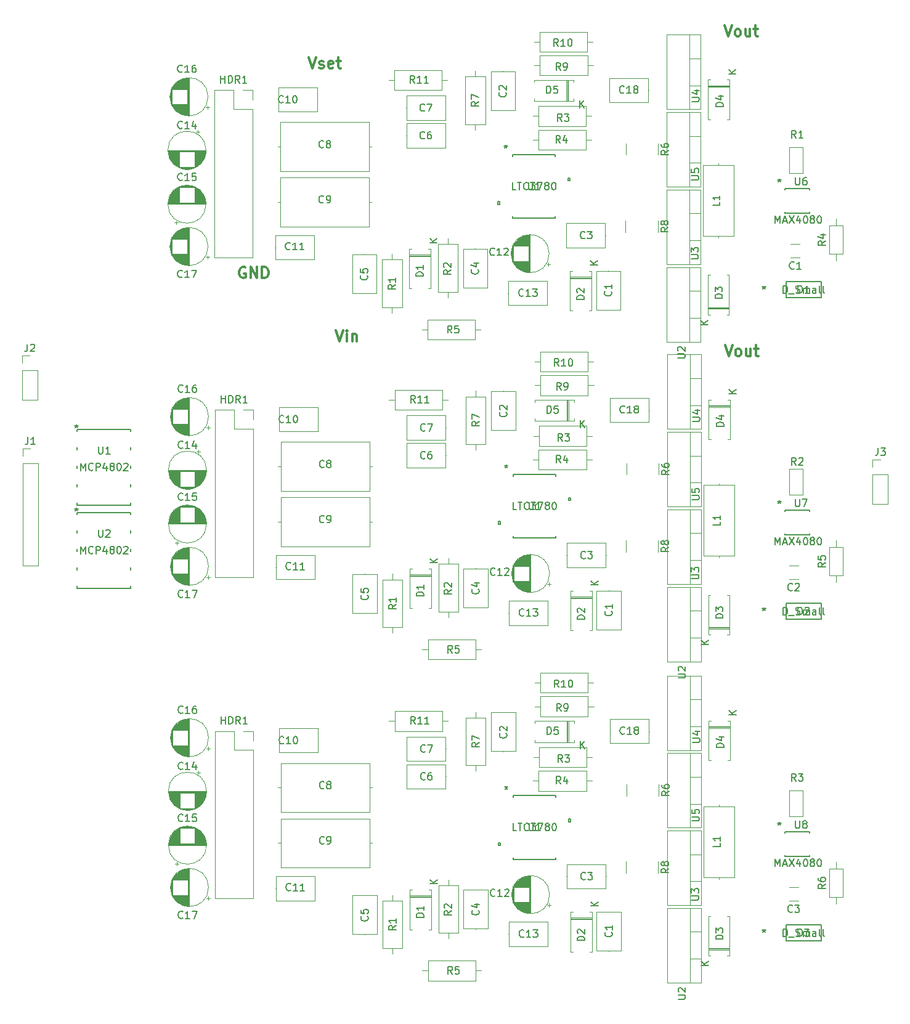
<source format=gbr>
%TF.GenerationSoftware,KiCad,Pcbnew,(5.1.7)-1*%
%TF.CreationDate,2021-02-09T15:47:08-06:00*%
%TF.ProjectId,LED-Driver-Board,4c45442d-4472-4697-9665-722d426f6172,rev?*%
%TF.SameCoordinates,Original*%
%TF.FileFunction,Legend,Top*%
%TF.FilePolarity,Positive*%
%FSLAX46Y46*%
G04 Gerber Fmt 4.6, Leading zero omitted, Abs format (unit mm)*
G04 Created by KiCad (PCBNEW (5.1.7)-1) date 2021-02-09 15:47:08*
%MOMM*%
%LPD*%
G01*
G04 APERTURE LIST*
%ADD10C,0.300000*%
%ADD11C,0.120000*%
%ADD12C,0.152400*%
%ADD13C,0.050000*%
%ADD14C,0.150000*%
G04 APERTURE END LIST*
D10*
X144762285Y-80028571D02*
X145262285Y-81528571D01*
X145762285Y-80028571D01*
X146476571Y-81528571D02*
X146333714Y-81457142D01*
X146262285Y-81385714D01*
X146190857Y-81242857D01*
X146190857Y-80814285D01*
X146262285Y-80671428D01*
X146333714Y-80600000D01*
X146476571Y-80528571D01*
X146690857Y-80528571D01*
X146833714Y-80600000D01*
X146905142Y-80671428D01*
X146976571Y-80814285D01*
X146976571Y-81242857D01*
X146905142Y-81385714D01*
X146833714Y-81457142D01*
X146690857Y-81528571D01*
X146476571Y-81528571D01*
X148262285Y-80528571D02*
X148262285Y-81528571D01*
X147619428Y-80528571D02*
X147619428Y-81314285D01*
X147690857Y-81457142D01*
X147833714Y-81528571D01*
X148048000Y-81528571D01*
X148190857Y-81457142D01*
X148262285Y-81385714D01*
X148762285Y-80528571D02*
X149333714Y-80528571D01*
X148976571Y-80028571D02*
X148976571Y-81314285D01*
X149048000Y-81457142D01*
X149190857Y-81528571D01*
X149333714Y-81528571D01*
X91302285Y-77968571D02*
X91802285Y-79468571D01*
X92302285Y-77968571D01*
X92802285Y-79468571D02*
X92802285Y-78468571D01*
X92802285Y-77968571D02*
X92730857Y-78040000D01*
X92802285Y-78111428D01*
X92873714Y-78040000D01*
X92802285Y-77968571D01*
X92802285Y-78111428D01*
X93516571Y-78468571D02*
X93516571Y-79468571D01*
X93516571Y-78611428D02*
X93588000Y-78540000D01*
X93730857Y-78468571D01*
X93945142Y-78468571D01*
X94088000Y-78540000D01*
X94159428Y-78682857D01*
X94159428Y-79468571D01*
X87589428Y-40458571D02*
X88089428Y-41958571D01*
X88589428Y-40458571D01*
X89018000Y-41887142D02*
X89160857Y-41958571D01*
X89446571Y-41958571D01*
X89589428Y-41887142D01*
X89660857Y-41744285D01*
X89660857Y-41672857D01*
X89589428Y-41530000D01*
X89446571Y-41458571D01*
X89232285Y-41458571D01*
X89089428Y-41387142D01*
X89018000Y-41244285D01*
X89018000Y-41172857D01*
X89089428Y-41030000D01*
X89232285Y-40958571D01*
X89446571Y-40958571D01*
X89589428Y-41030000D01*
X90875142Y-41887142D02*
X90732285Y-41958571D01*
X90446571Y-41958571D01*
X90303714Y-41887142D01*
X90232285Y-41744285D01*
X90232285Y-41172857D01*
X90303714Y-41030000D01*
X90446571Y-40958571D01*
X90732285Y-40958571D01*
X90875142Y-41030000D01*
X90946571Y-41172857D01*
X90946571Y-41315714D01*
X90232285Y-41458571D01*
X91375142Y-40958571D02*
X91946571Y-40958571D01*
X91589428Y-40458571D02*
X91589428Y-41744285D01*
X91660857Y-41887142D01*
X91803714Y-41958571D01*
X91946571Y-41958571D01*
X144692285Y-36078571D02*
X145192285Y-37578571D01*
X145692285Y-36078571D01*
X146406571Y-37578571D02*
X146263714Y-37507142D01*
X146192285Y-37435714D01*
X146120857Y-37292857D01*
X146120857Y-36864285D01*
X146192285Y-36721428D01*
X146263714Y-36650000D01*
X146406571Y-36578571D01*
X146620857Y-36578571D01*
X146763714Y-36650000D01*
X146835142Y-36721428D01*
X146906571Y-36864285D01*
X146906571Y-37292857D01*
X146835142Y-37435714D01*
X146763714Y-37507142D01*
X146620857Y-37578571D01*
X146406571Y-37578571D01*
X148192285Y-36578571D02*
X148192285Y-37578571D01*
X147549428Y-36578571D02*
X147549428Y-37364285D01*
X147620857Y-37507142D01*
X147763714Y-37578571D01*
X147978000Y-37578571D01*
X148120857Y-37507142D01*
X148192285Y-37435714D01*
X148692285Y-36578571D02*
X149263714Y-36578571D01*
X148906571Y-36078571D02*
X148906571Y-37364285D01*
X148978000Y-37507142D01*
X149120857Y-37578571D01*
X149263714Y-37578571D01*
X78867142Y-69354000D02*
X78724285Y-69282571D01*
X78510000Y-69282571D01*
X78295714Y-69354000D01*
X78152857Y-69496857D01*
X78081428Y-69639714D01*
X78010000Y-69925428D01*
X78010000Y-70139714D01*
X78081428Y-70425428D01*
X78152857Y-70568285D01*
X78295714Y-70711142D01*
X78510000Y-70782571D01*
X78652857Y-70782571D01*
X78867142Y-70711142D01*
X78938571Y-70639714D01*
X78938571Y-70139714D01*
X78652857Y-70139714D01*
X79581428Y-70782571D02*
X79581428Y-69282571D01*
X80438571Y-70782571D01*
X80438571Y-69282571D01*
X81152857Y-70782571D02*
X81152857Y-69282571D01*
X81510000Y-69282571D01*
X81724285Y-69354000D01*
X81867142Y-69496857D01*
X81938571Y-69639714D01*
X82010000Y-69925428D01*
X82010000Y-70139714D01*
X81938571Y-70425428D01*
X81867142Y-70568285D01*
X81724285Y-70711142D01*
X81510000Y-70782571D01*
X81152857Y-70782571D01*
D11*
%TO.C,C8*%
X96206000Y-52738000D02*
X95866000Y-52738000D01*
X83286000Y-52738000D02*
X83626000Y-52738000D01*
X95866000Y-49368000D02*
X83626000Y-49368000D01*
X95866000Y-56108000D02*
X95866000Y-49368000D01*
X83626000Y-56108000D02*
X95866000Y-56108000D01*
X83626000Y-49368000D02*
X83626000Y-56108000D01*
X96276000Y-96688000D02*
X95936000Y-96688000D01*
X83356000Y-96688000D02*
X83696000Y-96688000D01*
X95936000Y-93318000D02*
X83696000Y-93318000D01*
X95936000Y-100058000D02*
X95936000Y-93318000D01*
X83696000Y-100058000D02*
X95936000Y-100058000D01*
X83696000Y-93318000D02*
X83696000Y-100058000D01*
D12*
%TO.C,U6*%
X156362400Y-58686700D02*
X156362400Y-58521600D01*
X153009600Y-61709300D02*
X153009600Y-61874400D01*
X153009600Y-58521600D02*
X153009600Y-58686700D01*
X156362400Y-58521600D02*
X153009600Y-58521600D01*
X156362400Y-61874400D02*
X156362400Y-61709300D01*
X153009600Y-61874400D02*
X156362400Y-61874400D01*
%TO.C,U7*%
X156362400Y-102882700D02*
X156362400Y-102717600D01*
X153009600Y-105905300D02*
X153009600Y-106070400D01*
X153009600Y-102717600D02*
X153009600Y-102882700D01*
X156362400Y-102717600D02*
X153009600Y-102717600D01*
X156362400Y-106070400D02*
X156362400Y-105905300D01*
X153009600Y-106070400D02*
X156362400Y-106070400D01*
%TO.C,U2*%
X55753000Y-113411000D02*
X63119000Y-113411000D01*
X63119000Y-113411000D02*
X63119000Y-113088561D01*
X63119000Y-102997000D02*
X55753000Y-102997000D01*
X55753000Y-102997000D02*
X55753000Y-103311960D01*
X55753000Y-105476040D02*
X55753000Y-105859439D01*
X55753000Y-108008561D02*
X55753000Y-108399439D01*
X55753000Y-110548561D02*
X55753000Y-110939439D01*
X55753000Y-113088561D02*
X55753000Y-113411000D01*
X63119000Y-110939439D02*
X63119000Y-110548561D01*
X63119000Y-108399439D02*
X63119000Y-108008561D01*
X63119000Y-105859439D02*
X63119000Y-105468561D01*
X63119000Y-103319439D02*
X63119000Y-102997000D01*
D11*
%TO.C,U3*%
X141448000Y-153681000D02*
X139938000Y-153681000D01*
X141448000Y-149980000D02*
X139938000Y-149980000D01*
X139938000Y-146710000D02*
X139938000Y-156950000D01*
X141448000Y-156950000D02*
X136807000Y-156950000D01*
X141448000Y-146710000D02*
X136807000Y-146710000D01*
X136807000Y-146710000D02*
X136807000Y-156950000D01*
X141448000Y-146710000D02*
X141448000Y-156950000D01*
%TO.C,U4*%
X141458000Y-132401000D02*
X139948000Y-132401000D01*
X141458000Y-128700000D02*
X139948000Y-128700000D01*
X139948000Y-125430000D02*
X139948000Y-135670000D01*
X141458000Y-135670000D02*
X136817000Y-135670000D01*
X141458000Y-125430000D02*
X136817000Y-125430000D01*
X136817000Y-125430000D02*
X136817000Y-135670000D01*
X141458000Y-125430000D02*
X141458000Y-135670000D01*
%TO.C,C2*%
X114320000Y-135848000D02*
X114320000Y-135808000D01*
X114320000Y-130428000D02*
X114320000Y-130468000D01*
X115990000Y-135808000D02*
X115990000Y-130468000D01*
X112650000Y-135808000D02*
X115990000Y-135808000D01*
X112650000Y-130468000D02*
X112650000Y-135808000D01*
X115990000Y-130468000D02*
X112650000Y-130468000D01*
%TO.C,R5*%
X111248000Y-165964000D02*
X110478000Y-165964000D01*
X103168000Y-165964000D02*
X103938000Y-165964000D01*
X110478000Y-164594000D02*
X103938000Y-164594000D01*
X110478000Y-167334000D02*
X110478000Y-164594000D01*
X103938000Y-167334000D02*
X110478000Y-167334000D01*
X103938000Y-164594000D02*
X103938000Y-167334000D01*
D12*
%TO.C,U1*%
X123289700Y-145114140D02*
X123543700Y-145114140D01*
X123289700Y-145495140D02*
X123289700Y-145114140D01*
X123543700Y-145495140D02*
X123289700Y-145495140D01*
X123543700Y-145114140D02*
X123543700Y-145495140D01*
X113866300Y-148365340D02*
X113612300Y-148365340D01*
X113866300Y-148746340D02*
X113866300Y-148365340D01*
X113612300Y-148746340D02*
X113866300Y-148746340D01*
X113612300Y-148365340D02*
X113612300Y-148746340D01*
X121511700Y-142155040D02*
X121511700Y-141898500D01*
X115644300Y-150404960D02*
X115644300Y-150661500D01*
X115644300Y-141898500D02*
X115644300Y-142155040D01*
X121511700Y-141898500D02*
X115644300Y-141898500D01*
X121511700Y-150661500D02*
X121511700Y-150404960D01*
X115644300Y-150661500D02*
X121511700Y-150661500D01*
D11*
%TO.C,U2*%
X141458000Y-164341000D02*
X139948000Y-164341000D01*
X141458000Y-160640000D02*
X139948000Y-160640000D01*
X139948000Y-157370000D02*
X139948000Y-167610000D01*
X141458000Y-167610000D02*
X136817000Y-167610000D01*
X141458000Y-157370000D02*
X136817000Y-157370000D01*
X136817000Y-157370000D02*
X136817000Y-167610000D01*
X141458000Y-157370000D02*
X141458000Y-167610000D01*
%TO.C,U5*%
X141458000Y-143041000D02*
X139948000Y-143041000D01*
X141458000Y-139340000D02*
X139948000Y-139340000D01*
X139948000Y-136070000D02*
X139948000Y-146310000D01*
X141458000Y-146310000D02*
X136817000Y-146310000D01*
X141458000Y-136070000D02*
X136817000Y-136070000D01*
X136817000Y-136070000D02*
X136817000Y-146310000D01*
X141458000Y-136070000D02*
X141458000Y-146310000D01*
%TO.C,C7*%
X101002000Y-135484000D02*
X101042000Y-135484000D01*
X106422000Y-135484000D02*
X106382000Y-135484000D01*
X101042000Y-137154000D02*
X106382000Y-137154000D01*
X101042000Y-133814000D02*
X101042000Y-137154000D01*
X106382000Y-133814000D02*
X101042000Y-133814000D01*
X106382000Y-137154000D02*
X106382000Y-133814000D01*
%TO.C,C13*%
X114988000Y-160940000D02*
X115028000Y-160940000D01*
X120408000Y-160940000D02*
X120368000Y-160940000D01*
X115028000Y-162610000D02*
X120368000Y-162610000D01*
X115028000Y-159270000D02*
X115028000Y-162610000D01*
X120368000Y-159270000D02*
X115028000Y-159270000D01*
X120368000Y-162610000D02*
X120368000Y-159270000D01*
%TO.C,C11*%
X88414000Y-154670000D02*
X88374000Y-154670000D01*
X82994000Y-154670000D02*
X83034000Y-154670000D01*
X88374000Y-153000000D02*
X83034000Y-153000000D01*
X88374000Y-156340000D02*
X88374000Y-153000000D01*
X83034000Y-156340000D02*
X88374000Y-156340000D01*
X83034000Y-153000000D02*
X83034000Y-156340000D01*
%TO.C,C14*%
X72611000Y-138751225D02*
X72111000Y-138751225D01*
X72361000Y-138501225D02*
X72361000Y-139001225D01*
X71170000Y-143907000D02*
X70602000Y-143907000D01*
X71404000Y-143867000D02*
X70368000Y-143867000D01*
X71563000Y-143827000D02*
X70209000Y-143827000D01*
X71691000Y-143787000D02*
X70081000Y-143787000D01*
X71801000Y-143747000D02*
X69971000Y-143747000D01*
X71897000Y-143707000D02*
X69875000Y-143707000D01*
X71984000Y-143667000D02*
X69788000Y-143667000D01*
X72064000Y-143627000D02*
X69708000Y-143627000D01*
X69846000Y-143587000D02*
X69635000Y-143587000D01*
X72137000Y-143587000D02*
X71926000Y-143587000D01*
X69846000Y-143547000D02*
X69567000Y-143547000D01*
X72205000Y-143547000D02*
X71926000Y-143547000D01*
X69846000Y-143507000D02*
X69503000Y-143507000D01*
X72269000Y-143507000D02*
X71926000Y-143507000D01*
X69846000Y-143467000D02*
X69443000Y-143467000D01*
X72329000Y-143467000D02*
X71926000Y-143467000D01*
X69846000Y-143427000D02*
X69386000Y-143427000D01*
X72386000Y-143427000D02*
X71926000Y-143427000D01*
X69846000Y-143387000D02*
X69332000Y-143387000D01*
X72440000Y-143387000D02*
X71926000Y-143387000D01*
X69846000Y-143347000D02*
X69281000Y-143347000D01*
X72491000Y-143347000D02*
X71926000Y-143347000D01*
X69846000Y-143307000D02*
X69233000Y-143307000D01*
X72539000Y-143307000D02*
X71926000Y-143307000D01*
X69846000Y-143267000D02*
X69187000Y-143267000D01*
X72585000Y-143267000D02*
X71926000Y-143267000D01*
X69846000Y-143227000D02*
X69143000Y-143227000D01*
X72629000Y-143227000D02*
X71926000Y-143227000D01*
X69846000Y-143187000D02*
X69101000Y-143187000D01*
X72671000Y-143187000D02*
X71926000Y-143187000D01*
X69846000Y-143147000D02*
X69060000Y-143147000D01*
X72712000Y-143147000D02*
X71926000Y-143147000D01*
X69846000Y-143107000D02*
X69022000Y-143107000D01*
X72750000Y-143107000D02*
X71926000Y-143107000D01*
X69846000Y-143067000D02*
X68985000Y-143067000D01*
X72787000Y-143067000D02*
X71926000Y-143067000D01*
X69846000Y-143027000D02*
X68949000Y-143027000D01*
X72823000Y-143027000D02*
X71926000Y-143027000D01*
X69846000Y-142987000D02*
X68915000Y-142987000D01*
X72857000Y-142987000D02*
X71926000Y-142987000D01*
X69846000Y-142947000D02*
X68882000Y-142947000D01*
X72890000Y-142947000D02*
X71926000Y-142947000D01*
X69846000Y-142907000D02*
X68851000Y-142907000D01*
X72921000Y-142907000D02*
X71926000Y-142907000D01*
X69846000Y-142867000D02*
X68821000Y-142867000D01*
X72951000Y-142867000D02*
X71926000Y-142867000D01*
X69846000Y-142827000D02*
X68791000Y-142827000D01*
X72981000Y-142827000D02*
X71926000Y-142827000D01*
X69846000Y-142787000D02*
X68764000Y-142787000D01*
X73008000Y-142787000D02*
X71926000Y-142787000D01*
X69846000Y-142747000D02*
X68737000Y-142747000D01*
X73035000Y-142747000D02*
X71926000Y-142747000D01*
X69846000Y-142707000D02*
X68711000Y-142707000D01*
X73061000Y-142707000D02*
X71926000Y-142707000D01*
X69846000Y-142667000D02*
X68686000Y-142667000D01*
X73086000Y-142667000D02*
X71926000Y-142667000D01*
X69846000Y-142627000D02*
X68662000Y-142627000D01*
X73110000Y-142627000D02*
X71926000Y-142627000D01*
X69846000Y-142587000D02*
X68639000Y-142587000D01*
X73133000Y-142587000D02*
X71926000Y-142587000D01*
X69846000Y-142547000D02*
X68618000Y-142547000D01*
X73154000Y-142547000D02*
X71926000Y-142547000D01*
X69846000Y-142507000D02*
X68596000Y-142507000D01*
X73176000Y-142507000D02*
X71926000Y-142507000D01*
X69846000Y-142467000D02*
X68576000Y-142467000D01*
X73196000Y-142467000D02*
X71926000Y-142467000D01*
X69846000Y-142427000D02*
X68557000Y-142427000D01*
X73215000Y-142427000D02*
X71926000Y-142427000D01*
X69846000Y-142387000D02*
X68538000Y-142387000D01*
X73234000Y-142387000D02*
X71926000Y-142387000D01*
X69846000Y-142347000D02*
X68521000Y-142347000D01*
X73251000Y-142347000D02*
X71926000Y-142347000D01*
X69846000Y-142307000D02*
X68504000Y-142307000D01*
X73268000Y-142307000D02*
X71926000Y-142307000D01*
X69846000Y-142267000D02*
X68488000Y-142267000D01*
X73284000Y-142267000D02*
X71926000Y-142267000D01*
X69846000Y-142227000D02*
X68472000Y-142227000D01*
X73300000Y-142227000D02*
X71926000Y-142227000D01*
X69846000Y-142187000D02*
X68458000Y-142187000D01*
X73314000Y-142187000D02*
X71926000Y-142187000D01*
X69846000Y-142147000D02*
X68444000Y-142147000D01*
X73328000Y-142147000D02*
X71926000Y-142147000D01*
X69846000Y-142107000D02*
X68431000Y-142107000D01*
X73341000Y-142107000D02*
X71926000Y-142107000D01*
X69846000Y-142067000D02*
X68418000Y-142067000D01*
X73354000Y-142067000D02*
X71926000Y-142067000D01*
X69846000Y-142027000D02*
X68406000Y-142027000D01*
X73366000Y-142027000D02*
X71926000Y-142027000D01*
X69846000Y-141986000D02*
X68395000Y-141986000D01*
X73377000Y-141986000D02*
X71926000Y-141986000D01*
X69846000Y-141946000D02*
X68385000Y-141946000D01*
X73387000Y-141946000D02*
X71926000Y-141946000D01*
X69846000Y-141906000D02*
X68375000Y-141906000D01*
X73397000Y-141906000D02*
X71926000Y-141906000D01*
X69846000Y-141866000D02*
X68366000Y-141866000D01*
X73406000Y-141866000D02*
X71926000Y-141866000D01*
X69846000Y-141826000D02*
X68358000Y-141826000D01*
X73414000Y-141826000D02*
X71926000Y-141826000D01*
X69846000Y-141786000D02*
X68350000Y-141786000D01*
X73422000Y-141786000D02*
X71926000Y-141786000D01*
X69846000Y-141746000D02*
X68343000Y-141746000D01*
X73429000Y-141746000D02*
X71926000Y-141746000D01*
X69846000Y-141706000D02*
X68336000Y-141706000D01*
X73436000Y-141706000D02*
X71926000Y-141706000D01*
X69846000Y-141666000D02*
X68330000Y-141666000D01*
X73442000Y-141666000D02*
X71926000Y-141666000D01*
X69846000Y-141626000D02*
X68325000Y-141626000D01*
X73447000Y-141626000D02*
X71926000Y-141626000D01*
X69846000Y-141586000D02*
X68321000Y-141586000D01*
X73451000Y-141586000D02*
X71926000Y-141586000D01*
X69846000Y-141546000D02*
X68317000Y-141546000D01*
X73455000Y-141546000D02*
X71926000Y-141546000D01*
X73459000Y-141506000D02*
X68313000Y-141506000D01*
X73462000Y-141466000D02*
X68310000Y-141466000D01*
X73464000Y-141426000D02*
X68308000Y-141426000D01*
X73465000Y-141386000D02*
X68307000Y-141386000D01*
X73466000Y-141346000D02*
X68306000Y-141346000D01*
X73466000Y-141306000D02*
X68306000Y-141306000D01*
X73506000Y-141306000D02*
G75*
G03*
X73506000Y-141306000I-2620000J0D01*
G01*
%TO.C,C15*%
X69161000Y-151266775D02*
X69661000Y-151266775D01*
X69411000Y-151516775D02*
X69411000Y-151016775D01*
X70602000Y-146111000D02*
X71170000Y-146111000D01*
X70368000Y-146151000D02*
X71404000Y-146151000D01*
X70209000Y-146191000D02*
X71563000Y-146191000D01*
X70081000Y-146231000D02*
X71691000Y-146231000D01*
X69971000Y-146271000D02*
X71801000Y-146271000D01*
X69875000Y-146311000D02*
X71897000Y-146311000D01*
X69788000Y-146351000D02*
X71984000Y-146351000D01*
X69708000Y-146391000D02*
X72064000Y-146391000D01*
X71926000Y-146431000D02*
X72137000Y-146431000D01*
X69635000Y-146431000D02*
X69846000Y-146431000D01*
X71926000Y-146471000D02*
X72205000Y-146471000D01*
X69567000Y-146471000D02*
X69846000Y-146471000D01*
X71926000Y-146511000D02*
X72269000Y-146511000D01*
X69503000Y-146511000D02*
X69846000Y-146511000D01*
X71926000Y-146551000D02*
X72329000Y-146551000D01*
X69443000Y-146551000D02*
X69846000Y-146551000D01*
X71926000Y-146591000D02*
X72386000Y-146591000D01*
X69386000Y-146591000D02*
X69846000Y-146591000D01*
X71926000Y-146631000D02*
X72440000Y-146631000D01*
X69332000Y-146631000D02*
X69846000Y-146631000D01*
X71926000Y-146671000D02*
X72491000Y-146671000D01*
X69281000Y-146671000D02*
X69846000Y-146671000D01*
X71926000Y-146711000D02*
X72539000Y-146711000D01*
X69233000Y-146711000D02*
X69846000Y-146711000D01*
X71926000Y-146751000D02*
X72585000Y-146751000D01*
X69187000Y-146751000D02*
X69846000Y-146751000D01*
X71926000Y-146791000D02*
X72629000Y-146791000D01*
X69143000Y-146791000D02*
X69846000Y-146791000D01*
X71926000Y-146831000D02*
X72671000Y-146831000D01*
X69101000Y-146831000D02*
X69846000Y-146831000D01*
X71926000Y-146871000D02*
X72712000Y-146871000D01*
X69060000Y-146871000D02*
X69846000Y-146871000D01*
X71926000Y-146911000D02*
X72750000Y-146911000D01*
X69022000Y-146911000D02*
X69846000Y-146911000D01*
X71926000Y-146951000D02*
X72787000Y-146951000D01*
X68985000Y-146951000D02*
X69846000Y-146951000D01*
X71926000Y-146991000D02*
X72823000Y-146991000D01*
X68949000Y-146991000D02*
X69846000Y-146991000D01*
X71926000Y-147031000D02*
X72857000Y-147031000D01*
X68915000Y-147031000D02*
X69846000Y-147031000D01*
X71926000Y-147071000D02*
X72890000Y-147071000D01*
X68882000Y-147071000D02*
X69846000Y-147071000D01*
X71926000Y-147111000D02*
X72921000Y-147111000D01*
X68851000Y-147111000D02*
X69846000Y-147111000D01*
X71926000Y-147151000D02*
X72951000Y-147151000D01*
X68821000Y-147151000D02*
X69846000Y-147151000D01*
X71926000Y-147191000D02*
X72981000Y-147191000D01*
X68791000Y-147191000D02*
X69846000Y-147191000D01*
X71926000Y-147231000D02*
X73008000Y-147231000D01*
X68764000Y-147231000D02*
X69846000Y-147231000D01*
X71926000Y-147271000D02*
X73035000Y-147271000D01*
X68737000Y-147271000D02*
X69846000Y-147271000D01*
X71926000Y-147311000D02*
X73061000Y-147311000D01*
X68711000Y-147311000D02*
X69846000Y-147311000D01*
X71926000Y-147351000D02*
X73086000Y-147351000D01*
X68686000Y-147351000D02*
X69846000Y-147351000D01*
X71926000Y-147391000D02*
X73110000Y-147391000D01*
X68662000Y-147391000D02*
X69846000Y-147391000D01*
X71926000Y-147431000D02*
X73133000Y-147431000D01*
X68639000Y-147431000D02*
X69846000Y-147431000D01*
X71926000Y-147471000D02*
X73154000Y-147471000D01*
X68618000Y-147471000D02*
X69846000Y-147471000D01*
X71926000Y-147511000D02*
X73176000Y-147511000D01*
X68596000Y-147511000D02*
X69846000Y-147511000D01*
X71926000Y-147551000D02*
X73196000Y-147551000D01*
X68576000Y-147551000D02*
X69846000Y-147551000D01*
X71926000Y-147591000D02*
X73215000Y-147591000D01*
X68557000Y-147591000D02*
X69846000Y-147591000D01*
X71926000Y-147631000D02*
X73234000Y-147631000D01*
X68538000Y-147631000D02*
X69846000Y-147631000D01*
X71926000Y-147671000D02*
X73251000Y-147671000D01*
X68521000Y-147671000D02*
X69846000Y-147671000D01*
X71926000Y-147711000D02*
X73268000Y-147711000D01*
X68504000Y-147711000D02*
X69846000Y-147711000D01*
X71926000Y-147751000D02*
X73284000Y-147751000D01*
X68488000Y-147751000D02*
X69846000Y-147751000D01*
X71926000Y-147791000D02*
X73300000Y-147791000D01*
X68472000Y-147791000D02*
X69846000Y-147791000D01*
X71926000Y-147831000D02*
X73314000Y-147831000D01*
X68458000Y-147831000D02*
X69846000Y-147831000D01*
X71926000Y-147871000D02*
X73328000Y-147871000D01*
X68444000Y-147871000D02*
X69846000Y-147871000D01*
X71926000Y-147911000D02*
X73341000Y-147911000D01*
X68431000Y-147911000D02*
X69846000Y-147911000D01*
X71926000Y-147951000D02*
X73354000Y-147951000D01*
X68418000Y-147951000D02*
X69846000Y-147951000D01*
X71926000Y-147991000D02*
X73366000Y-147991000D01*
X68406000Y-147991000D02*
X69846000Y-147991000D01*
X71926000Y-148032000D02*
X73377000Y-148032000D01*
X68395000Y-148032000D02*
X69846000Y-148032000D01*
X71926000Y-148072000D02*
X73387000Y-148072000D01*
X68385000Y-148072000D02*
X69846000Y-148072000D01*
X71926000Y-148112000D02*
X73397000Y-148112000D01*
X68375000Y-148112000D02*
X69846000Y-148112000D01*
X71926000Y-148152000D02*
X73406000Y-148152000D01*
X68366000Y-148152000D02*
X69846000Y-148152000D01*
X71926000Y-148192000D02*
X73414000Y-148192000D01*
X68358000Y-148192000D02*
X69846000Y-148192000D01*
X71926000Y-148232000D02*
X73422000Y-148232000D01*
X68350000Y-148232000D02*
X69846000Y-148232000D01*
X71926000Y-148272000D02*
X73429000Y-148272000D01*
X68343000Y-148272000D02*
X69846000Y-148272000D01*
X71926000Y-148312000D02*
X73436000Y-148312000D01*
X68336000Y-148312000D02*
X69846000Y-148312000D01*
X71926000Y-148352000D02*
X73442000Y-148352000D01*
X68330000Y-148352000D02*
X69846000Y-148352000D01*
X71926000Y-148392000D02*
X73447000Y-148392000D01*
X68325000Y-148392000D02*
X69846000Y-148392000D01*
X71926000Y-148432000D02*
X73451000Y-148432000D01*
X68321000Y-148432000D02*
X69846000Y-148432000D01*
X71926000Y-148472000D02*
X73455000Y-148472000D01*
X68317000Y-148472000D02*
X69846000Y-148472000D01*
X68313000Y-148512000D02*
X73459000Y-148512000D01*
X68310000Y-148552000D02*
X73462000Y-148552000D01*
X68308000Y-148592000D02*
X73464000Y-148592000D01*
X68307000Y-148632000D02*
X73465000Y-148632000D01*
X68306000Y-148672000D02*
X73466000Y-148672000D01*
X68306000Y-148712000D02*
X73466000Y-148712000D01*
X73506000Y-148712000D02*
G75*
G03*
X73506000Y-148712000I-2620000J0D01*
G01*
%TO.C,C16*%
X73714775Y-135685000D02*
X73714775Y-135185000D01*
X73964775Y-135435000D02*
X73464775Y-135435000D01*
X68559000Y-134244000D02*
X68559000Y-133676000D01*
X68599000Y-134478000D02*
X68599000Y-133442000D01*
X68639000Y-134637000D02*
X68639000Y-133283000D01*
X68679000Y-134765000D02*
X68679000Y-133155000D01*
X68719000Y-134875000D02*
X68719000Y-133045000D01*
X68759000Y-134971000D02*
X68759000Y-132949000D01*
X68799000Y-135058000D02*
X68799000Y-132862000D01*
X68839000Y-135138000D02*
X68839000Y-132782000D01*
X68879000Y-132920000D02*
X68879000Y-132709000D01*
X68879000Y-135211000D02*
X68879000Y-135000000D01*
X68919000Y-132920000D02*
X68919000Y-132641000D01*
X68919000Y-135279000D02*
X68919000Y-135000000D01*
X68959000Y-132920000D02*
X68959000Y-132577000D01*
X68959000Y-135343000D02*
X68959000Y-135000000D01*
X68999000Y-132920000D02*
X68999000Y-132517000D01*
X68999000Y-135403000D02*
X68999000Y-135000000D01*
X69039000Y-132920000D02*
X69039000Y-132460000D01*
X69039000Y-135460000D02*
X69039000Y-135000000D01*
X69079000Y-132920000D02*
X69079000Y-132406000D01*
X69079000Y-135514000D02*
X69079000Y-135000000D01*
X69119000Y-132920000D02*
X69119000Y-132355000D01*
X69119000Y-135565000D02*
X69119000Y-135000000D01*
X69159000Y-132920000D02*
X69159000Y-132307000D01*
X69159000Y-135613000D02*
X69159000Y-135000000D01*
X69199000Y-132920000D02*
X69199000Y-132261000D01*
X69199000Y-135659000D02*
X69199000Y-135000000D01*
X69239000Y-132920000D02*
X69239000Y-132217000D01*
X69239000Y-135703000D02*
X69239000Y-135000000D01*
X69279000Y-132920000D02*
X69279000Y-132175000D01*
X69279000Y-135745000D02*
X69279000Y-135000000D01*
X69319000Y-132920000D02*
X69319000Y-132134000D01*
X69319000Y-135786000D02*
X69319000Y-135000000D01*
X69359000Y-132920000D02*
X69359000Y-132096000D01*
X69359000Y-135824000D02*
X69359000Y-135000000D01*
X69399000Y-132920000D02*
X69399000Y-132059000D01*
X69399000Y-135861000D02*
X69399000Y-135000000D01*
X69439000Y-132920000D02*
X69439000Y-132023000D01*
X69439000Y-135897000D02*
X69439000Y-135000000D01*
X69479000Y-132920000D02*
X69479000Y-131989000D01*
X69479000Y-135931000D02*
X69479000Y-135000000D01*
X69519000Y-132920000D02*
X69519000Y-131956000D01*
X69519000Y-135964000D02*
X69519000Y-135000000D01*
X69559000Y-132920000D02*
X69559000Y-131925000D01*
X69559000Y-135995000D02*
X69559000Y-135000000D01*
X69599000Y-132920000D02*
X69599000Y-131895000D01*
X69599000Y-136025000D02*
X69599000Y-135000000D01*
X69639000Y-132920000D02*
X69639000Y-131865000D01*
X69639000Y-136055000D02*
X69639000Y-135000000D01*
X69679000Y-132920000D02*
X69679000Y-131838000D01*
X69679000Y-136082000D02*
X69679000Y-135000000D01*
X69719000Y-132920000D02*
X69719000Y-131811000D01*
X69719000Y-136109000D02*
X69719000Y-135000000D01*
X69759000Y-132920000D02*
X69759000Y-131785000D01*
X69759000Y-136135000D02*
X69759000Y-135000000D01*
X69799000Y-132920000D02*
X69799000Y-131760000D01*
X69799000Y-136160000D02*
X69799000Y-135000000D01*
X69839000Y-132920000D02*
X69839000Y-131736000D01*
X69839000Y-136184000D02*
X69839000Y-135000000D01*
X69879000Y-132920000D02*
X69879000Y-131713000D01*
X69879000Y-136207000D02*
X69879000Y-135000000D01*
X69919000Y-132920000D02*
X69919000Y-131692000D01*
X69919000Y-136228000D02*
X69919000Y-135000000D01*
X69959000Y-132920000D02*
X69959000Y-131670000D01*
X69959000Y-136250000D02*
X69959000Y-135000000D01*
X69999000Y-132920000D02*
X69999000Y-131650000D01*
X69999000Y-136270000D02*
X69999000Y-135000000D01*
X70039000Y-132920000D02*
X70039000Y-131631000D01*
X70039000Y-136289000D02*
X70039000Y-135000000D01*
X70079000Y-132920000D02*
X70079000Y-131612000D01*
X70079000Y-136308000D02*
X70079000Y-135000000D01*
X70119000Y-132920000D02*
X70119000Y-131595000D01*
X70119000Y-136325000D02*
X70119000Y-135000000D01*
X70159000Y-132920000D02*
X70159000Y-131578000D01*
X70159000Y-136342000D02*
X70159000Y-135000000D01*
X70199000Y-132920000D02*
X70199000Y-131562000D01*
X70199000Y-136358000D02*
X70199000Y-135000000D01*
X70239000Y-132920000D02*
X70239000Y-131546000D01*
X70239000Y-136374000D02*
X70239000Y-135000000D01*
X70279000Y-132920000D02*
X70279000Y-131532000D01*
X70279000Y-136388000D02*
X70279000Y-135000000D01*
X70319000Y-132920000D02*
X70319000Y-131518000D01*
X70319000Y-136402000D02*
X70319000Y-135000000D01*
X70359000Y-132920000D02*
X70359000Y-131505000D01*
X70359000Y-136415000D02*
X70359000Y-135000000D01*
X70399000Y-132920000D02*
X70399000Y-131492000D01*
X70399000Y-136428000D02*
X70399000Y-135000000D01*
X70439000Y-132920000D02*
X70439000Y-131480000D01*
X70439000Y-136440000D02*
X70439000Y-135000000D01*
X70480000Y-132920000D02*
X70480000Y-131469000D01*
X70480000Y-136451000D02*
X70480000Y-135000000D01*
X70520000Y-132920000D02*
X70520000Y-131459000D01*
X70520000Y-136461000D02*
X70520000Y-135000000D01*
X70560000Y-132920000D02*
X70560000Y-131449000D01*
X70560000Y-136471000D02*
X70560000Y-135000000D01*
X70600000Y-132920000D02*
X70600000Y-131440000D01*
X70600000Y-136480000D02*
X70600000Y-135000000D01*
X70640000Y-132920000D02*
X70640000Y-131432000D01*
X70640000Y-136488000D02*
X70640000Y-135000000D01*
X70680000Y-132920000D02*
X70680000Y-131424000D01*
X70680000Y-136496000D02*
X70680000Y-135000000D01*
X70720000Y-132920000D02*
X70720000Y-131417000D01*
X70720000Y-136503000D02*
X70720000Y-135000000D01*
X70760000Y-132920000D02*
X70760000Y-131410000D01*
X70760000Y-136510000D02*
X70760000Y-135000000D01*
X70800000Y-132920000D02*
X70800000Y-131404000D01*
X70800000Y-136516000D02*
X70800000Y-135000000D01*
X70840000Y-132920000D02*
X70840000Y-131399000D01*
X70840000Y-136521000D02*
X70840000Y-135000000D01*
X70880000Y-132920000D02*
X70880000Y-131395000D01*
X70880000Y-136525000D02*
X70880000Y-135000000D01*
X70920000Y-132920000D02*
X70920000Y-131391000D01*
X70920000Y-136529000D02*
X70920000Y-135000000D01*
X70960000Y-136533000D02*
X70960000Y-131387000D01*
X71000000Y-136536000D02*
X71000000Y-131384000D01*
X71040000Y-136538000D02*
X71040000Y-131382000D01*
X71080000Y-136539000D02*
X71080000Y-131381000D01*
X71120000Y-136540000D02*
X71120000Y-131380000D01*
X71160000Y-136540000D02*
X71160000Y-131380000D01*
X73780000Y-133960000D02*
G75*
G03*
X73780000Y-133960000I-2620000J0D01*
G01*
%TO.C,C17*%
X73714775Y-156259000D02*
X73714775Y-155759000D01*
X73964775Y-156009000D02*
X73464775Y-156009000D01*
X68559000Y-154818000D02*
X68559000Y-154250000D01*
X68599000Y-155052000D02*
X68599000Y-154016000D01*
X68639000Y-155211000D02*
X68639000Y-153857000D01*
X68679000Y-155339000D02*
X68679000Y-153729000D01*
X68719000Y-155449000D02*
X68719000Y-153619000D01*
X68759000Y-155545000D02*
X68759000Y-153523000D01*
X68799000Y-155632000D02*
X68799000Y-153436000D01*
X68839000Y-155712000D02*
X68839000Y-153356000D01*
X68879000Y-153494000D02*
X68879000Y-153283000D01*
X68879000Y-155785000D02*
X68879000Y-155574000D01*
X68919000Y-153494000D02*
X68919000Y-153215000D01*
X68919000Y-155853000D02*
X68919000Y-155574000D01*
X68959000Y-153494000D02*
X68959000Y-153151000D01*
X68959000Y-155917000D02*
X68959000Y-155574000D01*
X68999000Y-153494000D02*
X68999000Y-153091000D01*
X68999000Y-155977000D02*
X68999000Y-155574000D01*
X69039000Y-153494000D02*
X69039000Y-153034000D01*
X69039000Y-156034000D02*
X69039000Y-155574000D01*
X69079000Y-153494000D02*
X69079000Y-152980000D01*
X69079000Y-156088000D02*
X69079000Y-155574000D01*
X69119000Y-153494000D02*
X69119000Y-152929000D01*
X69119000Y-156139000D02*
X69119000Y-155574000D01*
X69159000Y-153494000D02*
X69159000Y-152881000D01*
X69159000Y-156187000D02*
X69159000Y-155574000D01*
X69199000Y-153494000D02*
X69199000Y-152835000D01*
X69199000Y-156233000D02*
X69199000Y-155574000D01*
X69239000Y-153494000D02*
X69239000Y-152791000D01*
X69239000Y-156277000D02*
X69239000Y-155574000D01*
X69279000Y-153494000D02*
X69279000Y-152749000D01*
X69279000Y-156319000D02*
X69279000Y-155574000D01*
X69319000Y-153494000D02*
X69319000Y-152708000D01*
X69319000Y-156360000D02*
X69319000Y-155574000D01*
X69359000Y-153494000D02*
X69359000Y-152670000D01*
X69359000Y-156398000D02*
X69359000Y-155574000D01*
X69399000Y-153494000D02*
X69399000Y-152633000D01*
X69399000Y-156435000D02*
X69399000Y-155574000D01*
X69439000Y-153494000D02*
X69439000Y-152597000D01*
X69439000Y-156471000D02*
X69439000Y-155574000D01*
X69479000Y-153494000D02*
X69479000Y-152563000D01*
X69479000Y-156505000D02*
X69479000Y-155574000D01*
X69519000Y-153494000D02*
X69519000Y-152530000D01*
X69519000Y-156538000D02*
X69519000Y-155574000D01*
X69559000Y-153494000D02*
X69559000Y-152499000D01*
X69559000Y-156569000D02*
X69559000Y-155574000D01*
X69599000Y-153494000D02*
X69599000Y-152469000D01*
X69599000Y-156599000D02*
X69599000Y-155574000D01*
X69639000Y-153494000D02*
X69639000Y-152439000D01*
X69639000Y-156629000D02*
X69639000Y-155574000D01*
X69679000Y-153494000D02*
X69679000Y-152412000D01*
X69679000Y-156656000D02*
X69679000Y-155574000D01*
X69719000Y-153494000D02*
X69719000Y-152385000D01*
X69719000Y-156683000D02*
X69719000Y-155574000D01*
X69759000Y-153494000D02*
X69759000Y-152359000D01*
X69759000Y-156709000D02*
X69759000Y-155574000D01*
X69799000Y-153494000D02*
X69799000Y-152334000D01*
X69799000Y-156734000D02*
X69799000Y-155574000D01*
X69839000Y-153494000D02*
X69839000Y-152310000D01*
X69839000Y-156758000D02*
X69839000Y-155574000D01*
X69879000Y-153494000D02*
X69879000Y-152287000D01*
X69879000Y-156781000D02*
X69879000Y-155574000D01*
X69919000Y-153494000D02*
X69919000Y-152266000D01*
X69919000Y-156802000D02*
X69919000Y-155574000D01*
X69959000Y-153494000D02*
X69959000Y-152244000D01*
X69959000Y-156824000D02*
X69959000Y-155574000D01*
X69999000Y-153494000D02*
X69999000Y-152224000D01*
X69999000Y-156844000D02*
X69999000Y-155574000D01*
X70039000Y-153494000D02*
X70039000Y-152205000D01*
X70039000Y-156863000D02*
X70039000Y-155574000D01*
X70079000Y-153494000D02*
X70079000Y-152186000D01*
X70079000Y-156882000D02*
X70079000Y-155574000D01*
X70119000Y-153494000D02*
X70119000Y-152169000D01*
X70119000Y-156899000D02*
X70119000Y-155574000D01*
X70159000Y-153494000D02*
X70159000Y-152152000D01*
X70159000Y-156916000D02*
X70159000Y-155574000D01*
X70199000Y-153494000D02*
X70199000Y-152136000D01*
X70199000Y-156932000D02*
X70199000Y-155574000D01*
X70239000Y-153494000D02*
X70239000Y-152120000D01*
X70239000Y-156948000D02*
X70239000Y-155574000D01*
X70279000Y-153494000D02*
X70279000Y-152106000D01*
X70279000Y-156962000D02*
X70279000Y-155574000D01*
X70319000Y-153494000D02*
X70319000Y-152092000D01*
X70319000Y-156976000D02*
X70319000Y-155574000D01*
X70359000Y-153494000D02*
X70359000Y-152079000D01*
X70359000Y-156989000D02*
X70359000Y-155574000D01*
X70399000Y-153494000D02*
X70399000Y-152066000D01*
X70399000Y-157002000D02*
X70399000Y-155574000D01*
X70439000Y-153494000D02*
X70439000Y-152054000D01*
X70439000Y-157014000D02*
X70439000Y-155574000D01*
X70480000Y-153494000D02*
X70480000Y-152043000D01*
X70480000Y-157025000D02*
X70480000Y-155574000D01*
X70520000Y-153494000D02*
X70520000Y-152033000D01*
X70520000Y-157035000D02*
X70520000Y-155574000D01*
X70560000Y-153494000D02*
X70560000Y-152023000D01*
X70560000Y-157045000D02*
X70560000Y-155574000D01*
X70600000Y-153494000D02*
X70600000Y-152014000D01*
X70600000Y-157054000D02*
X70600000Y-155574000D01*
X70640000Y-153494000D02*
X70640000Y-152006000D01*
X70640000Y-157062000D02*
X70640000Y-155574000D01*
X70680000Y-153494000D02*
X70680000Y-151998000D01*
X70680000Y-157070000D02*
X70680000Y-155574000D01*
X70720000Y-153494000D02*
X70720000Y-151991000D01*
X70720000Y-157077000D02*
X70720000Y-155574000D01*
X70760000Y-153494000D02*
X70760000Y-151984000D01*
X70760000Y-157084000D02*
X70760000Y-155574000D01*
X70800000Y-153494000D02*
X70800000Y-151978000D01*
X70800000Y-157090000D02*
X70800000Y-155574000D01*
X70840000Y-153494000D02*
X70840000Y-151973000D01*
X70840000Y-157095000D02*
X70840000Y-155574000D01*
X70880000Y-153494000D02*
X70880000Y-151969000D01*
X70880000Y-157099000D02*
X70880000Y-155574000D01*
X70920000Y-153494000D02*
X70920000Y-151965000D01*
X70920000Y-157103000D02*
X70920000Y-155574000D01*
X70960000Y-157107000D02*
X70960000Y-151961000D01*
X71000000Y-157110000D02*
X71000000Y-151958000D01*
X71040000Y-157112000D02*
X71040000Y-151956000D01*
X71080000Y-157113000D02*
X71080000Y-151955000D01*
X71120000Y-157114000D02*
X71120000Y-151954000D01*
X71160000Y-157114000D02*
X71160000Y-151954000D01*
X73780000Y-154534000D02*
G75*
G03*
X73780000Y-154534000I-2620000J0D01*
G01*
%TO.C,C9*%
X96276000Y-148438000D02*
X95936000Y-148438000D01*
X83356000Y-148438000D02*
X83696000Y-148438000D01*
X95936000Y-145068000D02*
X83696000Y-145068000D01*
X95936000Y-151808000D02*
X95936000Y-145068000D01*
X83696000Y-151808000D02*
X95936000Y-151808000D01*
X83696000Y-145068000D02*
X83696000Y-151808000D01*
%TO.C,C1*%
X128798000Y-163280000D02*
X128798000Y-163240000D01*
X128798000Y-157860000D02*
X128798000Y-157900000D01*
X130468000Y-163240000D02*
X130468000Y-157900000D01*
X127128000Y-163240000D02*
X130468000Y-163240000D01*
X127128000Y-157900000D02*
X127128000Y-163240000D01*
X130468000Y-157900000D02*
X127128000Y-157900000D01*
%TO.C,C3*%
X128400000Y-153010000D02*
X128360000Y-153010000D01*
X122980000Y-153010000D02*
X123020000Y-153010000D01*
X128360000Y-151340000D02*
X123020000Y-151340000D01*
X128360000Y-154680000D02*
X128360000Y-151340000D01*
X123020000Y-154680000D02*
X128360000Y-154680000D01*
X123020000Y-151340000D02*
X123020000Y-154680000D01*
%TO.C,C8*%
X96276000Y-140818000D02*
X95936000Y-140818000D01*
X83356000Y-140818000D02*
X83696000Y-140818000D01*
X95936000Y-137448000D02*
X83696000Y-137448000D01*
X95936000Y-144188000D02*
X95936000Y-137448000D01*
X83696000Y-144188000D02*
X95936000Y-144188000D01*
X83696000Y-137448000D02*
X83696000Y-144188000D01*
%TO.C,C10*%
X88844000Y-134330000D02*
X88804000Y-134330000D01*
X83424000Y-134330000D02*
X83464000Y-134330000D01*
X88804000Y-132660000D02*
X83464000Y-132660000D01*
X88804000Y-136000000D02*
X88804000Y-132660000D01*
X83464000Y-136000000D02*
X88804000Y-136000000D01*
X83464000Y-132660000D02*
X83464000Y-136000000D01*
%TO.C,C12*%
X120592775Y-157245000D02*
X120592775Y-156745000D01*
X120842775Y-156995000D02*
X120342775Y-156995000D01*
X115437000Y-155804000D02*
X115437000Y-155236000D01*
X115477000Y-156038000D02*
X115477000Y-155002000D01*
X115517000Y-156197000D02*
X115517000Y-154843000D01*
X115557000Y-156325000D02*
X115557000Y-154715000D01*
X115597000Y-156435000D02*
X115597000Y-154605000D01*
X115637000Y-156531000D02*
X115637000Y-154509000D01*
X115677000Y-156618000D02*
X115677000Y-154422000D01*
X115717000Y-156698000D02*
X115717000Y-154342000D01*
X115757000Y-154480000D02*
X115757000Y-154269000D01*
X115757000Y-156771000D02*
X115757000Y-156560000D01*
X115797000Y-154480000D02*
X115797000Y-154201000D01*
X115797000Y-156839000D02*
X115797000Y-156560000D01*
X115837000Y-154480000D02*
X115837000Y-154137000D01*
X115837000Y-156903000D02*
X115837000Y-156560000D01*
X115877000Y-154480000D02*
X115877000Y-154077000D01*
X115877000Y-156963000D02*
X115877000Y-156560000D01*
X115917000Y-154480000D02*
X115917000Y-154020000D01*
X115917000Y-157020000D02*
X115917000Y-156560000D01*
X115957000Y-154480000D02*
X115957000Y-153966000D01*
X115957000Y-157074000D02*
X115957000Y-156560000D01*
X115997000Y-154480000D02*
X115997000Y-153915000D01*
X115997000Y-157125000D02*
X115997000Y-156560000D01*
X116037000Y-154480000D02*
X116037000Y-153867000D01*
X116037000Y-157173000D02*
X116037000Y-156560000D01*
X116077000Y-154480000D02*
X116077000Y-153821000D01*
X116077000Y-157219000D02*
X116077000Y-156560000D01*
X116117000Y-154480000D02*
X116117000Y-153777000D01*
X116117000Y-157263000D02*
X116117000Y-156560000D01*
X116157000Y-154480000D02*
X116157000Y-153735000D01*
X116157000Y-157305000D02*
X116157000Y-156560000D01*
X116197000Y-154480000D02*
X116197000Y-153694000D01*
X116197000Y-157346000D02*
X116197000Y-156560000D01*
X116237000Y-154480000D02*
X116237000Y-153656000D01*
X116237000Y-157384000D02*
X116237000Y-156560000D01*
X116277000Y-154480000D02*
X116277000Y-153619000D01*
X116277000Y-157421000D02*
X116277000Y-156560000D01*
X116317000Y-154480000D02*
X116317000Y-153583000D01*
X116317000Y-157457000D02*
X116317000Y-156560000D01*
X116357000Y-154480000D02*
X116357000Y-153549000D01*
X116357000Y-157491000D02*
X116357000Y-156560000D01*
X116397000Y-154480000D02*
X116397000Y-153516000D01*
X116397000Y-157524000D02*
X116397000Y-156560000D01*
X116437000Y-154480000D02*
X116437000Y-153485000D01*
X116437000Y-157555000D02*
X116437000Y-156560000D01*
X116477000Y-154480000D02*
X116477000Y-153455000D01*
X116477000Y-157585000D02*
X116477000Y-156560000D01*
X116517000Y-154480000D02*
X116517000Y-153425000D01*
X116517000Y-157615000D02*
X116517000Y-156560000D01*
X116557000Y-154480000D02*
X116557000Y-153398000D01*
X116557000Y-157642000D02*
X116557000Y-156560000D01*
X116597000Y-154480000D02*
X116597000Y-153371000D01*
X116597000Y-157669000D02*
X116597000Y-156560000D01*
X116637000Y-154480000D02*
X116637000Y-153345000D01*
X116637000Y-157695000D02*
X116637000Y-156560000D01*
X116677000Y-154480000D02*
X116677000Y-153320000D01*
X116677000Y-157720000D02*
X116677000Y-156560000D01*
X116717000Y-154480000D02*
X116717000Y-153296000D01*
X116717000Y-157744000D02*
X116717000Y-156560000D01*
X116757000Y-154480000D02*
X116757000Y-153273000D01*
X116757000Y-157767000D02*
X116757000Y-156560000D01*
X116797000Y-154480000D02*
X116797000Y-153252000D01*
X116797000Y-157788000D02*
X116797000Y-156560000D01*
X116837000Y-154480000D02*
X116837000Y-153230000D01*
X116837000Y-157810000D02*
X116837000Y-156560000D01*
X116877000Y-154480000D02*
X116877000Y-153210000D01*
X116877000Y-157830000D02*
X116877000Y-156560000D01*
X116917000Y-154480000D02*
X116917000Y-153191000D01*
X116917000Y-157849000D02*
X116917000Y-156560000D01*
X116957000Y-154480000D02*
X116957000Y-153172000D01*
X116957000Y-157868000D02*
X116957000Y-156560000D01*
X116997000Y-154480000D02*
X116997000Y-153155000D01*
X116997000Y-157885000D02*
X116997000Y-156560000D01*
X117037000Y-154480000D02*
X117037000Y-153138000D01*
X117037000Y-157902000D02*
X117037000Y-156560000D01*
X117077000Y-154480000D02*
X117077000Y-153122000D01*
X117077000Y-157918000D02*
X117077000Y-156560000D01*
X117117000Y-154480000D02*
X117117000Y-153106000D01*
X117117000Y-157934000D02*
X117117000Y-156560000D01*
X117157000Y-154480000D02*
X117157000Y-153092000D01*
X117157000Y-157948000D02*
X117157000Y-156560000D01*
X117197000Y-154480000D02*
X117197000Y-153078000D01*
X117197000Y-157962000D02*
X117197000Y-156560000D01*
X117237000Y-154480000D02*
X117237000Y-153065000D01*
X117237000Y-157975000D02*
X117237000Y-156560000D01*
X117277000Y-154480000D02*
X117277000Y-153052000D01*
X117277000Y-157988000D02*
X117277000Y-156560000D01*
X117317000Y-154480000D02*
X117317000Y-153040000D01*
X117317000Y-158000000D02*
X117317000Y-156560000D01*
X117358000Y-154480000D02*
X117358000Y-153029000D01*
X117358000Y-158011000D02*
X117358000Y-156560000D01*
X117398000Y-154480000D02*
X117398000Y-153019000D01*
X117398000Y-158021000D02*
X117398000Y-156560000D01*
X117438000Y-154480000D02*
X117438000Y-153009000D01*
X117438000Y-158031000D02*
X117438000Y-156560000D01*
X117478000Y-154480000D02*
X117478000Y-153000000D01*
X117478000Y-158040000D02*
X117478000Y-156560000D01*
X117518000Y-154480000D02*
X117518000Y-152992000D01*
X117518000Y-158048000D02*
X117518000Y-156560000D01*
X117558000Y-154480000D02*
X117558000Y-152984000D01*
X117558000Y-158056000D02*
X117558000Y-156560000D01*
X117598000Y-154480000D02*
X117598000Y-152977000D01*
X117598000Y-158063000D02*
X117598000Y-156560000D01*
X117638000Y-154480000D02*
X117638000Y-152970000D01*
X117638000Y-158070000D02*
X117638000Y-156560000D01*
X117678000Y-154480000D02*
X117678000Y-152964000D01*
X117678000Y-158076000D02*
X117678000Y-156560000D01*
X117718000Y-154480000D02*
X117718000Y-152959000D01*
X117718000Y-158081000D02*
X117718000Y-156560000D01*
X117758000Y-154480000D02*
X117758000Y-152955000D01*
X117758000Y-158085000D02*
X117758000Y-156560000D01*
X117798000Y-154480000D02*
X117798000Y-152951000D01*
X117798000Y-158089000D02*
X117798000Y-156560000D01*
X117838000Y-158093000D02*
X117838000Y-152947000D01*
X117878000Y-158096000D02*
X117878000Y-152944000D01*
X117918000Y-158098000D02*
X117918000Y-152942000D01*
X117958000Y-158099000D02*
X117958000Y-152941000D01*
X117998000Y-158100000D02*
X117998000Y-152940000D01*
X118038000Y-158100000D02*
X118038000Y-152940000D01*
X120658000Y-155520000D02*
G75*
G03*
X120658000Y-155520000I-2620000J0D01*
G01*
%TO.C,C4*%
X110510000Y-160232000D02*
X110510000Y-160192000D01*
X110510000Y-154812000D02*
X110510000Y-154852000D01*
X112180000Y-160192000D02*
X112180000Y-154852000D01*
X108840000Y-160192000D02*
X112180000Y-160192000D01*
X108840000Y-154852000D02*
X108840000Y-160192000D01*
X112180000Y-154852000D02*
X108840000Y-154852000D01*
%TO.C,C5*%
X95270000Y-160994000D02*
X95270000Y-160954000D01*
X95270000Y-155574000D02*
X95270000Y-155614000D01*
X96940000Y-160954000D02*
X96940000Y-155614000D01*
X93600000Y-160954000D02*
X96940000Y-160954000D01*
X93600000Y-155614000D02*
X93600000Y-160954000D01*
X96940000Y-155614000D02*
X93600000Y-155614000D01*
%TO.C,C6*%
X101002000Y-139294000D02*
X101042000Y-139294000D01*
X106422000Y-139294000D02*
X106382000Y-139294000D01*
X101042000Y-140964000D02*
X106382000Y-140964000D01*
X101042000Y-137624000D02*
X101042000Y-140964000D01*
X106382000Y-137624000D02*
X101042000Y-137624000D01*
X106382000Y-140964000D02*
X106382000Y-137624000D01*
%TO.C,R11*%
X106676000Y-131674000D02*
X105906000Y-131674000D01*
X98596000Y-131674000D02*
X99366000Y-131674000D01*
X105906000Y-130304000D02*
X99366000Y-130304000D01*
X105906000Y-133044000D02*
X105906000Y-130304000D01*
X99366000Y-133044000D02*
X105906000Y-133044000D01*
X99366000Y-130304000D02*
X99366000Y-133044000D01*
%TO.C,R7*%
X110510000Y-138508000D02*
X110510000Y-137738000D01*
X110510000Y-130428000D02*
X110510000Y-131198000D01*
X111880000Y-137738000D02*
X111880000Y-131198000D01*
X109140000Y-137738000D02*
X111880000Y-137738000D01*
X109140000Y-131198000D02*
X109140000Y-137738000D01*
X111880000Y-131198000D02*
X109140000Y-131198000D01*
%TO.C,R9*%
X118628000Y-129660000D02*
X119398000Y-129660000D01*
X126708000Y-129660000D02*
X125938000Y-129660000D01*
X119398000Y-131030000D02*
X125938000Y-131030000D01*
X119398000Y-128290000D02*
X119398000Y-131030000D01*
X125938000Y-128290000D02*
X119398000Y-128290000D01*
X125938000Y-131030000D02*
X125938000Y-128290000D01*
%TO.C,C18*%
X128928000Y-133060000D02*
X128968000Y-133060000D01*
X134348000Y-133060000D02*
X134308000Y-133060000D01*
X128968000Y-134730000D02*
X134308000Y-134730000D01*
X128968000Y-131390000D02*
X128968000Y-134730000D01*
X134308000Y-131390000D02*
X128968000Y-131390000D01*
X134308000Y-134730000D02*
X134308000Y-131390000D01*
%TO.C,D3*%
X142458000Y-163120000D02*
X145398000Y-163120000D01*
X142458000Y-162880000D02*
X145398000Y-162880000D01*
X142458000Y-163000000D02*
X145398000Y-163000000D01*
X145398000Y-158460000D02*
X145068000Y-158460000D01*
X145398000Y-163900000D02*
X145398000Y-158460000D01*
X145068000Y-163900000D02*
X145398000Y-163900000D01*
X142458000Y-158460000D02*
X142788000Y-158460000D01*
X142458000Y-163900000D02*
X142458000Y-158460000D01*
X142788000Y-163900000D02*
X142458000Y-163900000D01*
%TO.C,D2*%
X126458000Y-158690000D02*
X123518000Y-158690000D01*
X126458000Y-158930000D02*
X123518000Y-158930000D01*
X126458000Y-158810000D02*
X123518000Y-158810000D01*
X123518000Y-163350000D02*
X123848000Y-163350000D01*
X123518000Y-157910000D02*
X123518000Y-163350000D01*
X123848000Y-157910000D02*
X123518000Y-157910000D01*
X126458000Y-163350000D02*
X126128000Y-163350000D01*
X126458000Y-157910000D02*
X126458000Y-163350000D01*
X126128000Y-157910000D02*
X126458000Y-157910000D01*
%TO.C,R10*%
X126678000Y-126400000D02*
X125908000Y-126400000D01*
X118598000Y-126400000D02*
X119368000Y-126400000D01*
X125908000Y-125030000D02*
X119368000Y-125030000D01*
X125908000Y-127770000D02*
X125908000Y-125030000D01*
X119368000Y-127770000D02*
X125908000Y-127770000D01*
X119368000Y-125030000D02*
X119368000Y-127770000D01*
%TO.C,D4*%
X145438000Y-132400000D02*
X142498000Y-132400000D01*
X145438000Y-132640000D02*
X142498000Y-132640000D01*
X145438000Y-132520000D02*
X142498000Y-132520000D01*
X142498000Y-137060000D02*
X142828000Y-137060000D01*
X142498000Y-131620000D02*
X142498000Y-137060000D01*
X142828000Y-131620000D02*
X142498000Y-131620000D01*
X145438000Y-137060000D02*
X145108000Y-137060000D01*
X145438000Y-131620000D02*
X145438000Y-137060000D01*
X145108000Y-131620000D02*
X145438000Y-131620000D01*
%TO.C,D1*%
X104378000Y-155642000D02*
X101438000Y-155642000D01*
X104378000Y-155882000D02*
X101438000Y-155882000D01*
X104378000Y-155762000D02*
X101438000Y-155762000D01*
X101438000Y-160302000D02*
X101768000Y-160302000D01*
X101438000Y-154862000D02*
X101438000Y-160302000D01*
X101768000Y-154862000D02*
X101438000Y-154862000D01*
X104378000Y-160302000D02*
X104048000Y-160302000D01*
X104378000Y-154862000D02*
X104378000Y-160302000D01*
X104048000Y-154862000D02*
X104378000Y-154862000D01*
%TO.C,D5*%
X123268000Y-134570000D02*
X123268000Y-131630000D01*
X123028000Y-134570000D02*
X123028000Y-131630000D01*
X123148000Y-134570000D02*
X123148000Y-131630000D01*
X118608000Y-131630000D02*
X118608000Y-131960000D01*
X124048000Y-131630000D02*
X118608000Y-131630000D01*
X124048000Y-131960000D02*
X124048000Y-131630000D01*
X118608000Y-134570000D02*
X118608000Y-134240000D01*
X124048000Y-134570000D02*
X118608000Y-134570000D01*
X124048000Y-134240000D02*
X124048000Y-134570000D01*
%TO.C,HDR1*%
X78564000Y-133040000D02*
X79894000Y-133040000D01*
X79894000Y-133040000D02*
X79894000Y-134370000D01*
X77294000Y-133040000D02*
X77294000Y-135640000D01*
X77294000Y-135640000D02*
X79894000Y-135640000D01*
X79894000Y-135640000D02*
X79894000Y-156020000D01*
X74694000Y-156020000D02*
X79894000Y-156020000D01*
X74694000Y-133040000D02*
X74694000Y-156020000D01*
X74694000Y-133040000D02*
X77294000Y-133040000D01*
%TO.C,L1*%
X143928000Y-143140000D02*
X143928000Y-143380000D01*
X143928000Y-153360000D02*
X143928000Y-153120000D01*
X141808000Y-143380000D02*
X141808000Y-153120000D01*
X146048000Y-143380000D02*
X141808000Y-143380000D01*
X146048000Y-153120000D02*
X146048000Y-143380000D01*
X141808000Y-153120000D02*
X146048000Y-153120000D01*
%TO.C,R1*%
X99080000Y-163654000D02*
X99080000Y-162884000D01*
X99080000Y-155574000D02*
X99080000Y-156344000D01*
X100450000Y-162884000D02*
X100450000Y-156344000D01*
X97710000Y-162884000D02*
X100450000Y-162884000D01*
X97710000Y-156344000D02*
X97710000Y-162884000D01*
X100450000Y-156344000D02*
X97710000Y-156344000D01*
%TO.C,R2*%
X106758000Y-161534000D02*
X106758000Y-160764000D01*
X106758000Y-153454000D02*
X106758000Y-154224000D01*
X108128000Y-160764000D02*
X108128000Y-154224000D01*
X105388000Y-160764000D02*
X108128000Y-160764000D01*
X105388000Y-154224000D02*
X105388000Y-160764000D01*
X108128000Y-154224000D02*
X105388000Y-154224000D01*
%TO.C,R4*%
X118398000Y-139890000D02*
X119168000Y-139890000D01*
X126478000Y-139890000D02*
X125708000Y-139890000D01*
X119168000Y-141260000D02*
X125708000Y-141260000D01*
X119168000Y-138520000D02*
X119168000Y-141260000D01*
X125708000Y-138520000D02*
X119168000Y-138520000D01*
X125708000Y-141260000D02*
X125708000Y-138520000D01*
%TO.C,R3*%
X118428000Y-136620000D02*
X119198000Y-136620000D01*
X126508000Y-136620000D02*
X125738000Y-136620000D01*
X119198000Y-137990000D02*
X125738000Y-137990000D01*
X119198000Y-135250000D02*
X119198000Y-137990000D01*
X125738000Y-135250000D02*
X119198000Y-135250000D01*
X125738000Y-137990000D02*
X125738000Y-135250000D01*
%TO.C,R6*%
X131218000Y-140352631D02*
X131218000Y-141947369D01*
X135638000Y-140352631D02*
X135638000Y-141947369D01*
%TO.C,R8*%
X131168000Y-150962631D02*
X131168000Y-152557369D01*
X135588000Y-150962631D02*
X135588000Y-152557369D01*
%TO.C,U3*%
X141448000Y-109551000D02*
X139938000Y-109551000D01*
X141448000Y-105850000D02*
X139938000Y-105850000D01*
X139938000Y-102580000D02*
X139938000Y-112820000D01*
X141448000Y-112820000D02*
X136807000Y-112820000D01*
X141448000Y-102580000D02*
X136807000Y-102580000D01*
X136807000Y-102580000D02*
X136807000Y-112820000D01*
X141448000Y-102580000D02*
X141448000Y-112820000D01*
%TO.C,U4*%
X141458000Y-88271000D02*
X139948000Y-88271000D01*
X141458000Y-84570000D02*
X139948000Y-84570000D01*
X139948000Y-81300000D02*
X139948000Y-91540000D01*
X141458000Y-91540000D02*
X136817000Y-91540000D01*
X141458000Y-81300000D02*
X136817000Y-81300000D01*
X136817000Y-81300000D02*
X136817000Y-91540000D01*
X141458000Y-81300000D02*
X141458000Y-91540000D01*
%TO.C,C2*%
X114320000Y-91718000D02*
X114320000Y-91678000D01*
X114320000Y-86298000D02*
X114320000Y-86338000D01*
X115990000Y-91678000D02*
X115990000Y-86338000D01*
X112650000Y-91678000D02*
X115990000Y-91678000D01*
X112650000Y-86338000D02*
X112650000Y-91678000D01*
X115990000Y-86338000D02*
X112650000Y-86338000D01*
%TO.C,R5*%
X111248000Y-121834000D02*
X110478000Y-121834000D01*
X103168000Y-121834000D02*
X103938000Y-121834000D01*
X110478000Y-120464000D02*
X103938000Y-120464000D01*
X110478000Y-123204000D02*
X110478000Y-120464000D01*
X103938000Y-123204000D02*
X110478000Y-123204000D01*
X103938000Y-120464000D02*
X103938000Y-123204000D01*
D12*
%TO.C,U1*%
X123289700Y-100984140D02*
X123543700Y-100984140D01*
X123289700Y-101365140D02*
X123289700Y-100984140D01*
X123543700Y-101365140D02*
X123289700Y-101365140D01*
X123543700Y-100984140D02*
X123543700Y-101365140D01*
X113866300Y-104235340D02*
X113612300Y-104235340D01*
X113866300Y-104616340D02*
X113866300Y-104235340D01*
X113612300Y-104616340D02*
X113866300Y-104616340D01*
X113612300Y-104235340D02*
X113612300Y-104616340D01*
X121511700Y-98025040D02*
X121511700Y-97768500D01*
X115644300Y-106274960D02*
X115644300Y-106531500D01*
X115644300Y-97768500D02*
X115644300Y-98025040D01*
X121511700Y-97768500D02*
X115644300Y-97768500D01*
X121511700Y-106531500D02*
X121511700Y-106274960D01*
X115644300Y-106531500D02*
X121511700Y-106531500D01*
D11*
%TO.C,U2*%
X141458000Y-120211000D02*
X139948000Y-120211000D01*
X141458000Y-116510000D02*
X139948000Y-116510000D01*
X139948000Y-113240000D02*
X139948000Y-123480000D01*
X141458000Y-123480000D02*
X136817000Y-123480000D01*
X141458000Y-113240000D02*
X136817000Y-113240000D01*
X136817000Y-113240000D02*
X136817000Y-123480000D01*
X141458000Y-113240000D02*
X141458000Y-123480000D01*
%TO.C,U5*%
X141458000Y-98911000D02*
X139948000Y-98911000D01*
X141458000Y-95210000D02*
X139948000Y-95210000D01*
X139948000Y-91940000D02*
X139948000Y-102180000D01*
X141458000Y-102180000D02*
X136817000Y-102180000D01*
X141458000Y-91940000D02*
X136817000Y-91940000D01*
X136817000Y-91940000D02*
X136817000Y-102180000D01*
X141458000Y-91940000D02*
X141458000Y-102180000D01*
%TO.C,C7*%
X101002000Y-91354000D02*
X101042000Y-91354000D01*
X106422000Y-91354000D02*
X106382000Y-91354000D01*
X101042000Y-93024000D02*
X106382000Y-93024000D01*
X101042000Y-89684000D02*
X101042000Y-93024000D01*
X106382000Y-89684000D02*
X101042000Y-89684000D01*
X106382000Y-93024000D02*
X106382000Y-89684000D01*
%TO.C,C13*%
X114988000Y-116810000D02*
X115028000Y-116810000D01*
X120408000Y-116810000D02*
X120368000Y-116810000D01*
X115028000Y-118480000D02*
X120368000Y-118480000D01*
X115028000Y-115140000D02*
X115028000Y-118480000D01*
X120368000Y-115140000D02*
X115028000Y-115140000D01*
X120368000Y-118480000D02*
X120368000Y-115140000D01*
%TO.C,C11*%
X88414000Y-110540000D02*
X88374000Y-110540000D01*
X82994000Y-110540000D02*
X83034000Y-110540000D01*
X88374000Y-108870000D02*
X83034000Y-108870000D01*
X88374000Y-112210000D02*
X88374000Y-108870000D01*
X83034000Y-112210000D02*
X88374000Y-112210000D01*
X83034000Y-108870000D02*
X83034000Y-112210000D01*
%TO.C,C14*%
X72611000Y-94621225D02*
X72111000Y-94621225D01*
X72361000Y-94371225D02*
X72361000Y-94871225D01*
X71170000Y-99777000D02*
X70602000Y-99777000D01*
X71404000Y-99737000D02*
X70368000Y-99737000D01*
X71563000Y-99697000D02*
X70209000Y-99697000D01*
X71691000Y-99657000D02*
X70081000Y-99657000D01*
X71801000Y-99617000D02*
X69971000Y-99617000D01*
X71897000Y-99577000D02*
X69875000Y-99577000D01*
X71984000Y-99537000D02*
X69788000Y-99537000D01*
X72064000Y-99497000D02*
X69708000Y-99497000D01*
X69846000Y-99457000D02*
X69635000Y-99457000D01*
X72137000Y-99457000D02*
X71926000Y-99457000D01*
X69846000Y-99417000D02*
X69567000Y-99417000D01*
X72205000Y-99417000D02*
X71926000Y-99417000D01*
X69846000Y-99377000D02*
X69503000Y-99377000D01*
X72269000Y-99377000D02*
X71926000Y-99377000D01*
X69846000Y-99337000D02*
X69443000Y-99337000D01*
X72329000Y-99337000D02*
X71926000Y-99337000D01*
X69846000Y-99297000D02*
X69386000Y-99297000D01*
X72386000Y-99297000D02*
X71926000Y-99297000D01*
X69846000Y-99257000D02*
X69332000Y-99257000D01*
X72440000Y-99257000D02*
X71926000Y-99257000D01*
X69846000Y-99217000D02*
X69281000Y-99217000D01*
X72491000Y-99217000D02*
X71926000Y-99217000D01*
X69846000Y-99177000D02*
X69233000Y-99177000D01*
X72539000Y-99177000D02*
X71926000Y-99177000D01*
X69846000Y-99137000D02*
X69187000Y-99137000D01*
X72585000Y-99137000D02*
X71926000Y-99137000D01*
X69846000Y-99097000D02*
X69143000Y-99097000D01*
X72629000Y-99097000D02*
X71926000Y-99097000D01*
X69846000Y-99057000D02*
X69101000Y-99057000D01*
X72671000Y-99057000D02*
X71926000Y-99057000D01*
X69846000Y-99017000D02*
X69060000Y-99017000D01*
X72712000Y-99017000D02*
X71926000Y-99017000D01*
X69846000Y-98977000D02*
X69022000Y-98977000D01*
X72750000Y-98977000D02*
X71926000Y-98977000D01*
X69846000Y-98937000D02*
X68985000Y-98937000D01*
X72787000Y-98937000D02*
X71926000Y-98937000D01*
X69846000Y-98897000D02*
X68949000Y-98897000D01*
X72823000Y-98897000D02*
X71926000Y-98897000D01*
X69846000Y-98857000D02*
X68915000Y-98857000D01*
X72857000Y-98857000D02*
X71926000Y-98857000D01*
X69846000Y-98817000D02*
X68882000Y-98817000D01*
X72890000Y-98817000D02*
X71926000Y-98817000D01*
X69846000Y-98777000D02*
X68851000Y-98777000D01*
X72921000Y-98777000D02*
X71926000Y-98777000D01*
X69846000Y-98737000D02*
X68821000Y-98737000D01*
X72951000Y-98737000D02*
X71926000Y-98737000D01*
X69846000Y-98697000D02*
X68791000Y-98697000D01*
X72981000Y-98697000D02*
X71926000Y-98697000D01*
X69846000Y-98657000D02*
X68764000Y-98657000D01*
X73008000Y-98657000D02*
X71926000Y-98657000D01*
X69846000Y-98617000D02*
X68737000Y-98617000D01*
X73035000Y-98617000D02*
X71926000Y-98617000D01*
X69846000Y-98577000D02*
X68711000Y-98577000D01*
X73061000Y-98577000D02*
X71926000Y-98577000D01*
X69846000Y-98537000D02*
X68686000Y-98537000D01*
X73086000Y-98537000D02*
X71926000Y-98537000D01*
X69846000Y-98497000D02*
X68662000Y-98497000D01*
X73110000Y-98497000D02*
X71926000Y-98497000D01*
X69846000Y-98457000D02*
X68639000Y-98457000D01*
X73133000Y-98457000D02*
X71926000Y-98457000D01*
X69846000Y-98417000D02*
X68618000Y-98417000D01*
X73154000Y-98417000D02*
X71926000Y-98417000D01*
X69846000Y-98377000D02*
X68596000Y-98377000D01*
X73176000Y-98377000D02*
X71926000Y-98377000D01*
X69846000Y-98337000D02*
X68576000Y-98337000D01*
X73196000Y-98337000D02*
X71926000Y-98337000D01*
X69846000Y-98297000D02*
X68557000Y-98297000D01*
X73215000Y-98297000D02*
X71926000Y-98297000D01*
X69846000Y-98257000D02*
X68538000Y-98257000D01*
X73234000Y-98257000D02*
X71926000Y-98257000D01*
X69846000Y-98217000D02*
X68521000Y-98217000D01*
X73251000Y-98217000D02*
X71926000Y-98217000D01*
X69846000Y-98177000D02*
X68504000Y-98177000D01*
X73268000Y-98177000D02*
X71926000Y-98177000D01*
X69846000Y-98137000D02*
X68488000Y-98137000D01*
X73284000Y-98137000D02*
X71926000Y-98137000D01*
X69846000Y-98097000D02*
X68472000Y-98097000D01*
X73300000Y-98097000D02*
X71926000Y-98097000D01*
X69846000Y-98057000D02*
X68458000Y-98057000D01*
X73314000Y-98057000D02*
X71926000Y-98057000D01*
X69846000Y-98017000D02*
X68444000Y-98017000D01*
X73328000Y-98017000D02*
X71926000Y-98017000D01*
X69846000Y-97977000D02*
X68431000Y-97977000D01*
X73341000Y-97977000D02*
X71926000Y-97977000D01*
X69846000Y-97937000D02*
X68418000Y-97937000D01*
X73354000Y-97937000D02*
X71926000Y-97937000D01*
X69846000Y-97897000D02*
X68406000Y-97897000D01*
X73366000Y-97897000D02*
X71926000Y-97897000D01*
X69846000Y-97856000D02*
X68395000Y-97856000D01*
X73377000Y-97856000D02*
X71926000Y-97856000D01*
X69846000Y-97816000D02*
X68385000Y-97816000D01*
X73387000Y-97816000D02*
X71926000Y-97816000D01*
X69846000Y-97776000D02*
X68375000Y-97776000D01*
X73397000Y-97776000D02*
X71926000Y-97776000D01*
X69846000Y-97736000D02*
X68366000Y-97736000D01*
X73406000Y-97736000D02*
X71926000Y-97736000D01*
X69846000Y-97696000D02*
X68358000Y-97696000D01*
X73414000Y-97696000D02*
X71926000Y-97696000D01*
X69846000Y-97656000D02*
X68350000Y-97656000D01*
X73422000Y-97656000D02*
X71926000Y-97656000D01*
X69846000Y-97616000D02*
X68343000Y-97616000D01*
X73429000Y-97616000D02*
X71926000Y-97616000D01*
X69846000Y-97576000D02*
X68336000Y-97576000D01*
X73436000Y-97576000D02*
X71926000Y-97576000D01*
X69846000Y-97536000D02*
X68330000Y-97536000D01*
X73442000Y-97536000D02*
X71926000Y-97536000D01*
X69846000Y-97496000D02*
X68325000Y-97496000D01*
X73447000Y-97496000D02*
X71926000Y-97496000D01*
X69846000Y-97456000D02*
X68321000Y-97456000D01*
X73451000Y-97456000D02*
X71926000Y-97456000D01*
X69846000Y-97416000D02*
X68317000Y-97416000D01*
X73455000Y-97416000D02*
X71926000Y-97416000D01*
X73459000Y-97376000D02*
X68313000Y-97376000D01*
X73462000Y-97336000D02*
X68310000Y-97336000D01*
X73464000Y-97296000D02*
X68308000Y-97296000D01*
X73465000Y-97256000D02*
X68307000Y-97256000D01*
X73466000Y-97216000D02*
X68306000Y-97216000D01*
X73466000Y-97176000D02*
X68306000Y-97176000D01*
X73506000Y-97176000D02*
G75*
G03*
X73506000Y-97176000I-2620000J0D01*
G01*
%TO.C,C15*%
X69161000Y-107136775D02*
X69661000Y-107136775D01*
X69411000Y-107386775D02*
X69411000Y-106886775D01*
X70602000Y-101981000D02*
X71170000Y-101981000D01*
X70368000Y-102021000D02*
X71404000Y-102021000D01*
X70209000Y-102061000D02*
X71563000Y-102061000D01*
X70081000Y-102101000D02*
X71691000Y-102101000D01*
X69971000Y-102141000D02*
X71801000Y-102141000D01*
X69875000Y-102181000D02*
X71897000Y-102181000D01*
X69788000Y-102221000D02*
X71984000Y-102221000D01*
X69708000Y-102261000D02*
X72064000Y-102261000D01*
X71926000Y-102301000D02*
X72137000Y-102301000D01*
X69635000Y-102301000D02*
X69846000Y-102301000D01*
X71926000Y-102341000D02*
X72205000Y-102341000D01*
X69567000Y-102341000D02*
X69846000Y-102341000D01*
X71926000Y-102381000D02*
X72269000Y-102381000D01*
X69503000Y-102381000D02*
X69846000Y-102381000D01*
X71926000Y-102421000D02*
X72329000Y-102421000D01*
X69443000Y-102421000D02*
X69846000Y-102421000D01*
X71926000Y-102461000D02*
X72386000Y-102461000D01*
X69386000Y-102461000D02*
X69846000Y-102461000D01*
X71926000Y-102501000D02*
X72440000Y-102501000D01*
X69332000Y-102501000D02*
X69846000Y-102501000D01*
X71926000Y-102541000D02*
X72491000Y-102541000D01*
X69281000Y-102541000D02*
X69846000Y-102541000D01*
X71926000Y-102581000D02*
X72539000Y-102581000D01*
X69233000Y-102581000D02*
X69846000Y-102581000D01*
X71926000Y-102621000D02*
X72585000Y-102621000D01*
X69187000Y-102621000D02*
X69846000Y-102621000D01*
X71926000Y-102661000D02*
X72629000Y-102661000D01*
X69143000Y-102661000D02*
X69846000Y-102661000D01*
X71926000Y-102701000D02*
X72671000Y-102701000D01*
X69101000Y-102701000D02*
X69846000Y-102701000D01*
X71926000Y-102741000D02*
X72712000Y-102741000D01*
X69060000Y-102741000D02*
X69846000Y-102741000D01*
X71926000Y-102781000D02*
X72750000Y-102781000D01*
X69022000Y-102781000D02*
X69846000Y-102781000D01*
X71926000Y-102821000D02*
X72787000Y-102821000D01*
X68985000Y-102821000D02*
X69846000Y-102821000D01*
X71926000Y-102861000D02*
X72823000Y-102861000D01*
X68949000Y-102861000D02*
X69846000Y-102861000D01*
X71926000Y-102901000D02*
X72857000Y-102901000D01*
X68915000Y-102901000D02*
X69846000Y-102901000D01*
X71926000Y-102941000D02*
X72890000Y-102941000D01*
X68882000Y-102941000D02*
X69846000Y-102941000D01*
X71926000Y-102981000D02*
X72921000Y-102981000D01*
X68851000Y-102981000D02*
X69846000Y-102981000D01*
X71926000Y-103021000D02*
X72951000Y-103021000D01*
X68821000Y-103021000D02*
X69846000Y-103021000D01*
X71926000Y-103061000D02*
X72981000Y-103061000D01*
X68791000Y-103061000D02*
X69846000Y-103061000D01*
X71926000Y-103101000D02*
X73008000Y-103101000D01*
X68764000Y-103101000D02*
X69846000Y-103101000D01*
X71926000Y-103141000D02*
X73035000Y-103141000D01*
X68737000Y-103141000D02*
X69846000Y-103141000D01*
X71926000Y-103181000D02*
X73061000Y-103181000D01*
X68711000Y-103181000D02*
X69846000Y-103181000D01*
X71926000Y-103221000D02*
X73086000Y-103221000D01*
X68686000Y-103221000D02*
X69846000Y-103221000D01*
X71926000Y-103261000D02*
X73110000Y-103261000D01*
X68662000Y-103261000D02*
X69846000Y-103261000D01*
X71926000Y-103301000D02*
X73133000Y-103301000D01*
X68639000Y-103301000D02*
X69846000Y-103301000D01*
X71926000Y-103341000D02*
X73154000Y-103341000D01*
X68618000Y-103341000D02*
X69846000Y-103341000D01*
X71926000Y-103381000D02*
X73176000Y-103381000D01*
X68596000Y-103381000D02*
X69846000Y-103381000D01*
X71926000Y-103421000D02*
X73196000Y-103421000D01*
X68576000Y-103421000D02*
X69846000Y-103421000D01*
X71926000Y-103461000D02*
X73215000Y-103461000D01*
X68557000Y-103461000D02*
X69846000Y-103461000D01*
X71926000Y-103501000D02*
X73234000Y-103501000D01*
X68538000Y-103501000D02*
X69846000Y-103501000D01*
X71926000Y-103541000D02*
X73251000Y-103541000D01*
X68521000Y-103541000D02*
X69846000Y-103541000D01*
X71926000Y-103581000D02*
X73268000Y-103581000D01*
X68504000Y-103581000D02*
X69846000Y-103581000D01*
X71926000Y-103621000D02*
X73284000Y-103621000D01*
X68488000Y-103621000D02*
X69846000Y-103621000D01*
X71926000Y-103661000D02*
X73300000Y-103661000D01*
X68472000Y-103661000D02*
X69846000Y-103661000D01*
X71926000Y-103701000D02*
X73314000Y-103701000D01*
X68458000Y-103701000D02*
X69846000Y-103701000D01*
X71926000Y-103741000D02*
X73328000Y-103741000D01*
X68444000Y-103741000D02*
X69846000Y-103741000D01*
X71926000Y-103781000D02*
X73341000Y-103781000D01*
X68431000Y-103781000D02*
X69846000Y-103781000D01*
X71926000Y-103821000D02*
X73354000Y-103821000D01*
X68418000Y-103821000D02*
X69846000Y-103821000D01*
X71926000Y-103861000D02*
X73366000Y-103861000D01*
X68406000Y-103861000D02*
X69846000Y-103861000D01*
X71926000Y-103902000D02*
X73377000Y-103902000D01*
X68395000Y-103902000D02*
X69846000Y-103902000D01*
X71926000Y-103942000D02*
X73387000Y-103942000D01*
X68385000Y-103942000D02*
X69846000Y-103942000D01*
X71926000Y-103982000D02*
X73397000Y-103982000D01*
X68375000Y-103982000D02*
X69846000Y-103982000D01*
X71926000Y-104022000D02*
X73406000Y-104022000D01*
X68366000Y-104022000D02*
X69846000Y-104022000D01*
X71926000Y-104062000D02*
X73414000Y-104062000D01*
X68358000Y-104062000D02*
X69846000Y-104062000D01*
X71926000Y-104102000D02*
X73422000Y-104102000D01*
X68350000Y-104102000D02*
X69846000Y-104102000D01*
X71926000Y-104142000D02*
X73429000Y-104142000D01*
X68343000Y-104142000D02*
X69846000Y-104142000D01*
X71926000Y-104182000D02*
X73436000Y-104182000D01*
X68336000Y-104182000D02*
X69846000Y-104182000D01*
X71926000Y-104222000D02*
X73442000Y-104222000D01*
X68330000Y-104222000D02*
X69846000Y-104222000D01*
X71926000Y-104262000D02*
X73447000Y-104262000D01*
X68325000Y-104262000D02*
X69846000Y-104262000D01*
X71926000Y-104302000D02*
X73451000Y-104302000D01*
X68321000Y-104302000D02*
X69846000Y-104302000D01*
X71926000Y-104342000D02*
X73455000Y-104342000D01*
X68317000Y-104342000D02*
X69846000Y-104342000D01*
X68313000Y-104382000D02*
X73459000Y-104382000D01*
X68310000Y-104422000D02*
X73462000Y-104422000D01*
X68308000Y-104462000D02*
X73464000Y-104462000D01*
X68307000Y-104502000D02*
X73465000Y-104502000D01*
X68306000Y-104542000D02*
X73466000Y-104542000D01*
X68306000Y-104582000D02*
X73466000Y-104582000D01*
X73506000Y-104582000D02*
G75*
G03*
X73506000Y-104582000I-2620000J0D01*
G01*
%TO.C,C16*%
X73714775Y-91555000D02*
X73714775Y-91055000D01*
X73964775Y-91305000D02*
X73464775Y-91305000D01*
X68559000Y-90114000D02*
X68559000Y-89546000D01*
X68599000Y-90348000D02*
X68599000Y-89312000D01*
X68639000Y-90507000D02*
X68639000Y-89153000D01*
X68679000Y-90635000D02*
X68679000Y-89025000D01*
X68719000Y-90745000D02*
X68719000Y-88915000D01*
X68759000Y-90841000D02*
X68759000Y-88819000D01*
X68799000Y-90928000D02*
X68799000Y-88732000D01*
X68839000Y-91008000D02*
X68839000Y-88652000D01*
X68879000Y-88790000D02*
X68879000Y-88579000D01*
X68879000Y-91081000D02*
X68879000Y-90870000D01*
X68919000Y-88790000D02*
X68919000Y-88511000D01*
X68919000Y-91149000D02*
X68919000Y-90870000D01*
X68959000Y-88790000D02*
X68959000Y-88447000D01*
X68959000Y-91213000D02*
X68959000Y-90870000D01*
X68999000Y-88790000D02*
X68999000Y-88387000D01*
X68999000Y-91273000D02*
X68999000Y-90870000D01*
X69039000Y-88790000D02*
X69039000Y-88330000D01*
X69039000Y-91330000D02*
X69039000Y-90870000D01*
X69079000Y-88790000D02*
X69079000Y-88276000D01*
X69079000Y-91384000D02*
X69079000Y-90870000D01*
X69119000Y-88790000D02*
X69119000Y-88225000D01*
X69119000Y-91435000D02*
X69119000Y-90870000D01*
X69159000Y-88790000D02*
X69159000Y-88177000D01*
X69159000Y-91483000D02*
X69159000Y-90870000D01*
X69199000Y-88790000D02*
X69199000Y-88131000D01*
X69199000Y-91529000D02*
X69199000Y-90870000D01*
X69239000Y-88790000D02*
X69239000Y-88087000D01*
X69239000Y-91573000D02*
X69239000Y-90870000D01*
X69279000Y-88790000D02*
X69279000Y-88045000D01*
X69279000Y-91615000D02*
X69279000Y-90870000D01*
X69319000Y-88790000D02*
X69319000Y-88004000D01*
X69319000Y-91656000D02*
X69319000Y-90870000D01*
X69359000Y-88790000D02*
X69359000Y-87966000D01*
X69359000Y-91694000D02*
X69359000Y-90870000D01*
X69399000Y-88790000D02*
X69399000Y-87929000D01*
X69399000Y-91731000D02*
X69399000Y-90870000D01*
X69439000Y-88790000D02*
X69439000Y-87893000D01*
X69439000Y-91767000D02*
X69439000Y-90870000D01*
X69479000Y-88790000D02*
X69479000Y-87859000D01*
X69479000Y-91801000D02*
X69479000Y-90870000D01*
X69519000Y-88790000D02*
X69519000Y-87826000D01*
X69519000Y-91834000D02*
X69519000Y-90870000D01*
X69559000Y-88790000D02*
X69559000Y-87795000D01*
X69559000Y-91865000D02*
X69559000Y-90870000D01*
X69599000Y-88790000D02*
X69599000Y-87765000D01*
X69599000Y-91895000D02*
X69599000Y-90870000D01*
X69639000Y-88790000D02*
X69639000Y-87735000D01*
X69639000Y-91925000D02*
X69639000Y-90870000D01*
X69679000Y-88790000D02*
X69679000Y-87708000D01*
X69679000Y-91952000D02*
X69679000Y-90870000D01*
X69719000Y-88790000D02*
X69719000Y-87681000D01*
X69719000Y-91979000D02*
X69719000Y-90870000D01*
X69759000Y-88790000D02*
X69759000Y-87655000D01*
X69759000Y-92005000D02*
X69759000Y-90870000D01*
X69799000Y-88790000D02*
X69799000Y-87630000D01*
X69799000Y-92030000D02*
X69799000Y-90870000D01*
X69839000Y-88790000D02*
X69839000Y-87606000D01*
X69839000Y-92054000D02*
X69839000Y-90870000D01*
X69879000Y-88790000D02*
X69879000Y-87583000D01*
X69879000Y-92077000D02*
X69879000Y-90870000D01*
X69919000Y-88790000D02*
X69919000Y-87562000D01*
X69919000Y-92098000D02*
X69919000Y-90870000D01*
X69959000Y-88790000D02*
X69959000Y-87540000D01*
X69959000Y-92120000D02*
X69959000Y-90870000D01*
X69999000Y-88790000D02*
X69999000Y-87520000D01*
X69999000Y-92140000D02*
X69999000Y-90870000D01*
X70039000Y-88790000D02*
X70039000Y-87501000D01*
X70039000Y-92159000D02*
X70039000Y-90870000D01*
X70079000Y-88790000D02*
X70079000Y-87482000D01*
X70079000Y-92178000D02*
X70079000Y-90870000D01*
X70119000Y-88790000D02*
X70119000Y-87465000D01*
X70119000Y-92195000D02*
X70119000Y-90870000D01*
X70159000Y-88790000D02*
X70159000Y-87448000D01*
X70159000Y-92212000D02*
X70159000Y-90870000D01*
X70199000Y-88790000D02*
X70199000Y-87432000D01*
X70199000Y-92228000D02*
X70199000Y-90870000D01*
X70239000Y-88790000D02*
X70239000Y-87416000D01*
X70239000Y-92244000D02*
X70239000Y-90870000D01*
X70279000Y-88790000D02*
X70279000Y-87402000D01*
X70279000Y-92258000D02*
X70279000Y-90870000D01*
X70319000Y-88790000D02*
X70319000Y-87388000D01*
X70319000Y-92272000D02*
X70319000Y-90870000D01*
X70359000Y-88790000D02*
X70359000Y-87375000D01*
X70359000Y-92285000D02*
X70359000Y-90870000D01*
X70399000Y-88790000D02*
X70399000Y-87362000D01*
X70399000Y-92298000D02*
X70399000Y-90870000D01*
X70439000Y-88790000D02*
X70439000Y-87350000D01*
X70439000Y-92310000D02*
X70439000Y-90870000D01*
X70480000Y-88790000D02*
X70480000Y-87339000D01*
X70480000Y-92321000D02*
X70480000Y-90870000D01*
X70520000Y-88790000D02*
X70520000Y-87329000D01*
X70520000Y-92331000D02*
X70520000Y-90870000D01*
X70560000Y-88790000D02*
X70560000Y-87319000D01*
X70560000Y-92341000D02*
X70560000Y-90870000D01*
X70600000Y-88790000D02*
X70600000Y-87310000D01*
X70600000Y-92350000D02*
X70600000Y-90870000D01*
X70640000Y-88790000D02*
X70640000Y-87302000D01*
X70640000Y-92358000D02*
X70640000Y-90870000D01*
X70680000Y-88790000D02*
X70680000Y-87294000D01*
X70680000Y-92366000D02*
X70680000Y-90870000D01*
X70720000Y-88790000D02*
X70720000Y-87287000D01*
X70720000Y-92373000D02*
X70720000Y-90870000D01*
X70760000Y-88790000D02*
X70760000Y-87280000D01*
X70760000Y-92380000D02*
X70760000Y-90870000D01*
X70800000Y-88790000D02*
X70800000Y-87274000D01*
X70800000Y-92386000D02*
X70800000Y-90870000D01*
X70840000Y-88790000D02*
X70840000Y-87269000D01*
X70840000Y-92391000D02*
X70840000Y-90870000D01*
X70880000Y-88790000D02*
X70880000Y-87265000D01*
X70880000Y-92395000D02*
X70880000Y-90870000D01*
X70920000Y-88790000D02*
X70920000Y-87261000D01*
X70920000Y-92399000D02*
X70920000Y-90870000D01*
X70960000Y-92403000D02*
X70960000Y-87257000D01*
X71000000Y-92406000D02*
X71000000Y-87254000D01*
X71040000Y-92408000D02*
X71040000Y-87252000D01*
X71080000Y-92409000D02*
X71080000Y-87251000D01*
X71120000Y-92410000D02*
X71120000Y-87250000D01*
X71160000Y-92410000D02*
X71160000Y-87250000D01*
X73780000Y-89830000D02*
G75*
G03*
X73780000Y-89830000I-2620000J0D01*
G01*
%TO.C,C17*%
X73714775Y-112129000D02*
X73714775Y-111629000D01*
X73964775Y-111879000D02*
X73464775Y-111879000D01*
X68559000Y-110688000D02*
X68559000Y-110120000D01*
X68599000Y-110922000D02*
X68599000Y-109886000D01*
X68639000Y-111081000D02*
X68639000Y-109727000D01*
X68679000Y-111209000D02*
X68679000Y-109599000D01*
X68719000Y-111319000D02*
X68719000Y-109489000D01*
X68759000Y-111415000D02*
X68759000Y-109393000D01*
X68799000Y-111502000D02*
X68799000Y-109306000D01*
X68839000Y-111582000D02*
X68839000Y-109226000D01*
X68879000Y-109364000D02*
X68879000Y-109153000D01*
X68879000Y-111655000D02*
X68879000Y-111444000D01*
X68919000Y-109364000D02*
X68919000Y-109085000D01*
X68919000Y-111723000D02*
X68919000Y-111444000D01*
X68959000Y-109364000D02*
X68959000Y-109021000D01*
X68959000Y-111787000D02*
X68959000Y-111444000D01*
X68999000Y-109364000D02*
X68999000Y-108961000D01*
X68999000Y-111847000D02*
X68999000Y-111444000D01*
X69039000Y-109364000D02*
X69039000Y-108904000D01*
X69039000Y-111904000D02*
X69039000Y-111444000D01*
X69079000Y-109364000D02*
X69079000Y-108850000D01*
X69079000Y-111958000D02*
X69079000Y-111444000D01*
X69119000Y-109364000D02*
X69119000Y-108799000D01*
X69119000Y-112009000D02*
X69119000Y-111444000D01*
X69159000Y-109364000D02*
X69159000Y-108751000D01*
X69159000Y-112057000D02*
X69159000Y-111444000D01*
X69199000Y-109364000D02*
X69199000Y-108705000D01*
X69199000Y-112103000D02*
X69199000Y-111444000D01*
X69239000Y-109364000D02*
X69239000Y-108661000D01*
X69239000Y-112147000D02*
X69239000Y-111444000D01*
X69279000Y-109364000D02*
X69279000Y-108619000D01*
X69279000Y-112189000D02*
X69279000Y-111444000D01*
X69319000Y-109364000D02*
X69319000Y-108578000D01*
X69319000Y-112230000D02*
X69319000Y-111444000D01*
X69359000Y-109364000D02*
X69359000Y-108540000D01*
X69359000Y-112268000D02*
X69359000Y-111444000D01*
X69399000Y-109364000D02*
X69399000Y-108503000D01*
X69399000Y-112305000D02*
X69399000Y-111444000D01*
X69439000Y-109364000D02*
X69439000Y-108467000D01*
X69439000Y-112341000D02*
X69439000Y-111444000D01*
X69479000Y-109364000D02*
X69479000Y-108433000D01*
X69479000Y-112375000D02*
X69479000Y-111444000D01*
X69519000Y-109364000D02*
X69519000Y-108400000D01*
X69519000Y-112408000D02*
X69519000Y-111444000D01*
X69559000Y-109364000D02*
X69559000Y-108369000D01*
X69559000Y-112439000D02*
X69559000Y-111444000D01*
X69599000Y-109364000D02*
X69599000Y-108339000D01*
X69599000Y-112469000D02*
X69599000Y-111444000D01*
X69639000Y-109364000D02*
X69639000Y-108309000D01*
X69639000Y-112499000D02*
X69639000Y-111444000D01*
X69679000Y-109364000D02*
X69679000Y-108282000D01*
X69679000Y-112526000D02*
X69679000Y-111444000D01*
X69719000Y-109364000D02*
X69719000Y-108255000D01*
X69719000Y-112553000D02*
X69719000Y-111444000D01*
X69759000Y-109364000D02*
X69759000Y-108229000D01*
X69759000Y-112579000D02*
X69759000Y-111444000D01*
X69799000Y-109364000D02*
X69799000Y-108204000D01*
X69799000Y-112604000D02*
X69799000Y-111444000D01*
X69839000Y-109364000D02*
X69839000Y-108180000D01*
X69839000Y-112628000D02*
X69839000Y-111444000D01*
X69879000Y-109364000D02*
X69879000Y-108157000D01*
X69879000Y-112651000D02*
X69879000Y-111444000D01*
X69919000Y-109364000D02*
X69919000Y-108136000D01*
X69919000Y-112672000D02*
X69919000Y-111444000D01*
X69959000Y-109364000D02*
X69959000Y-108114000D01*
X69959000Y-112694000D02*
X69959000Y-111444000D01*
X69999000Y-109364000D02*
X69999000Y-108094000D01*
X69999000Y-112714000D02*
X69999000Y-111444000D01*
X70039000Y-109364000D02*
X70039000Y-108075000D01*
X70039000Y-112733000D02*
X70039000Y-111444000D01*
X70079000Y-109364000D02*
X70079000Y-108056000D01*
X70079000Y-112752000D02*
X70079000Y-111444000D01*
X70119000Y-109364000D02*
X70119000Y-108039000D01*
X70119000Y-112769000D02*
X70119000Y-111444000D01*
X70159000Y-109364000D02*
X70159000Y-108022000D01*
X70159000Y-112786000D02*
X70159000Y-111444000D01*
X70199000Y-109364000D02*
X70199000Y-108006000D01*
X70199000Y-112802000D02*
X70199000Y-111444000D01*
X70239000Y-109364000D02*
X70239000Y-107990000D01*
X70239000Y-112818000D02*
X70239000Y-111444000D01*
X70279000Y-109364000D02*
X70279000Y-107976000D01*
X70279000Y-112832000D02*
X70279000Y-111444000D01*
X70319000Y-109364000D02*
X70319000Y-107962000D01*
X70319000Y-112846000D02*
X70319000Y-111444000D01*
X70359000Y-109364000D02*
X70359000Y-107949000D01*
X70359000Y-112859000D02*
X70359000Y-111444000D01*
X70399000Y-109364000D02*
X70399000Y-107936000D01*
X70399000Y-112872000D02*
X70399000Y-111444000D01*
X70439000Y-109364000D02*
X70439000Y-107924000D01*
X70439000Y-112884000D02*
X70439000Y-111444000D01*
X70480000Y-109364000D02*
X70480000Y-107913000D01*
X70480000Y-112895000D02*
X70480000Y-111444000D01*
X70520000Y-109364000D02*
X70520000Y-107903000D01*
X70520000Y-112905000D02*
X70520000Y-111444000D01*
X70560000Y-109364000D02*
X70560000Y-107893000D01*
X70560000Y-112915000D02*
X70560000Y-111444000D01*
X70600000Y-109364000D02*
X70600000Y-107884000D01*
X70600000Y-112924000D02*
X70600000Y-111444000D01*
X70640000Y-109364000D02*
X70640000Y-107876000D01*
X70640000Y-112932000D02*
X70640000Y-111444000D01*
X70680000Y-109364000D02*
X70680000Y-107868000D01*
X70680000Y-112940000D02*
X70680000Y-111444000D01*
X70720000Y-109364000D02*
X70720000Y-107861000D01*
X70720000Y-112947000D02*
X70720000Y-111444000D01*
X70760000Y-109364000D02*
X70760000Y-107854000D01*
X70760000Y-112954000D02*
X70760000Y-111444000D01*
X70800000Y-109364000D02*
X70800000Y-107848000D01*
X70800000Y-112960000D02*
X70800000Y-111444000D01*
X70840000Y-109364000D02*
X70840000Y-107843000D01*
X70840000Y-112965000D02*
X70840000Y-111444000D01*
X70880000Y-109364000D02*
X70880000Y-107839000D01*
X70880000Y-112969000D02*
X70880000Y-111444000D01*
X70920000Y-109364000D02*
X70920000Y-107835000D01*
X70920000Y-112973000D02*
X70920000Y-111444000D01*
X70960000Y-112977000D02*
X70960000Y-107831000D01*
X71000000Y-112980000D02*
X71000000Y-107828000D01*
X71040000Y-112982000D02*
X71040000Y-107826000D01*
X71080000Y-112983000D02*
X71080000Y-107825000D01*
X71120000Y-112984000D02*
X71120000Y-107824000D01*
X71160000Y-112984000D02*
X71160000Y-107824000D01*
X73780000Y-110404000D02*
G75*
G03*
X73780000Y-110404000I-2620000J0D01*
G01*
%TO.C,C9*%
X96276000Y-104308000D02*
X95936000Y-104308000D01*
X83356000Y-104308000D02*
X83696000Y-104308000D01*
X95936000Y-100938000D02*
X83696000Y-100938000D01*
X95936000Y-107678000D02*
X95936000Y-100938000D01*
X83696000Y-107678000D02*
X95936000Y-107678000D01*
X83696000Y-100938000D02*
X83696000Y-107678000D01*
%TO.C,C1*%
X128798000Y-119150000D02*
X128798000Y-119110000D01*
X128798000Y-113730000D02*
X128798000Y-113770000D01*
X130468000Y-119110000D02*
X130468000Y-113770000D01*
X127128000Y-119110000D02*
X130468000Y-119110000D01*
X127128000Y-113770000D02*
X127128000Y-119110000D01*
X130468000Y-113770000D02*
X127128000Y-113770000D01*
%TO.C,C3*%
X128400000Y-108880000D02*
X128360000Y-108880000D01*
X122980000Y-108880000D02*
X123020000Y-108880000D01*
X128360000Y-107210000D02*
X123020000Y-107210000D01*
X128360000Y-110550000D02*
X128360000Y-107210000D01*
X123020000Y-110550000D02*
X128360000Y-110550000D01*
X123020000Y-107210000D02*
X123020000Y-110550000D01*
%TO.C,C10*%
X88844000Y-90200000D02*
X88804000Y-90200000D01*
X83424000Y-90200000D02*
X83464000Y-90200000D01*
X88804000Y-88530000D02*
X83464000Y-88530000D01*
X88804000Y-91870000D02*
X88804000Y-88530000D01*
X83464000Y-91870000D02*
X88804000Y-91870000D01*
X83464000Y-88530000D02*
X83464000Y-91870000D01*
%TO.C,C12*%
X120592775Y-113115000D02*
X120592775Y-112615000D01*
X120842775Y-112865000D02*
X120342775Y-112865000D01*
X115437000Y-111674000D02*
X115437000Y-111106000D01*
X115477000Y-111908000D02*
X115477000Y-110872000D01*
X115517000Y-112067000D02*
X115517000Y-110713000D01*
X115557000Y-112195000D02*
X115557000Y-110585000D01*
X115597000Y-112305000D02*
X115597000Y-110475000D01*
X115637000Y-112401000D02*
X115637000Y-110379000D01*
X115677000Y-112488000D02*
X115677000Y-110292000D01*
X115717000Y-112568000D02*
X115717000Y-110212000D01*
X115757000Y-110350000D02*
X115757000Y-110139000D01*
X115757000Y-112641000D02*
X115757000Y-112430000D01*
X115797000Y-110350000D02*
X115797000Y-110071000D01*
X115797000Y-112709000D02*
X115797000Y-112430000D01*
X115837000Y-110350000D02*
X115837000Y-110007000D01*
X115837000Y-112773000D02*
X115837000Y-112430000D01*
X115877000Y-110350000D02*
X115877000Y-109947000D01*
X115877000Y-112833000D02*
X115877000Y-112430000D01*
X115917000Y-110350000D02*
X115917000Y-109890000D01*
X115917000Y-112890000D02*
X115917000Y-112430000D01*
X115957000Y-110350000D02*
X115957000Y-109836000D01*
X115957000Y-112944000D02*
X115957000Y-112430000D01*
X115997000Y-110350000D02*
X115997000Y-109785000D01*
X115997000Y-112995000D02*
X115997000Y-112430000D01*
X116037000Y-110350000D02*
X116037000Y-109737000D01*
X116037000Y-113043000D02*
X116037000Y-112430000D01*
X116077000Y-110350000D02*
X116077000Y-109691000D01*
X116077000Y-113089000D02*
X116077000Y-112430000D01*
X116117000Y-110350000D02*
X116117000Y-109647000D01*
X116117000Y-113133000D02*
X116117000Y-112430000D01*
X116157000Y-110350000D02*
X116157000Y-109605000D01*
X116157000Y-113175000D02*
X116157000Y-112430000D01*
X116197000Y-110350000D02*
X116197000Y-109564000D01*
X116197000Y-113216000D02*
X116197000Y-112430000D01*
X116237000Y-110350000D02*
X116237000Y-109526000D01*
X116237000Y-113254000D02*
X116237000Y-112430000D01*
X116277000Y-110350000D02*
X116277000Y-109489000D01*
X116277000Y-113291000D02*
X116277000Y-112430000D01*
X116317000Y-110350000D02*
X116317000Y-109453000D01*
X116317000Y-113327000D02*
X116317000Y-112430000D01*
X116357000Y-110350000D02*
X116357000Y-109419000D01*
X116357000Y-113361000D02*
X116357000Y-112430000D01*
X116397000Y-110350000D02*
X116397000Y-109386000D01*
X116397000Y-113394000D02*
X116397000Y-112430000D01*
X116437000Y-110350000D02*
X116437000Y-109355000D01*
X116437000Y-113425000D02*
X116437000Y-112430000D01*
X116477000Y-110350000D02*
X116477000Y-109325000D01*
X116477000Y-113455000D02*
X116477000Y-112430000D01*
X116517000Y-110350000D02*
X116517000Y-109295000D01*
X116517000Y-113485000D02*
X116517000Y-112430000D01*
X116557000Y-110350000D02*
X116557000Y-109268000D01*
X116557000Y-113512000D02*
X116557000Y-112430000D01*
X116597000Y-110350000D02*
X116597000Y-109241000D01*
X116597000Y-113539000D02*
X116597000Y-112430000D01*
X116637000Y-110350000D02*
X116637000Y-109215000D01*
X116637000Y-113565000D02*
X116637000Y-112430000D01*
X116677000Y-110350000D02*
X116677000Y-109190000D01*
X116677000Y-113590000D02*
X116677000Y-112430000D01*
X116717000Y-110350000D02*
X116717000Y-109166000D01*
X116717000Y-113614000D02*
X116717000Y-112430000D01*
X116757000Y-110350000D02*
X116757000Y-109143000D01*
X116757000Y-113637000D02*
X116757000Y-112430000D01*
X116797000Y-110350000D02*
X116797000Y-109122000D01*
X116797000Y-113658000D02*
X116797000Y-112430000D01*
X116837000Y-110350000D02*
X116837000Y-109100000D01*
X116837000Y-113680000D02*
X116837000Y-112430000D01*
X116877000Y-110350000D02*
X116877000Y-109080000D01*
X116877000Y-113700000D02*
X116877000Y-112430000D01*
X116917000Y-110350000D02*
X116917000Y-109061000D01*
X116917000Y-113719000D02*
X116917000Y-112430000D01*
X116957000Y-110350000D02*
X116957000Y-109042000D01*
X116957000Y-113738000D02*
X116957000Y-112430000D01*
X116997000Y-110350000D02*
X116997000Y-109025000D01*
X116997000Y-113755000D02*
X116997000Y-112430000D01*
X117037000Y-110350000D02*
X117037000Y-109008000D01*
X117037000Y-113772000D02*
X117037000Y-112430000D01*
X117077000Y-110350000D02*
X117077000Y-108992000D01*
X117077000Y-113788000D02*
X117077000Y-112430000D01*
X117117000Y-110350000D02*
X117117000Y-108976000D01*
X117117000Y-113804000D02*
X117117000Y-112430000D01*
X117157000Y-110350000D02*
X117157000Y-108962000D01*
X117157000Y-113818000D02*
X117157000Y-112430000D01*
X117197000Y-110350000D02*
X117197000Y-108948000D01*
X117197000Y-113832000D02*
X117197000Y-112430000D01*
X117237000Y-110350000D02*
X117237000Y-108935000D01*
X117237000Y-113845000D02*
X117237000Y-112430000D01*
X117277000Y-110350000D02*
X117277000Y-108922000D01*
X117277000Y-113858000D02*
X117277000Y-112430000D01*
X117317000Y-110350000D02*
X117317000Y-108910000D01*
X117317000Y-113870000D02*
X117317000Y-112430000D01*
X117358000Y-110350000D02*
X117358000Y-108899000D01*
X117358000Y-113881000D02*
X117358000Y-112430000D01*
X117398000Y-110350000D02*
X117398000Y-108889000D01*
X117398000Y-113891000D02*
X117398000Y-112430000D01*
X117438000Y-110350000D02*
X117438000Y-108879000D01*
X117438000Y-113901000D02*
X117438000Y-112430000D01*
X117478000Y-110350000D02*
X117478000Y-108870000D01*
X117478000Y-113910000D02*
X117478000Y-112430000D01*
X117518000Y-110350000D02*
X117518000Y-108862000D01*
X117518000Y-113918000D02*
X117518000Y-112430000D01*
X117558000Y-110350000D02*
X117558000Y-108854000D01*
X117558000Y-113926000D02*
X117558000Y-112430000D01*
X117598000Y-110350000D02*
X117598000Y-108847000D01*
X117598000Y-113933000D02*
X117598000Y-112430000D01*
X117638000Y-110350000D02*
X117638000Y-108840000D01*
X117638000Y-113940000D02*
X117638000Y-112430000D01*
X117678000Y-110350000D02*
X117678000Y-108834000D01*
X117678000Y-113946000D02*
X117678000Y-112430000D01*
X117718000Y-110350000D02*
X117718000Y-108829000D01*
X117718000Y-113951000D02*
X117718000Y-112430000D01*
X117758000Y-110350000D02*
X117758000Y-108825000D01*
X117758000Y-113955000D02*
X117758000Y-112430000D01*
X117798000Y-110350000D02*
X117798000Y-108821000D01*
X117798000Y-113959000D02*
X117798000Y-112430000D01*
X117838000Y-113963000D02*
X117838000Y-108817000D01*
X117878000Y-113966000D02*
X117878000Y-108814000D01*
X117918000Y-113968000D02*
X117918000Y-108812000D01*
X117958000Y-113969000D02*
X117958000Y-108811000D01*
X117998000Y-113970000D02*
X117998000Y-108810000D01*
X118038000Y-113970000D02*
X118038000Y-108810000D01*
X120658000Y-111390000D02*
G75*
G03*
X120658000Y-111390000I-2620000J0D01*
G01*
%TO.C,C4*%
X110510000Y-116102000D02*
X110510000Y-116062000D01*
X110510000Y-110682000D02*
X110510000Y-110722000D01*
X112180000Y-116062000D02*
X112180000Y-110722000D01*
X108840000Y-116062000D02*
X112180000Y-116062000D01*
X108840000Y-110722000D02*
X108840000Y-116062000D01*
X112180000Y-110722000D02*
X108840000Y-110722000D01*
%TO.C,C5*%
X95270000Y-116864000D02*
X95270000Y-116824000D01*
X95270000Y-111444000D02*
X95270000Y-111484000D01*
X96940000Y-116824000D02*
X96940000Y-111484000D01*
X93600000Y-116824000D02*
X96940000Y-116824000D01*
X93600000Y-111484000D02*
X93600000Y-116824000D01*
X96940000Y-111484000D02*
X93600000Y-111484000D01*
%TO.C,C6*%
X101002000Y-95164000D02*
X101042000Y-95164000D01*
X106422000Y-95164000D02*
X106382000Y-95164000D01*
X101042000Y-96834000D02*
X106382000Y-96834000D01*
X101042000Y-93494000D02*
X101042000Y-96834000D01*
X106382000Y-93494000D02*
X101042000Y-93494000D01*
X106382000Y-96834000D02*
X106382000Y-93494000D01*
%TO.C,R11*%
X106676000Y-87544000D02*
X105906000Y-87544000D01*
X98596000Y-87544000D02*
X99366000Y-87544000D01*
X105906000Y-86174000D02*
X99366000Y-86174000D01*
X105906000Y-88914000D02*
X105906000Y-86174000D01*
X99366000Y-88914000D02*
X105906000Y-88914000D01*
X99366000Y-86174000D02*
X99366000Y-88914000D01*
%TO.C,R7*%
X110510000Y-94378000D02*
X110510000Y-93608000D01*
X110510000Y-86298000D02*
X110510000Y-87068000D01*
X111880000Y-93608000D02*
X111880000Y-87068000D01*
X109140000Y-93608000D02*
X111880000Y-93608000D01*
X109140000Y-87068000D02*
X109140000Y-93608000D01*
X111880000Y-87068000D02*
X109140000Y-87068000D01*
%TO.C,R9*%
X118628000Y-85530000D02*
X119398000Y-85530000D01*
X126708000Y-85530000D02*
X125938000Y-85530000D01*
X119398000Y-86900000D02*
X125938000Y-86900000D01*
X119398000Y-84160000D02*
X119398000Y-86900000D01*
X125938000Y-84160000D02*
X119398000Y-84160000D01*
X125938000Y-86900000D02*
X125938000Y-84160000D01*
%TO.C,C18*%
X128928000Y-88930000D02*
X128968000Y-88930000D01*
X134348000Y-88930000D02*
X134308000Y-88930000D01*
X128968000Y-90600000D02*
X134308000Y-90600000D01*
X128968000Y-87260000D02*
X128968000Y-90600000D01*
X134308000Y-87260000D02*
X128968000Y-87260000D01*
X134308000Y-90600000D02*
X134308000Y-87260000D01*
%TO.C,D3*%
X142458000Y-118990000D02*
X145398000Y-118990000D01*
X142458000Y-118750000D02*
X145398000Y-118750000D01*
X142458000Y-118870000D02*
X145398000Y-118870000D01*
X145398000Y-114330000D02*
X145068000Y-114330000D01*
X145398000Y-119770000D02*
X145398000Y-114330000D01*
X145068000Y-119770000D02*
X145398000Y-119770000D01*
X142458000Y-114330000D02*
X142788000Y-114330000D01*
X142458000Y-119770000D02*
X142458000Y-114330000D01*
X142788000Y-119770000D02*
X142458000Y-119770000D01*
%TO.C,D2*%
X126458000Y-114560000D02*
X123518000Y-114560000D01*
X126458000Y-114800000D02*
X123518000Y-114800000D01*
X126458000Y-114680000D02*
X123518000Y-114680000D01*
X123518000Y-119220000D02*
X123848000Y-119220000D01*
X123518000Y-113780000D02*
X123518000Y-119220000D01*
X123848000Y-113780000D02*
X123518000Y-113780000D01*
X126458000Y-119220000D02*
X126128000Y-119220000D01*
X126458000Y-113780000D02*
X126458000Y-119220000D01*
X126128000Y-113780000D02*
X126458000Y-113780000D01*
%TO.C,R10*%
X126678000Y-82270000D02*
X125908000Y-82270000D01*
X118598000Y-82270000D02*
X119368000Y-82270000D01*
X125908000Y-80900000D02*
X119368000Y-80900000D01*
X125908000Y-83640000D02*
X125908000Y-80900000D01*
X119368000Y-83640000D02*
X125908000Y-83640000D01*
X119368000Y-80900000D02*
X119368000Y-83640000D01*
%TO.C,D4*%
X145438000Y-88270000D02*
X142498000Y-88270000D01*
X145438000Y-88510000D02*
X142498000Y-88510000D01*
X145438000Y-88390000D02*
X142498000Y-88390000D01*
X142498000Y-92930000D02*
X142828000Y-92930000D01*
X142498000Y-87490000D02*
X142498000Y-92930000D01*
X142828000Y-87490000D02*
X142498000Y-87490000D01*
X145438000Y-92930000D02*
X145108000Y-92930000D01*
X145438000Y-87490000D02*
X145438000Y-92930000D01*
X145108000Y-87490000D02*
X145438000Y-87490000D01*
%TO.C,D1*%
X104378000Y-111512000D02*
X101438000Y-111512000D01*
X104378000Y-111752000D02*
X101438000Y-111752000D01*
X104378000Y-111632000D02*
X101438000Y-111632000D01*
X101438000Y-116172000D02*
X101768000Y-116172000D01*
X101438000Y-110732000D02*
X101438000Y-116172000D01*
X101768000Y-110732000D02*
X101438000Y-110732000D01*
X104378000Y-116172000D02*
X104048000Y-116172000D01*
X104378000Y-110732000D02*
X104378000Y-116172000D01*
X104048000Y-110732000D02*
X104378000Y-110732000D01*
%TO.C,D5*%
X123268000Y-90440000D02*
X123268000Y-87500000D01*
X123028000Y-90440000D02*
X123028000Y-87500000D01*
X123148000Y-90440000D02*
X123148000Y-87500000D01*
X118608000Y-87500000D02*
X118608000Y-87830000D01*
X124048000Y-87500000D02*
X118608000Y-87500000D01*
X124048000Y-87830000D02*
X124048000Y-87500000D01*
X118608000Y-90440000D02*
X118608000Y-90110000D01*
X124048000Y-90440000D02*
X118608000Y-90440000D01*
X124048000Y-90110000D02*
X124048000Y-90440000D01*
%TO.C,HDR1*%
X78564000Y-88910000D02*
X79894000Y-88910000D01*
X79894000Y-88910000D02*
X79894000Y-90240000D01*
X77294000Y-88910000D02*
X77294000Y-91510000D01*
X77294000Y-91510000D02*
X79894000Y-91510000D01*
X79894000Y-91510000D02*
X79894000Y-111890000D01*
X74694000Y-111890000D02*
X79894000Y-111890000D01*
X74694000Y-88910000D02*
X74694000Y-111890000D01*
X74694000Y-88910000D02*
X77294000Y-88910000D01*
%TO.C,L1*%
X143928000Y-99010000D02*
X143928000Y-99250000D01*
X143928000Y-109230000D02*
X143928000Y-108990000D01*
X141808000Y-99250000D02*
X141808000Y-108990000D01*
X146048000Y-99250000D02*
X141808000Y-99250000D01*
X146048000Y-108990000D02*
X146048000Y-99250000D01*
X141808000Y-108990000D02*
X146048000Y-108990000D01*
%TO.C,R1*%
X99080000Y-119524000D02*
X99080000Y-118754000D01*
X99080000Y-111444000D02*
X99080000Y-112214000D01*
X100450000Y-118754000D02*
X100450000Y-112214000D01*
X97710000Y-118754000D02*
X100450000Y-118754000D01*
X97710000Y-112214000D02*
X97710000Y-118754000D01*
X100450000Y-112214000D02*
X97710000Y-112214000D01*
%TO.C,R2*%
X106758000Y-117404000D02*
X106758000Y-116634000D01*
X106758000Y-109324000D02*
X106758000Y-110094000D01*
X108128000Y-116634000D02*
X108128000Y-110094000D01*
X105388000Y-116634000D02*
X108128000Y-116634000D01*
X105388000Y-110094000D02*
X105388000Y-116634000D01*
X108128000Y-110094000D02*
X105388000Y-110094000D01*
%TO.C,R4*%
X118398000Y-95760000D02*
X119168000Y-95760000D01*
X126478000Y-95760000D02*
X125708000Y-95760000D01*
X119168000Y-97130000D02*
X125708000Y-97130000D01*
X119168000Y-94390000D02*
X119168000Y-97130000D01*
X125708000Y-94390000D02*
X119168000Y-94390000D01*
X125708000Y-97130000D02*
X125708000Y-94390000D01*
%TO.C,R3*%
X118428000Y-92490000D02*
X119198000Y-92490000D01*
X126508000Y-92490000D02*
X125738000Y-92490000D01*
X119198000Y-93860000D02*
X125738000Y-93860000D01*
X119198000Y-91120000D02*
X119198000Y-93860000D01*
X125738000Y-91120000D02*
X119198000Y-91120000D01*
X125738000Y-93860000D02*
X125738000Y-91120000D01*
%TO.C,R6*%
X131218000Y-96222631D02*
X131218000Y-97817369D01*
X135638000Y-96222631D02*
X135638000Y-97817369D01*
%TO.C,R8*%
X131168000Y-106832631D02*
X131168000Y-108427369D01*
X135588000Y-106832631D02*
X135588000Y-108427369D01*
%TO.C,U3*%
X141378000Y-65601000D02*
X139868000Y-65601000D01*
X141378000Y-61900000D02*
X139868000Y-61900000D01*
X139868000Y-58630000D02*
X139868000Y-68870000D01*
X141378000Y-68870000D02*
X136737000Y-68870000D01*
X141378000Y-58630000D02*
X136737000Y-58630000D01*
X136737000Y-58630000D02*
X136737000Y-68870000D01*
X141378000Y-58630000D02*
X141378000Y-68870000D01*
%TO.C,U4*%
X141388000Y-44321000D02*
X139878000Y-44321000D01*
X141388000Y-40620000D02*
X139878000Y-40620000D01*
X139878000Y-37350000D02*
X139878000Y-47590000D01*
X141388000Y-47590000D02*
X136747000Y-47590000D01*
X141388000Y-37350000D02*
X136747000Y-37350000D01*
X136747000Y-37350000D02*
X136747000Y-47590000D01*
X141388000Y-37350000D02*
X141388000Y-47590000D01*
%TO.C,C2*%
X114250000Y-47768000D02*
X114250000Y-47728000D01*
X114250000Y-42348000D02*
X114250000Y-42388000D01*
X115920000Y-47728000D02*
X115920000Y-42388000D01*
X112580000Y-47728000D02*
X115920000Y-47728000D01*
X112580000Y-42388000D02*
X112580000Y-47728000D01*
X115920000Y-42388000D02*
X112580000Y-42388000D01*
%TO.C,R5*%
X111178000Y-77884000D02*
X110408000Y-77884000D01*
X103098000Y-77884000D02*
X103868000Y-77884000D01*
X110408000Y-76514000D02*
X103868000Y-76514000D01*
X110408000Y-79254000D02*
X110408000Y-76514000D01*
X103868000Y-79254000D02*
X110408000Y-79254000D01*
X103868000Y-76514000D02*
X103868000Y-79254000D01*
D12*
%TO.C,U1*%
X123219700Y-57034140D02*
X123473700Y-57034140D01*
X123219700Y-57415140D02*
X123219700Y-57034140D01*
X123473700Y-57415140D02*
X123219700Y-57415140D01*
X123473700Y-57034140D02*
X123473700Y-57415140D01*
X113796300Y-60285340D02*
X113542300Y-60285340D01*
X113796300Y-60666340D02*
X113796300Y-60285340D01*
X113542300Y-60666340D02*
X113796300Y-60666340D01*
X113542300Y-60285340D02*
X113542300Y-60666340D01*
X121441700Y-54075040D02*
X121441700Y-53818500D01*
X115574300Y-62324960D02*
X115574300Y-62581500D01*
X115574300Y-53818500D02*
X115574300Y-54075040D01*
X121441700Y-53818500D02*
X115574300Y-53818500D01*
X121441700Y-62581500D02*
X121441700Y-62324960D01*
X115574300Y-62581500D02*
X121441700Y-62581500D01*
D11*
%TO.C,U2*%
X141388000Y-76261000D02*
X139878000Y-76261000D01*
X141388000Y-72560000D02*
X139878000Y-72560000D01*
X139878000Y-69290000D02*
X139878000Y-79530000D01*
X141388000Y-79530000D02*
X136747000Y-79530000D01*
X141388000Y-69290000D02*
X136747000Y-69290000D01*
X136747000Y-69290000D02*
X136747000Y-79530000D01*
X141388000Y-69290000D02*
X141388000Y-79530000D01*
%TO.C,U5*%
X141388000Y-54961000D02*
X139878000Y-54961000D01*
X141388000Y-51260000D02*
X139878000Y-51260000D01*
X139878000Y-47990000D02*
X139878000Y-58230000D01*
X141388000Y-58230000D02*
X136747000Y-58230000D01*
X141388000Y-47990000D02*
X136747000Y-47990000D01*
X136747000Y-47990000D02*
X136747000Y-58230000D01*
X141388000Y-47990000D02*
X141388000Y-58230000D01*
%TO.C,C7*%
X100932000Y-47404000D02*
X100972000Y-47404000D01*
X106352000Y-47404000D02*
X106312000Y-47404000D01*
X100972000Y-49074000D02*
X106312000Y-49074000D01*
X100972000Y-45734000D02*
X100972000Y-49074000D01*
X106312000Y-45734000D02*
X100972000Y-45734000D01*
X106312000Y-49074000D02*
X106312000Y-45734000D01*
%TO.C,C13*%
X114918000Y-72860000D02*
X114958000Y-72860000D01*
X120338000Y-72860000D02*
X120298000Y-72860000D01*
X114958000Y-74530000D02*
X120298000Y-74530000D01*
X114958000Y-71190000D02*
X114958000Y-74530000D01*
X120298000Y-71190000D02*
X114958000Y-71190000D01*
X120298000Y-74530000D02*
X120298000Y-71190000D01*
%TO.C,C11*%
X88344000Y-66590000D02*
X88304000Y-66590000D01*
X82924000Y-66590000D02*
X82964000Y-66590000D01*
X88304000Y-64920000D02*
X82964000Y-64920000D01*
X88304000Y-68260000D02*
X88304000Y-64920000D01*
X82964000Y-68260000D02*
X88304000Y-68260000D01*
X82964000Y-64920000D02*
X82964000Y-68260000D01*
%TO.C,C14*%
X72541000Y-50671225D02*
X72041000Y-50671225D01*
X72291000Y-50421225D02*
X72291000Y-50921225D01*
X71100000Y-55827000D02*
X70532000Y-55827000D01*
X71334000Y-55787000D02*
X70298000Y-55787000D01*
X71493000Y-55747000D02*
X70139000Y-55747000D01*
X71621000Y-55707000D02*
X70011000Y-55707000D01*
X71731000Y-55667000D02*
X69901000Y-55667000D01*
X71827000Y-55627000D02*
X69805000Y-55627000D01*
X71914000Y-55587000D02*
X69718000Y-55587000D01*
X71994000Y-55547000D02*
X69638000Y-55547000D01*
X69776000Y-55507000D02*
X69565000Y-55507000D01*
X72067000Y-55507000D02*
X71856000Y-55507000D01*
X69776000Y-55467000D02*
X69497000Y-55467000D01*
X72135000Y-55467000D02*
X71856000Y-55467000D01*
X69776000Y-55427000D02*
X69433000Y-55427000D01*
X72199000Y-55427000D02*
X71856000Y-55427000D01*
X69776000Y-55387000D02*
X69373000Y-55387000D01*
X72259000Y-55387000D02*
X71856000Y-55387000D01*
X69776000Y-55347000D02*
X69316000Y-55347000D01*
X72316000Y-55347000D02*
X71856000Y-55347000D01*
X69776000Y-55307000D02*
X69262000Y-55307000D01*
X72370000Y-55307000D02*
X71856000Y-55307000D01*
X69776000Y-55267000D02*
X69211000Y-55267000D01*
X72421000Y-55267000D02*
X71856000Y-55267000D01*
X69776000Y-55227000D02*
X69163000Y-55227000D01*
X72469000Y-55227000D02*
X71856000Y-55227000D01*
X69776000Y-55187000D02*
X69117000Y-55187000D01*
X72515000Y-55187000D02*
X71856000Y-55187000D01*
X69776000Y-55147000D02*
X69073000Y-55147000D01*
X72559000Y-55147000D02*
X71856000Y-55147000D01*
X69776000Y-55107000D02*
X69031000Y-55107000D01*
X72601000Y-55107000D02*
X71856000Y-55107000D01*
X69776000Y-55067000D02*
X68990000Y-55067000D01*
X72642000Y-55067000D02*
X71856000Y-55067000D01*
X69776000Y-55027000D02*
X68952000Y-55027000D01*
X72680000Y-55027000D02*
X71856000Y-55027000D01*
X69776000Y-54987000D02*
X68915000Y-54987000D01*
X72717000Y-54987000D02*
X71856000Y-54987000D01*
X69776000Y-54947000D02*
X68879000Y-54947000D01*
X72753000Y-54947000D02*
X71856000Y-54947000D01*
X69776000Y-54907000D02*
X68845000Y-54907000D01*
X72787000Y-54907000D02*
X71856000Y-54907000D01*
X69776000Y-54867000D02*
X68812000Y-54867000D01*
X72820000Y-54867000D02*
X71856000Y-54867000D01*
X69776000Y-54827000D02*
X68781000Y-54827000D01*
X72851000Y-54827000D02*
X71856000Y-54827000D01*
X69776000Y-54787000D02*
X68751000Y-54787000D01*
X72881000Y-54787000D02*
X71856000Y-54787000D01*
X69776000Y-54747000D02*
X68721000Y-54747000D01*
X72911000Y-54747000D02*
X71856000Y-54747000D01*
X69776000Y-54707000D02*
X68694000Y-54707000D01*
X72938000Y-54707000D02*
X71856000Y-54707000D01*
X69776000Y-54667000D02*
X68667000Y-54667000D01*
X72965000Y-54667000D02*
X71856000Y-54667000D01*
X69776000Y-54627000D02*
X68641000Y-54627000D01*
X72991000Y-54627000D02*
X71856000Y-54627000D01*
X69776000Y-54587000D02*
X68616000Y-54587000D01*
X73016000Y-54587000D02*
X71856000Y-54587000D01*
X69776000Y-54547000D02*
X68592000Y-54547000D01*
X73040000Y-54547000D02*
X71856000Y-54547000D01*
X69776000Y-54507000D02*
X68569000Y-54507000D01*
X73063000Y-54507000D02*
X71856000Y-54507000D01*
X69776000Y-54467000D02*
X68548000Y-54467000D01*
X73084000Y-54467000D02*
X71856000Y-54467000D01*
X69776000Y-54427000D02*
X68526000Y-54427000D01*
X73106000Y-54427000D02*
X71856000Y-54427000D01*
X69776000Y-54387000D02*
X68506000Y-54387000D01*
X73126000Y-54387000D02*
X71856000Y-54387000D01*
X69776000Y-54347000D02*
X68487000Y-54347000D01*
X73145000Y-54347000D02*
X71856000Y-54347000D01*
X69776000Y-54307000D02*
X68468000Y-54307000D01*
X73164000Y-54307000D02*
X71856000Y-54307000D01*
X69776000Y-54267000D02*
X68451000Y-54267000D01*
X73181000Y-54267000D02*
X71856000Y-54267000D01*
X69776000Y-54227000D02*
X68434000Y-54227000D01*
X73198000Y-54227000D02*
X71856000Y-54227000D01*
X69776000Y-54187000D02*
X68418000Y-54187000D01*
X73214000Y-54187000D02*
X71856000Y-54187000D01*
X69776000Y-54147000D02*
X68402000Y-54147000D01*
X73230000Y-54147000D02*
X71856000Y-54147000D01*
X69776000Y-54107000D02*
X68388000Y-54107000D01*
X73244000Y-54107000D02*
X71856000Y-54107000D01*
X69776000Y-54067000D02*
X68374000Y-54067000D01*
X73258000Y-54067000D02*
X71856000Y-54067000D01*
X69776000Y-54027000D02*
X68361000Y-54027000D01*
X73271000Y-54027000D02*
X71856000Y-54027000D01*
X69776000Y-53987000D02*
X68348000Y-53987000D01*
X73284000Y-53987000D02*
X71856000Y-53987000D01*
X69776000Y-53947000D02*
X68336000Y-53947000D01*
X73296000Y-53947000D02*
X71856000Y-53947000D01*
X69776000Y-53906000D02*
X68325000Y-53906000D01*
X73307000Y-53906000D02*
X71856000Y-53906000D01*
X69776000Y-53866000D02*
X68315000Y-53866000D01*
X73317000Y-53866000D02*
X71856000Y-53866000D01*
X69776000Y-53826000D02*
X68305000Y-53826000D01*
X73327000Y-53826000D02*
X71856000Y-53826000D01*
X69776000Y-53786000D02*
X68296000Y-53786000D01*
X73336000Y-53786000D02*
X71856000Y-53786000D01*
X69776000Y-53746000D02*
X68288000Y-53746000D01*
X73344000Y-53746000D02*
X71856000Y-53746000D01*
X69776000Y-53706000D02*
X68280000Y-53706000D01*
X73352000Y-53706000D02*
X71856000Y-53706000D01*
X69776000Y-53666000D02*
X68273000Y-53666000D01*
X73359000Y-53666000D02*
X71856000Y-53666000D01*
X69776000Y-53626000D02*
X68266000Y-53626000D01*
X73366000Y-53626000D02*
X71856000Y-53626000D01*
X69776000Y-53586000D02*
X68260000Y-53586000D01*
X73372000Y-53586000D02*
X71856000Y-53586000D01*
X69776000Y-53546000D02*
X68255000Y-53546000D01*
X73377000Y-53546000D02*
X71856000Y-53546000D01*
X69776000Y-53506000D02*
X68251000Y-53506000D01*
X73381000Y-53506000D02*
X71856000Y-53506000D01*
X69776000Y-53466000D02*
X68247000Y-53466000D01*
X73385000Y-53466000D02*
X71856000Y-53466000D01*
X73389000Y-53426000D02*
X68243000Y-53426000D01*
X73392000Y-53386000D02*
X68240000Y-53386000D01*
X73394000Y-53346000D02*
X68238000Y-53346000D01*
X73395000Y-53306000D02*
X68237000Y-53306000D01*
X73396000Y-53266000D02*
X68236000Y-53266000D01*
X73396000Y-53226000D02*
X68236000Y-53226000D01*
X73436000Y-53226000D02*
G75*
G03*
X73436000Y-53226000I-2620000J0D01*
G01*
%TO.C,C15*%
X69091000Y-63186775D02*
X69591000Y-63186775D01*
X69341000Y-63436775D02*
X69341000Y-62936775D01*
X70532000Y-58031000D02*
X71100000Y-58031000D01*
X70298000Y-58071000D02*
X71334000Y-58071000D01*
X70139000Y-58111000D02*
X71493000Y-58111000D01*
X70011000Y-58151000D02*
X71621000Y-58151000D01*
X69901000Y-58191000D02*
X71731000Y-58191000D01*
X69805000Y-58231000D02*
X71827000Y-58231000D01*
X69718000Y-58271000D02*
X71914000Y-58271000D01*
X69638000Y-58311000D02*
X71994000Y-58311000D01*
X71856000Y-58351000D02*
X72067000Y-58351000D01*
X69565000Y-58351000D02*
X69776000Y-58351000D01*
X71856000Y-58391000D02*
X72135000Y-58391000D01*
X69497000Y-58391000D02*
X69776000Y-58391000D01*
X71856000Y-58431000D02*
X72199000Y-58431000D01*
X69433000Y-58431000D02*
X69776000Y-58431000D01*
X71856000Y-58471000D02*
X72259000Y-58471000D01*
X69373000Y-58471000D02*
X69776000Y-58471000D01*
X71856000Y-58511000D02*
X72316000Y-58511000D01*
X69316000Y-58511000D02*
X69776000Y-58511000D01*
X71856000Y-58551000D02*
X72370000Y-58551000D01*
X69262000Y-58551000D02*
X69776000Y-58551000D01*
X71856000Y-58591000D02*
X72421000Y-58591000D01*
X69211000Y-58591000D02*
X69776000Y-58591000D01*
X71856000Y-58631000D02*
X72469000Y-58631000D01*
X69163000Y-58631000D02*
X69776000Y-58631000D01*
X71856000Y-58671000D02*
X72515000Y-58671000D01*
X69117000Y-58671000D02*
X69776000Y-58671000D01*
X71856000Y-58711000D02*
X72559000Y-58711000D01*
X69073000Y-58711000D02*
X69776000Y-58711000D01*
X71856000Y-58751000D02*
X72601000Y-58751000D01*
X69031000Y-58751000D02*
X69776000Y-58751000D01*
X71856000Y-58791000D02*
X72642000Y-58791000D01*
X68990000Y-58791000D02*
X69776000Y-58791000D01*
X71856000Y-58831000D02*
X72680000Y-58831000D01*
X68952000Y-58831000D02*
X69776000Y-58831000D01*
X71856000Y-58871000D02*
X72717000Y-58871000D01*
X68915000Y-58871000D02*
X69776000Y-58871000D01*
X71856000Y-58911000D02*
X72753000Y-58911000D01*
X68879000Y-58911000D02*
X69776000Y-58911000D01*
X71856000Y-58951000D02*
X72787000Y-58951000D01*
X68845000Y-58951000D02*
X69776000Y-58951000D01*
X71856000Y-58991000D02*
X72820000Y-58991000D01*
X68812000Y-58991000D02*
X69776000Y-58991000D01*
X71856000Y-59031000D02*
X72851000Y-59031000D01*
X68781000Y-59031000D02*
X69776000Y-59031000D01*
X71856000Y-59071000D02*
X72881000Y-59071000D01*
X68751000Y-59071000D02*
X69776000Y-59071000D01*
X71856000Y-59111000D02*
X72911000Y-59111000D01*
X68721000Y-59111000D02*
X69776000Y-59111000D01*
X71856000Y-59151000D02*
X72938000Y-59151000D01*
X68694000Y-59151000D02*
X69776000Y-59151000D01*
X71856000Y-59191000D02*
X72965000Y-59191000D01*
X68667000Y-59191000D02*
X69776000Y-59191000D01*
X71856000Y-59231000D02*
X72991000Y-59231000D01*
X68641000Y-59231000D02*
X69776000Y-59231000D01*
X71856000Y-59271000D02*
X73016000Y-59271000D01*
X68616000Y-59271000D02*
X69776000Y-59271000D01*
X71856000Y-59311000D02*
X73040000Y-59311000D01*
X68592000Y-59311000D02*
X69776000Y-59311000D01*
X71856000Y-59351000D02*
X73063000Y-59351000D01*
X68569000Y-59351000D02*
X69776000Y-59351000D01*
X71856000Y-59391000D02*
X73084000Y-59391000D01*
X68548000Y-59391000D02*
X69776000Y-59391000D01*
X71856000Y-59431000D02*
X73106000Y-59431000D01*
X68526000Y-59431000D02*
X69776000Y-59431000D01*
X71856000Y-59471000D02*
X73126000Y-59471000D01*
X68506000Y-59471000D02*
X69776000Y-59471000D01*
X71856000Y-59511000D02*
X73145000Y-59511000D01*
X68487000Y-59511000D02*
X69776000Y-59511000D01*
X71856000Y-59551000D02*
X73164000Y-59551000D01*
X68468000Y-59551000D02*
X69776000Y-59551000D01*
X71856000Y-59591000D02*
X73181000Y-59591000D01*
X68451000Y-59591000D02*
X69776000Y-59591000D01*
X71856000Y-59631000D02*
X73198000Y-59631000D01*
X68434000Y-59631000D02*
X69776000Y-59631000D01*
X71856000Y-59671000D02*
X73214000Y-59671000D01*
X68418000Y-59671000D02*
X69776000Y-59671000D01*
X71856000Y-59711000D02*
X73230000Y-59711000D01*
X68402000Y-59711000D02*
X69776000Y-59711000D01*
X71856000Y-59751000D02*
X73244000Y-59751000D01*
X68388000Y-59751000D02*
X69776000Y-59751000D01*
X71856000Y-59791000D02*
X73258000Y-59791000D01*
X68374000Y-59791000D02*
X69776000Y-59791000D01*
X71856000Y-59831000D02*
X73271000Y-59831000D01*
X68361000Y-59831000D02*
X69776000Y-59831000D01*
X71856000Y-59871000D02*
X73284000Y-59871000D01*
X68348000Y-59871000D02*
X69776000Y-59871000D01*
X71856000Y-59911000D02*
X73296000Y-59911000D01*
X68336000Y-59911000D02*
X69776000Y-59911000D01*
X71856000Y-59952000D02*
X73307000Y-59952000D01*
X68325000Y-59952000D02*
X69776000Y-59952000D01*
X71856000Y-59992000D02*
X73317000Y-59992000D01*
X68315000Y-59992000D02*
X69776000Y-59992000D01*
X71856000Y-60032000D02*
X73327000Y-60032000D01*
X68305000Y-60032000D02*
X69776000Y-60032000D01*
X71856000Y-60072000D02*
X73336000Y-60072000D01*
X68296000Y-60072000D02*
X69776000Y-60072000D01*
X71856000Y-60112000D02*
X73344000Y-60112000D01*
X68288000Y-60112000D02*
X69776000Y-60112000D01*
X71856000Y-60152000D02*
X73352000Y-60152000D01*
X68280000Y-60152000D02*
X69776000Y-60152000D01*
X71856000Y-60192000D02*
X73359000Y-60192000D01*
X68273000Y-60192000D02*
X69776000Y-60192000D01*
X71856000Y-60232000D02*
X73366000Y-60232000D01*
X68266000Y-60232000D02*
X69776000Y-60232000D01*
X71856000Y-60272000D02*
X73372000Y-60272000D01*
X68260000Y-60272000D02*
X69776000Y-60272000D01*
X71856000Y-60312000D02*
X73377000Y-60312000D01*
X68255000Y-60312000D02*
X69776000Y-60312000D01*
X71856000Y-60352000D02*
X73381000Y-60352000D01*
X68251000Y-60352000D02*
X69776000Y-60352000D01*
X71856000Y-60392000D02*
X73385000Y-60392000D01*
X68247000Y-60392000D02*
X69776000Y-60392000D01*
X68243000Y-60432000D02*
X73389000Y-60432000D01*
X68240000Y-60472000D02*
X73392000Y-60472000D01*
X68238000Y-60512000D02*
X73394000Y-60512000D01*
X68237000Y-60552000D02*
X73395000Y-60552000D01*
X68236000Y-60592000D02*
X73396000Y-60592000D01*
X68236000Y-60632000D02*
X73396000Y-60632000D01*
X73436000Y-60632000D02*
G75*
G03*
X73436000Y-60632000I-2620000J0D01*
G01*
%TO.C,C16*%
X73644775Y-47605000D02*
X73644775Y-47105000D01*
X73894775Y-47355000D02*
X73394775Y-47355000D01*
X68489000Y-46164000D02*
X68489000Y-45596000D01*
X68529000Y-46398000D02*
X68529000Y-45362000D01*
X68569000Y-46557000D02*
X68569000Y-45203000D01*
X68609000Y-46685000D02*
X68609000Y-45075000D01*
X68649000Y-46795000D02*
X68649000Y-44965000D01*
X68689000Y-46891000D02*
X68689000Y-44869000D01*
X68729000Y-46978000D02*
X68729000Y-44782000D01*
X68769000Y-47058000D02*
X68769000Y-44702000D01*
X68809000Y-44840000D02*
X68809000Y-44629000D01*
X68809000Y-47131000D02*
X68809000Y-46920000D01*
X68849000Y-44840000D02*
X68849000Y-44561000D01*
X68849000Y-47199000D02*
X68849000Y-46920000D01*
X68889000Y-44840000D02*
X68889000Y-44497000D01*
X68889000Y-47263000D02*
X68889000Y-46920000D01*
X68929000Y-44840000D02*
X68929000Y-44437000D01*
X68929000Y-47323000D02*
X68929000Y-46920000D01*
X68969000Y-44840000D02*
X68969000Y-44380000D01*
X68969000Y-47380000D02*
X68969000Y-46920000D01*
X69009000Y-44840000D02*
X69009000Y-44326000D01*
X69009000Y-47434000D02*
X69009000Y-46920000D01*
X69049000Y-44840000D02*
X69049000Y-44275000D01*
X69049000Y-47485000D02*
X69049000Y-46920000D01*
X69089000Y-44840000D02*
X69089000Y-44227000D01*
X69089000Y-47533000D02*
X69089000Y-46920000D01*
X69129000Y-44840000D02*
X69129000Y-44181000D01*
X69129000Y-47579000D02*
X69129000Y-46920000D01*
X69169000Y-44840000D02*
X69169000Y-44137000D01*
X69169000Y-47623000D02*
X69169000Y-46920000D01*
X69209000Y-44840000D02*
X69209000Y-44095000D01*
X69209000Y-47665000D02*
X69209000Y-46920000D01*
X69249000Y-44840000D02*
X69249000Y-44054000D01*
X69249000Y-47706000D02*
X69249000Y-46920000D01*
X69289000Y-44840000D02*
X69289000Y-44016000D01*
X69289000Y-47744000D02*
X69289000Y-46920000D01*
X69329000Y-44840000D02*
X69329000Y-43979000D01*
X69329000Y-47781000D02*
X69329000Y-46920000D01*
X69369000Y-44840000D02*
X69369000Y-43943000D01*
X69369000Y-47817000D02*
X69369000Y-46920000D01*
X69409000Y-44840000D02*
X69409000Y-43909000D01*
X69409000Y-47851000D02*
X69409000Y-46920000D01*
X69449000Y-44840000D02*
X69449000Y-43876000D01*
X69449000Y-47884000D02*
X69449000Y-46920000D01*
X69489000Y-44840000D02*
X69489000Y-43845000D01*
X69489000Y-47915000D02*
X69489000Y-46920000D01*
X69529000Y-44840000D02*
X69529000Y-43815000D01*
X69529000Y-47945000D02*
X69529000Y-46920000D01*
X69569000Y-44840000D02*
X69569000Y-43785000D01*
X69569000Y-47975000D02*
X69569000Y-46920000D01*
X69609000Y-44840000D02*
X69609000Y-43758000D01*
X69609000Y-48002000D02*
X69609000Y-46920000D01*
X69649000Y-44840000D02*
X69649000Y-43731000D01*
X69649000Y-48029000D02*
X69649000Y-46920000D01*
X69689000Y-44840000D02*
X69689000Y-43705000D01*
X69689000Y-48055000D02*
X69689000Y-46920000D01*
X69729000Y-44840000D02*
X69729000Y-43680000D01*
X69729000Y-48080000D02*
X69729000Y-46920000D01*
X69769000Y-44840000D02*
X69769000Y-43656000D01*
X69769000Y-48104000D02*
X69769000Y-46920000D01*
X69809000Y-44840000D02*
X69809000Y-43633000D01*
X69809000Y-48127000D02*
X69809000Y-46920000D01*
X69849000Y-44840000D02*
X69849000Y-43612000D01*
X69849000Y-48148000D02*
X69849000Y-46920000D01*
X69889000Y-44840000D02*
X69889000Y-43590000D01*
X69889000Y-48170000D02*
X69889000Y-46920000D01*
X69929000Y-44840000D02*
X69929000Y-43570000D01*
X69929000Y-48190000D02*
X69929000Y-46920000D01*
X69969000Y-44840000D02*
X69969000Y-43551000D01*
X69969000Y-48209000D02*
X69969000Y-46920000D01*
X70009000Y-44840000D02*
X70009000Y-43532000D01*
X70009000Y-48228000D02*
X70009000Y-46920000D01*
X70049000Y-44840000D02*
X70049000Y-43515000D01*
X70049000Y-48245000D02*
X70049000Y-46920000D01*
X70089000Y-44840000D02*
X70089000Y-43498000D01*
X70089000Y-48262000D02*
X70089000Y-46920000D01*
X70129000Y-44840000D02*
X70129000Y-43482000D01*
X70129000Y-48278000D02*
X70129000Y-46920000D01*
X70169000Y-44840000D02*
X70169000Y-43466000D01*
X70169000Y-48294000D02*
X70169000Y-46920000D01*
X70209000Y-44840000D02*
X70209000Y-43452000D01*
X70209000Y-48308000D02*
X70209000Y-46920000D01*
X70249000Y-44840000D02*
X70249000Y-43438000D01*
X70249000Y-48322000D02*
X70249000Y-46920000D01*
X70289000Y-44840000D02*
X70289000Y-43425000D01*
X70289000Y-48335000D02*
X70289000Y-46920000D01*
X70329000Y-44840000D02*
X70329000Y-43412000D01*
X70329000Y-48348000D02*
X70329000Y-46920000D01*
X70369000Y-44840000D02*
X70369000Y-43400000D01*
X70369000Y-48360000D02*
X70369000Y-46920000D01*
X70410000Y-44840000D02*
X70410000Y-43389000D01*
X70410000Y-48371000D02*
X70410000Y-46920000D01*
X70450000Y-44840000D02*
X70450000Y-43379000D01*
X70450000Y-48381000D02*
X70450000Y-46920000D01*
X70490000Y-44840000D02*
X70490000Y-43369000D01*
X70490000Y-48391000D02*
X70490000Y-46920000D01*
X70530000Y-44840000D02*
X70530000Y-43360000D01*
X70530000Y-48400000D02*
X70530000Y-46920000D01*
X70570000Y-44840000D02*
X70570000Y-43352000D01*
X70570000Y-48408000D02*
X70570000Y-46920000D01*
X70610000Y-44840000D02*
X70610000Y-43344000D01*
X70610000Y-48416000D02*
X70610000Y-46920000D01*
X70650000Y-44840000D02*
X70650000Y-43337000D01*
X70650000Y-48423000D02*
X70650000Y-46920000D01*
X70690000Y-44840000D02*
X70690000Y-43330000D01*
X70690000Y-48430000D02*
X70690000Y-46920000D01*
X70730000Y-44840000D02*
X70730000Y-43324000D01*
X70730000Y-48436000D02*
X70730000Y-46920000D01*
X70770000Y-44840000D02*
X70770000Y-43319000D01*
X70770000Y-48441000D02*
X70770000Y-46920000D01*
X70810000Y-44840000D02*
X70810000Y-43315000D01*
X70810000Y-48445000D02*
X70810000Y-46920000D01*
X70850000Y-44840000D02*
X70850000Y-43311000D01*
X70850000Y-48449000D02*
X70850000Y-46920000D01*
X70890000Y-48453000D02*
X70890000Y-43307000D01*
X70930000Y-48456000D02*
X70930000Y-43304000D01*
X70970000Y-48458000D02*
X70970000Y-43302000D01*
X71010000Y-48459000D02*
X71010000Y-43301000D01*
X71050000Y-48460000D02*
X71050000Y-43300000D01*
X71090000Y-48460000D02*
X71090000Y-43300000D01*
X73710000Y-45880000D02*
G75*
G03*
X73710000Y-45880000I-2620000J0D01*
G01*
%TO.C,C17*%
X73644775Y-68179000D02*
X73644775Y-67679000D01*
X73894775Y-67929000D02*
X73394775Y-67929000D01*
X68489000Y-66738000D02*
X68489000Y-66170000D01*
X68529000Y-66972000D02*
X68529000Y-65936000D01*
X68569000Y-67131000D02*
X68569000Y-65777000D01*
X68609000Y-67259000D02*
X68609000Y-65649000D01*
X68649000Y-67369000D02*
X68649000Y-65539000D01*
X68689000Y-67465000D02*
X68689000Y-65443000D01*
X68729000Y-67552000D02*
X68729000Y-65356000D01*
X68769000Y-67632000D02*
X68769000Y-65276000D01*
X68809000Y-65414000D02*
X68809000Y-65203000D01*
X68809000Y-67705000D02*
X68809000Y-67494000D01*
X68849000Y-65414000D02*
X68849000Y-65135000D01*
X68849000Y-67773000D02*
X68849000Y-67494000D01*
X68889000Y-65414000D02*
X68889000Y-65071000D01*
X68889000Y-67837000D02*
X68889000Y-67494000D01*
X68929000Y-65414000D02*
X68929000Y-65011000D01*
X68929000Y-67897000D02*
X68929000Y-67494000D01*
X68969000Y-65414000D02*
X68969000Y-64954000D01*
X68969000Y-67954000D02*
X68969000Y-67494000D01*
X69009000Y-65414000D02*
X69009000Y-64900000D01*
X69009000Y-68008000D02*
X69009000Y-67494000D01*
X69049000Y-65414000D02*
X69049000Y-64849000D01*
X69049000Y-68059000D02*
X69049000Y-67494000D01*
X69089000Y-65414000D02*
X69089000Y-64801000D01*
X69089000Y-68107000D02*
X69089000Y-67494000D01*
X69129000Y-65414000D02*
X69129000Y-64755000D01*
X69129000Y-68153000D02*
X69129000Y-67494000D01*
X69169000Y-65414000D02*
X69169000Y-64711000D01*
X69169000Y-68197000D02*
X69169000Y-67494000D01*
X69209000Y-65414000D02*
X69209000Y-64669000D01*
X69209000Y-68239000D02*
X69209000Y-67494000D01*
X69249000Y-65414000D02*
X69249000Y-64628000D01*
X69249000Y-68280000D02*
X69249000Y-67494000D01*
X69289000Y-65414000D02*
X69289000Y-64590000D01*
X69289000Y-68318000D02*
X69289000Y-67494000D01*
X69329000Y-65414000D02*
X69329000Y-64553000D01*
X69329000Y-68355000D02*
X69329000Y-67494000D01*
X69369000Y-65414000D02*
X69369000Y-64517000D01*
X69369000Y-68391000D02*
X69369000Y-67494000D01*
X69409000Y-65414000D02*
X69409000Y-64483000D01*
X69409000Y-68425000D02*
X69409000Y-67494000D01*
X69449000Y-65414000D02*
X69449000Y-64450000D01*
X69449000Y-68458000D02*
X69449000Y-67494000D01*
X69489000Y-65414000D02*
X69489000Y-64419000D01*
X69489000Y-68489000D02*
X69489000Y-67494000D01*
X69529000Y-65414000D02*
X69529000Y-64389000D01*
X69529000Y-68519000D02*
X69529000Y-67494000D01*
X69569000Y-65414000D02*
X69569000Y-64359000D01*
X69569000Y-68549000D02*
X69569000Y-67494000D01*
X69609000Y-65414000D02*
X69609000Y-64332000D01*
X69609000Y-68576000D02*
X69609000Y-67494000D01*
X69649000Y-65414000D02*
X69649000Y-64305000D01*
X69649000Y-68603000D02*
X69649000Y-67494000D01*
X69689000Y-65414000D02*
X69689000Y-64279000D01*
X69689000Y-68629000D02*
X69689000Y-67494000D01*
X69729000Y-65414000D02*
X69729000Y-64254000D01*
X69729000Y-68654000D02*
X69729000Y-67494000D01*
X69769000Y-65414000D02*
X69769000Y-64230000D01*
X69769000Y-68678000D02*
X69769000Y-67494000D01*
X69809000Y-65414000D02*
X69809000Y-64207000D01*
X69809000Y-68701000D02*
X69809000Y-67494000D01*
X69849000Y-65414000D02*
X69849000Y-64186000D01*
X69849000Y-68722000D02*
X69849000Y-67494000D01*
X69889000Y-65414000D02*
X69889000Y-64164000D01*
X69889000Y-68744000D02*
X69889000Y-67494000D01*
X69929000Y-65414000D02*
X69929000Y-64144000D01*
X69929000Y-68764000D02*
X69929000Y-67494000D01*
X69969000Y-65414000D02*
X69969000Y-64125000D01*
X69969000Y-68783000D02*
X69969000Y-67494000D01*
X70009000Y-65414000D02*
X70009000Y-64106000D01*
X70009000Y-68802000D02*
X70009000Y-67494000D01*
X70049000Y-65414000D02*
X70049000Y-64089000D01*
X70049000Y-68819000D02*
X70049000Y-67494000D01*
X70089000Y-65414000D02*
X70089000Y-64072000D01*
X70089000Y-68836000D02*
X70089000Y-67494000D01*
X70129000Y-65414000D02*
X70129000Y-64056000D01*
X70129000Y-68852000D02*
X70129000Y-67494000D01*
X70169000Y-65414000D02*
X70169000Y-64040000D01*
X70169000Y-68868000D02*
X70169000Y-67494000D01*
X70209000Y-65414000D02*
X70209000Y-64026000D01*
X70209000Y-68882000D02*
X70209000Y-67494000D01*
X70249000Y-65414000D02*
X70249000Y-64012000D01*
X70249000Y-68896000D02*
X70249000Y-67494000D01*
X70289000Y-65414000D02*
X70289000Y-63999000D01*
X70289000Y-68909000D02*
X70289000Y-67494000D01*
X70329000Y-65414000D02*
X70329000Y-63986000D01*
X70329000Y-68922000D02*
X70329000Y-67494000D01*
X70369000Y-65414000D02*
X70369000Y-63974000D01*
X70369000Y-68934000D02*
X70369000Y-67494000D01*
X70410000Y-65414000D02*
X70410000Y-63963000D01*
X70410000Y-68945000D02*
X70410000Y-67494000D01*
X70450000Y-65414000D02*
X70450000Y-63953000D01*
X70450000Y-68955000D02*
X70450000Y-67494000D01*
X70490000Y-65414000D02*
X70490000Y-63943000D01*
X70490000Y-68965000D02*
X70490000Y-67494000D01*
X70530000Y-65414000D02*
X70530000Y-63934000D01*
X70530000Y-68974000D02*
X70530000Y-67494000D01*
X70570000Y-65414000D02*
X70570000Y-63926000D01*
X70570000Y-68982000D02*
X70570000Y-67494000D01*
X70610000Y-65414000D02*
X70610000Y-63918000D01*
X70610000Y-68990000D02*
X70610000Y-67494000D01*
X70650000Y-65414000D02*
X70650000Y-63911000D01*
X70650000Y-68997000D02*
X70650000Y-67494000D01*
X70690000Y-65414000D02*
X70690000Y-63904000D01*
X70690000Y-69004000D02*
X70690000Y-67494000D01*
X70730000Y-65414000D02*
X70730000Y-63898000D01*
X70730000Y-69010000D02*
X70730000Y-67494000D01*
X70770000Y-65414000D02*
X70770000Y-63893000D01*
X70770000Y-69015000D02*
X70770000Y-67494000D01*
X70810000Y-65414000D02*
X70810000Y-63889000D01*
X70810000Y-69019000D02*
X70810000Y-67494000D01*
X70850000Y-65414000D02*
X70850000Y-63885000D01*
X70850000Y-69023000D02*
X70850000Y-67494000D01*
X70890000Y-69027000D02*
X70890000Y-63881000D01*
X70930000Y-69030000D02*
X70930000Y-63878000D01*
X70970000Y-69032000D02*
X70970000Y-63876000D01*
X71010000Y-69033000D02*
X71010000Y-63875000D01*
X71050000Y-69034000D02*
X71050000Y-63874000D01*
X71090000Y-69034000D02*
X71090000Y-63874000D01*
X73710000Y-66454000D02*
G75*
G03*
X73710000Y-66454000I-2620000J0D01*
G01*
%TO.C,C9*%
X96206000Y-60358000D02*
X95866000Y-60358000D01*
X83286000Y-60358000D02*
X83626000Y-60358000D01*
X95866000Y-56988000D02*
X83626000Y-56988000D01*
X95866000Y-63728000D02*
X95866000Y-56988000D01*
X83626000Y-63728000D02*
X95866000Y-63728000D01*
X83626000Y-56988000D02*
X83626000Y-63728000D01*
%TO.C,C1*%
X128728000Y-75200000D02*
X128728000Y-75160000D01*
X128728000Y-69780000D02*
X128728000Y-69820000D01*
X130398000Y-75160000D02*
X130398000Y-69820000D01*
X127058000Y-75160000D02*
X130398000Y-75160000D01*
X127058000Y-69820000D02*
X127058000Y-75160000D01*
X130398000Y-69820000D02*
X127058000Y-69820000D01*
%TO.C,C3*%
X128330000Y-64930000D02*
X128290000Y-64930000D01*
X122910000Y-64930000D02*
X122950000Y-64930000D01*
X128290000Y-63260000D02*
X122950000Y-63260000D01*
X128290000Y-66600000D02*
X128290000Y-63260000D01*
X122950000Y-66600000D02*
X128290000Y-66600000D01*
X122950000Y-63260000D02*
X122950000Y-66600000D01*
%TO.C,C10*%
X88774000Y-46250000D02*
X88734000Y-46250000D01*
X83354000Y-46250000D02*
X83394000Y-46250000D01*
X88734000Y-44580000D02*
X83394000Y-44580000D01*
X88734000Y-47920000D02*
X88734000Y-44580000D01*
X83394000Y-47920000D02*
X88734000Y-47920000D01*
X83394000Y-44580000D02*
X83394000Y-47920000D01*
%TO.C,C12*%
X120522775Y-69165000D02*
X120522775Y-68665000D01*
X120772775Y-68915000D02*
X120272775Y-68915000D01*
X115367000Y-67724000D02*
X115367000Y-67156000D01*
X115407000Y-67958000D02*
X115407000Y-66922000D01*
X115447000Y-68117000D02*
X115447000Y-66763000D01*
X115487000Y-68245000D02*
X115487000Y-66635000D01*
X115527000Y-68355000D02*
X115527000Y-66525000D01*
X115567000Y-68451000D02*
X115567000Y-66429000D01*
X115607000Y-68538000D02*
X115607000Y-66342000D01*
X115647000Y-68618000D02*
X115647000Y-66262000D01*
X115687000Y-66400000D02*
X115687000Y-66189000D01*
X115687000Y-68691000D02*
X115687000Y-68480000D01*
X115727000Y-66400000D02*
X115727000Y-66121000D01*
X115727000Y-68759000D02*
X115727000Y-68480000D01*
X115767000Y-66400000D02*
X115767000Y-66057000D01*
X115767000Y-68823000D02*
X115767000Y-68480000D01*
X115807000Y-66400000D02*
X115807000Y-65997000D01*
X115807000Y-68883000D02*
X115807000Y-68480000D01*
X115847000Y-66400000D02*
X115847000Y-65940000D01*
X115847000Y-68940000D02*
X115847000Y-68480000D01*
X115887000Y-66400000D02*
X115887000Y-65886000D01*
X115887000Y-68994000D02*
X115887000Y-68480000D01*
X115927000Y-66400000D02*
X115927000Y-65835000D01*
X115927000Y-69045000D02*
X115927000Y-68480000D01*
X115967000Y-66400000D02*
X115967000Y-65787000D01*
X115967000Y-69093000D02*
X115967000Y-68480000D01*
X116007000Y-66400000D02*
X116007000Y-65741000D01*
X116007000Y-69139000D02*
X116007000Y-68480000D01*
X116047000Y-66400000D02*
X116047000Y-65697000D01*
X116047000Y-69183000D02*
X116047000Y-68480000D01*
X116087000Y-66400000D02*
X116087000Y-65655000D01*
X116087000Y-69225000D02*
X116087000Y-68480000D01*
X116127000Y-66400000D02*
X116127000Y-65614000D01*
X116127000Y-69266000D02*
X116127000Y-68480000D01*
X116167000Y-66400000D02*
X116167000Y-65576000D01*
X116167000Y-69304000D02*
X116167000Y-68480000D01*
X116207000Y-66400000D02*
X116207000Y-65539000D01*
X116207000Y-69341000D02*
X116207000Y-68480000D01*
X116247000Y-66400000D02*
X116247000Y-65503000D01*
X116247000Y-69377000D02*
X116247000Y-68480000D01*
X116287000Y-66400000D02*
X116287000Y-65469000D01*
X116287000Y-69411000D02*
X116287000Y-68480000D01*
X116327000Y-66400000D02*
X116327000Y-65436000D01*
X116327000Y-69444000D02*
X116327000Y-68480000D01*
X116367000Y-66400000D02*
X116367000Y-65405000D01*
X116367000Y-69475000D02*
X116367000Y-68480000D01*
X116407000Y-66400000D02*
X116407000Y-65375000D01*
X116407000Y-69505000D02*
X116407000Y-68480000D01*
X116447000Y-66400000D02*
X116447000Y-65345000D01*
X116447000Y-69535000D02*
X116447000Y-68480000D01*
X116487000Y-66400000D02*
X116487000Y-65318000D01*
X116487000Y-69562000D02*
X116487000Y-68480000D01*
X116527000Y-66400000D02*
X116527000Y-65291000D01*
X116527000Y-69589000D02*
X116527000Y-68480000D01*
X116567000Y-66400000D02*
X116567000Y-65265000D01*
X116567000Y-69615000D02*
X116567000Y-68480000D01*
X116607000Y-66400000D02*
X116607000Y-65240000D01*
X116607000Y-69640000D02*
X116607000Y-68480000D01*
X116647000Y-66400000D02*
X116647000Y-65216000D01*
X116647000Y-69664000D02*
X116647000Y-68480000D01*
X116687000Y-66400000D02*
X116687000Y-65193000D01*
X116687000Y-69687000D02*
X116687000Y-68480000D01*
X116727000Y-66400000D02*
X116727000Y-65172000D01*
X116727000Y-69708000D02*
X116727000Y-68480000D01*
X116767000Y-66400000D02*
X116767000Y-65150000D01*
X116767000Y-69730000D02*
X116767000Y-68480000D01*
X116807000Y-66400000D02*
X116807000Y-65130000D01*
X116807000Y-69750000D02*
X116807000Y-68480000D01*
X116847000Y-66400000D02*
X116847000Y-65111000D01*
X116847000Y-69769000D02*
X116847000Y-68480000D01*
X116887000Y-66400000D02*
X116887000Y-65092000D01*
X116887000Y-69788000D02*
X116887000Y-68480000D01*
X116927000Y-66400000D02*
X116927000Y-65075000D01*
X116927000Y-69805000D02*
X116927000Y-68480000D01*
X116967000Y-66400000D02*
X116967000Y-65058000D01*
X116967000Y-69822000D02*
X116967000Y-68480000D01*
X117007000Y-66400000D02*
X117007000Y-65042000D01*
X117007000Y-69838000D02*
X117007000Y-68480000D01*
X117047000Y-66400000D02*
X117047000Y-65026000D01*
X117047000Y-69854000D02*
X117047000Y-68480000D01*
X117087000Y-66400000D02*
X117087000Y-65012000D01*
X117087000Y-69868000D02*
X117087000Y-68480000D01*
X117127000Y-66400000D02*
X117127000Y-64998000D01*
X117127000Y-69882000D02*
X117127000Y-68480000D01*
X117167000Y-66400000D02*
X117167000Y-64985000D01*
X117167000Y-69895000D02*
X117167000Y-68480000D01*
X117207000Y-66400000D02*
X117207000Y-64972000D01*
X117207000Y-69908000D02*
X117207000Y-68480000D01*
X117247000Y-66400000D02*
X117247000Y-64960000D01*
X117247000Y-69920000D02*
X117247000Y-68480000D01*
X117288000Y-66400000D02*
X117288000Y-64949000D01*
X117288000Y-69931000D02*
X117288000Y-68480000D01*
X117328000Y-66400000D02*
X117328000Y-64939000D01*
X117328000Y-69941000D02*
X117328000Y-68480000D01*
X117368000Y-66400000D02*
X117368000Y-64929000D01*
X117368000Y-69951000D02*
X117368000Y-68480000D01*
X117408000Y-66400000D02*
X117408000Y-64920000D01*
X117408000Y-69960000D02*
X117408000Y-68480000D01*
X117448000Y-66400000D02*
X117448000Y-64912000D01*
X117448000Y-69968000D02*
X117448000Y-68480000D01*
X117488000Y-66400000D02*
X117488000Y-64904000D01*
X117488000Y-69976000D02*
X117488000Y-68480000D01*
X117528000Y-66400000D02*
X117528000Y-64897000D01*
X117528000Y-69983000D02*
X117528000Y-68480000D01*
X117568000Y-66400000D02*
X117568000Y-64890000D01*
X117568000Y-69990000D02*
X117568000Y-68480000D01*
X117608000Y-66400000D02*
X117608000Y-64884000D01*
X117608000Y-69996000D02*
X117608000Y-68480000D01*
X117648000Y-66400000D02*
X117648000Y-64879000D01*
X117648000Y-70001000D02*
X117648000Y-68480000D01*
X117688000Y-66400000D02*
X117688000Y-64875000D01*
X117688000Y-70005000D02*
X117688000Y-68480000D01*
X117728000Y-66400000D02*
X117728000Y-64871000D01*
X117728000Y-70009000D02*
X117728000Y-68480000D01*
X117768000Y-70013000D02*
X117768000Y-64867000D01*
X117808000Y-70016000D02*
X117808000Y-64864000D01*
X117848000Y-70018000D02*
X117848000Y-64862000D01*
X117888000Y-70019000D02*
X117888000Y-64861000D01*
X117928000Y-70020000D02*
X117928000Y-64860000D01*
X117968000Y-70020000D02*
X117968000Y-64860000D01*
X120588000Y-67440000D02*
G75*
G03*
X120588000Y-67440000I-2620000J0D01*
G01*
%TO.C,C4*%
X110440000Y-72152000D02*
X110440000Y-72112000D01*
X110440000Y-66732000D02*
X110440000Y-66772000D01*
X112110000Y-72112000D02*
X112110000Y-66772000D01*
X108770000Y-72112000D02*
X112110000Y-72112000D01*
X108770000Y-66772000D02*
X108770000Y-72112000D01*
X112110000Y-66772000D02*
X108770000Y-66772000D01*
%TO.C,C5*%
X95200000Y-72914000D02*
X95200000Y-72874000D01*
X95200000Y-67494000D02*
X95200000Y-67534000D01*
X96870000Y-72874000D02*
X96870000Y-67534000D01*
X93530000Y-72874000D02*
X96870000Y-72874000D01*
X93530000Y-67534000D02*
X93530000Y-72874000D01*
X96870000Y-67534000D02*
X93530000Y-67534000D01*
%TO.C,C6*%
X100932000Y-51214000D02*
X100972000Y-51214000D01*
X106352000Y-51214000D02*
X106312000Y-51214000D01*
X100972000Y-52884000D02*
X106312000Y-52884000D01*
X100972000Y-49544000D02*
X100972000Y-52884000D01*
X106312000Y-49544000D02*
X100972000Y-49544000D01*
X106312000Y-52884000D02*
X106312000Y-49544000D01*
%TO.C,R11*%
X106606000Y-43594000D02*
X105836000Y-43594000D01*
X98526000Y-43594000D02*
X99296000Y-43594000D01*
X105836000Y-42224000D02*
X99296000Y-42224000D01*
X105836000Y-44964000D02*
X105836000Y-42224000D01*
X99296000Y-44964000D02*
X105836000Y-44964000D01*
X99296000Y-42224000D02*
X99296000Y-44964000D01*
%TO.C,R7*%
X110440000Y-50428000D02*
X110440000Y-49658000D01*
X110440000Y-42348000D02*
X110440000Y-43118000D01*
X111810000Y-49658000D02*
X111810000Y-43118000D01*
X109070000Y-49658000D02*
X111810000Y-49658000D01*
X109070000Y-43118000D02*
X109070000Y-49658000D01*
X111810000Y-43118000D02*
X109070000Y-43118000D01*
%TO.C,R9*%
X118558000Y-41580000D02*
X119328000Y-41580000D01*
X126638000Y-41580000D02*
X125868000Y-41580000D01*
X119328000Y-42950000D02*
X125868000Y-42950000D01*
X119328000Y-40210000D02*
X119328000Y-42950000D01*
X125868000Y-40210000D02*
X119328000Y-40210000D01*
X125868000Y-42950000D02*
X125868000Y-40210000D01*
%TO.C,C18*%
X128858000Y-44980000D02*
X128898000Y-44980000D01*
X134278000Y-44980000D02*
X134238000Y-44980000D01*
X128898000Y-46650000D02*
X134238000Y-46650000D01*
X128898000Y-43310000D02*
X128898000Y-46650000D01*
X134238000Y-43310000D02*
X128898000Y-43310000D01*
X134238000Y-46650000D02*
X134238000Y-43310000D01*
%TO.C,D3*%
X142388000Y-75040000D02*
X145328000Y-75040000D01*
X142388000Y-74800000D02*
X145328000Y-74800000D01*
X142388000Y-74920000D02*
X145328000Y-74920000D01*
X145328000Y-70380000D02*
X144998000Y-70380000D01*
X145328000Y-75820000D02*
X145328000Y-70380000D01*
X144998000Y-75820000D02*
X145328000Y-75820000D01*
X142388000Y-70380000D02*
X142718000Y-70380000D01*
X142388000Y-75820000D02*
X142388000Y-70380000D01*
X142718000Y-75820000D02*
X142388000Y-75820000D01*
%TO.C,D2*%
X126388000Y-70610000D02*
X123448000Y-70610000D01*
X126388000Y-70850000D02*
X123448000Y-70850000D01*
X126388000Y-70730000D02*
X123448000Y-70730000D01*
X123448000Y-75270000D02*
X123778000Y-75270000D01*
X123448000Y-69830000D02*
X123448000Y-75270000D01*
X123778000Y-69830000D02*
X123448000Y-69830000D01*
X126388000Y-75270000D02*
X126058000Y-75270000D01*
X126388000Y-69830000D02*
X126388000Y-75270000D01*
X126058000Y-69830000D02*
X126388000Y-69830000D01*
%TO.C,R10*%
X126608000Y-38320000D02*
X125838000Y-38320000D01*
X118528000Y-38320000D02*
X119298000Y-38320000D01*
X125838000Y-36950000D02*
X119298000Y-36950000D01*
X125838000Y-39690000D02*
X125838000Y-36950000D01*
X119298000Y-39690000D02*
X125838000Y-39690000D01*
X119298000Y-36950000D02*
X119298000Y-39690000D01*
%TO.C,D4*%
X145368000Y-44320000D02*
X142428000Y-44320000D01*
X145368000Y-44560000D02*
X142428000Y-44560000D01*
X145368000Y-44440000D02*
X142428000Y-44440000D01*
X142428000Y-48980000D02*
X142758000Y-48980000D01*
X142428000Y-43540000D02*
X142428000Y-48980000D01*
X142758000Y-43540000D02*
X142428000Y-43540000D01*
X145368000Y-48980000D02*
X145038000Y-48980000D01*
X145368000Y-43540000D02*
X145368000Y-48980000D01*
X145038000Y-43540000D02*
X145368000Y-43540000D01*
%TO.C,D1*%
X104308000Y-67562000D02*
X101368000Y-67562000D01*
X104308000Y-67802000D02*
X101368000Y-67802000D01*
X104308000Y-67682000D02*
X101368000Y-67682000D01*
X101368000Y-72222000D02*
X101698000Y-72222000D01*
X101368000Y-66782000D02*
X101368000Y-72222000D01*
X101698000Y-66782000D02*
X101368000Y-66782000D01*
X104308000Y-72222000D02*
X103978000Y-72222000D01*
X104308000Y-66782000D02*
X104308000Y-72222000D01*
X103978000Y-66782000D02*
X104308000Y-66782000D01*
%TO.C,D5*%
X123198000Y-46490000D02*
X123198000Y-43550000D01*
X122958000Y-46490000D02*
X122958000Y-43550000D01*
X123078000Y-46490000D02*
X123078000Y-43550000D01*
X118538000Y-43550000D02*
X118538000Y-43880000D01*
X123978000Y-43550000D02*
X118538000Y-43550000D01*
X123978000Y-43880000D02*
X123978000Y-43550000D01*
X118538000Y-46490000D02*
X118538000Y-46160000D01*
X123978000Y-46490000D02*
X118538000Y-46490000D01*
X123978000Y-46160000D02*
X123978000Y-46490000D01*
%TO.C,HDR1*%
X78494000Y-44960000D02*
X79824000Y-44960000D01*
X79824000Y-44960000D02*
X79824000Y-46290000D01*
X77224000Y-44960000D02*
X77224000Y-47560000D01*
X77224000Y-47560000D02*
X79824000Y-47560000D01*
X79824000Y-47560000D02*
X79824000Y-67940000D01*
X74624000Y-67940000D02*
X79824000Y-67940000D01*
X74624000Y-44960000D02*
X74624000Y-67940000D01*
X74624000Y-44960000D02*
X77224000Y-44960000D01*
%TO.C,L1*%
X143858000Y-55060000D02*
X143858000Y-55300000D01*
X143858000Y-65280000D02*
X143858000Y-65040000D01*
X141738000Y-55300000D02*
X141738000Y-65040000D01*
X145978000Y-55300000D02*
X141738000Y-55300000D01*
X145978000Y-65040000D02*
X145978000Y-55300000D01*
X141738000Y-65040000D02*
X145978000Y-65040000D01*
%TO.C,R1*%
X99010000Y-75574000D02*
X99010000Y-74804000D01*
X99010000Y-67494000D02*
X99010000Y-68264000D01*
X100380000Y-74804000D02*
X100380000Y-68264000D01*
X97640000Y-74804000D02*
X100380000Y-74804000D01*
X97640000Y-68264000D02*
X97640000Y-74804000D01*
X100380000Y-68264000D02*
X97640000Y-68264000D01*
%TO.C,R2*%
X106688000Y-73454000D02*
X106688000Y-72684000D01*
X106688000Y-65374000D02*
X106688000Y-66144000D01*
X108058000Y-72684000D02*
X108058000Y-66144000D01*
X105318000Y-72684000D02*
X108058000Y-72684000D01*
X105318000Y-66144000D02*
X105318000Y-72684000D01*
X108058000Y-66144000D02*
X105318000Y-66144000D01*
%TO.C,R4*%
X118328000Y-51810000D02*
X119098000Y-51810000D01*
X126408000Y-51810000D02*
X125638000Y-51810000D01*
X119098000Y-53180000D02*
X125638000Y-53180000D01*
X119098000Y-50440000D02*
X119098000Y-53180000D01*
X125638000Y-50440000D02*
X119098000Y-50440000D01*
X125638000Y-53180000D02*
X125638000Y-50440000D01*
%TO.C,R3*%
X118358000Y-48540000D02*
X119128000Y-48540000D01*
X126438000Y-48540000D02*
X125668000Y-48540000D01*
X119128000Y-49910000D02*
X125668000Y-49910000D01*
X119128000Y-47170000D02*
X119128000Y-49910000D01*
X125668000Y-47170000D02*
X119128000Y-47170000D01*
X125668000Y-49910000D02*
X125668000Y-47170000D01*
%TO.C,R6*%
X131148000Y-52272631D02*
X131148000Y-53867369D01*
X135568000Y-52272631D02*
X135568000Y-53867369D01*
%TO.C,R8*%
X131098000Y-62882631D02*
X131098000Y-64477369D01*
X135518000Y-62882631D02*
X135518000Y-64477369D01*
D12*
%TO.C,U8*%
X156362400Y-147078700D02*
X156362400Y-146913600D01*
X153009600Y-150101300D02*
X153009600Y-150266400D01*
X153009600Y-146913600D02*
X153009600Y-147078700D01*
X156362400Y-146913600D02*
X153009600Y-146913600D01*
X156362400Y-150266400D02*
X156362400Y-150101300D01*
X153009600Y-150266400D02*
X156362400Y-150266400D01*
%TO.C,U1*%
X55753000Y-101981000D02*
X63119000Y-101981000D01*
X63119000Y-101981000D02*
X63119000Y-101658561D01*
X63119000Y-91567000D02*
X55753000Y-91567000D01*
X55753000Y-91567000D02*
X55753000Y-91881960D01*
X55753000Y-94046040D02*
X55753000Y-94429439D01*
X55753000Y-96578561D02*
X55753000Y-96969439D01*
X55753000Y-99118561D02*
X55753000Y-99509439D01*
X55753000Y-101658561D02*
X55753000Y-101981000D01*
X63119000Y-99509439D02*
X63119000Y-99118561D01*
X63119000Y-96969439D02*
X63119000Y-96578561D01*
X63119000Y-94429439D02*
X63119000Y-94038561D01*
X63119000Y-91889439D02*
X63119000Y-91567000D01*
D11*
%TO.C,R6*%
X159100000Y-155844000D02*
X160940000Y-155844000D01*
X160940000Y-155844000D02*
X160940000Y-152004000D01*
X160940000Y-152004000D02*
X159100000Y-152004000D01*
X159100000Y-152004000D02*
X159100000Y-155844000D01*
X160020000Y-156794000D02*
X160020000Y-155844000D01*
X160020000Y-151054000D02*
X160020000Y-152004000D01*
%TO.C,R5*%
X159100000Y-111648000D02*
X160940000Y-111648000D01*
X160940000Y-111648000D02*
X160940000Y-107808000D01*
X160940000Y-107808000D02*
X159100000Y-107808000D01*
X159100000Y-107808000D02*
X159100000Y-111648000D01*
X160020000Y-112598000D02*
X160020000Y-111648000D01*
X160020000Y-106858000D02*
X160020000Y-107808000D01*
%TO.C,R4*%
X159100000Y-67452000D02*
X160940000Y-67452000D01*
X160940000Y-67452000D02*
X160940000Y-63612000D01*
X160940000Y-63612000D02*
X159100000Y-63612000D01*
X159100000Y-63612000D02*
X159100000Y-67452000D01*
X160020000Y-68402000D02*
X160020000Y-67452000D01*
X160020000Y-62662000D02*
X160020000Y-63612000D01*
D13*
%TO.C,R3*%
X155474000Y-144732000D02*
X153614000Y-144732000D01*
X153614000Y-144732000D02*
X153614000Y-141222000D01*
X153614000Y-141222000D02*
X155474000Y-141222000D01*
X155474000Y-141222000D02*
X155474000Y-144732000D01*
%TO.C,R2*%
X155474000Y-100536000D02*
X153614000Y-100536000D01*
X153614000Y-100536000D02*
X153614000Y-97026000D01*
X153614000Y-97026000D02*
X155474000Y-97026000D01*
X155474000Y-97026000D02*
X155474000Y-100536000D01*
%TO.C,R1*%
X155474000Y-52830000D02*
X155474000Y-56340000D01*
X153614000Y-52830000D02*
X155474000Y-52830000D01*
X153614000Y-56340000D02*
X153614000Y-52830000D01*
X155474000Y-56340000D02*
X153614000Y-56340000D01*
D11*
%TO.C,J3*%
X165056000Y-95714000D02*
X166116000Y-95714000D01*
X165056000Y-96774000D02*
X165056000Y-95714000D01*
X165056000Y-97774000D02*
X167176000Y-97774000D01*
X167176000Y-97774000D02*
X167176000Y-101834000D01*
X165056000Y-97774000D02*
X165056000Y-101834000D01*
X165056000Y-101834000D02*
X167176000Y-101834000D01*
%TO.C,J2*%
X48168000Y-87538000D02*
X50288000Y-87538000D01*
X48168000Y-83478000D02*
X48168000Y-87538000D01*
X50288000Y-83478000D02*
X50288000Y-87538000D01*
X48168000Y-83478000D02*
X50288000Y-83478000D01*
X48168000Y-82478000D02*
X48168000Y-81418000D01*
X48168000Y-81418000D02*
X49228000Y-81418000D01*
%TO.C,J1*%
X48248000Y-94190000D02*
X49308000Y-94190000D01*
X48248000Y-95250000D02*
X48248000Y-94190000D01*
X48248000Y-96250000D02*
X50368000Y-96250000D01*
X50368000Y-96250000D02*
X50368000Y-110310000D01*
X48248000Y-96250000D02*
X48248000Y-110310000D01*
X48248000Y-110310000D02*
X50368000Y-110310000D01*
D12*
%TO.C,D3*%
X153129000Y-161861500D02*
X157955000Y-161861500D01*
X157955000Y-161861500D02*
X157955000Y-159702500D01*
X157955000Y-159702500D02*
X153129000Y-159702500D01*
X153129000Y-159702500D02*
X153129000Y-161861500D01*
%TO.C,D2*%
X153129000Y-117665500D02*
X157955000Y-117665500D01*
X157955000Y-117665500D02*
X157955000Y-115506500D01*
X157955000Y-115506500D02*
X153129000Y-115506500D01*
X153129000Y-115506500D02*
X153129000Y-117665500D01*
%TO.C,D1*%
X153129000Y-73469500D02*
X157955000Y-73469500D01*
X157955000Y-73469500D02*
X157955000Y-71310500D01*
X157955000Y-71310500D02*
X153129000Y-71310500D01*
X153129000Y-71310500D02*
X153129000Y-73469500D01*
D11*
%TO.C,C3*%
X154827000Y-156368000D02*
X153569000Y-156368000D01*
X154827000Y-154528000D02*
X153569000Y-154528000D01*
%TO.C,C2*%
X154827000Y-112172000D02*
X153569000Y-112172000D01*
X154827000Y-110332000D02*
X153569000Y-110332000D01*
%TO.C,C1*%
X155041000Y-67976000D02*
X153783000Y-67976000D01*
X155041000Y-66136000D02*
X153783000Y-66136000D01*
%TO.C,C8*%
D14*
X89579333Y-52789142D02*
X89531714Y-52836761D01*
X89388857Y-52884380D01*
X89293619Y-52884380D01*
X89150761Y-52836761D01*
X89055523Y-52741523D01*
X89007904Y-52646285D01*
X88960285Y-52455809D01*
X88960285Y-52312952D01*
X89007904Y-52122476D01*
X89055523Y-52027238D01*
X89150761Y-51932000D01*
X89293619Y-51884380D01*
X89388857Y-51884380D01*
X89531714Y-51932000D01*
X89579333Y-51979619D01*
X90150761Y-52312952D02*
X90055523Y-52265333D01*
X90007904Y-52217714D01*
X89960285Y-52122476D01*
X89960285Y-52074857D01*
X90007904Y-51979619D01*
X90055523Y-51932000D01*
X90150761Y-51884380D01*
X90341238Y-51884380D01*
X90436476Y-51932000D01*
X90484095Y-51979619D01*
X90531714Y-52074857D01*
X90531714Y-52122476D01*
X90484095Y-52217714D01*
X90436476Y-52265333D01*
X90341238Y-52312952D01*
X90150761Y-52312952D01*
X90055523Y-52360571D01*
X90007904Y-52408190D01*
X89960285Y-52503428D01*
X89960285Y-52693904D01*
X90007904Y-52789142D01*
X90055523Y-52836761D01*
X90150761Y-52884380D01*
X90341238Y-52884380D01*
X90436476Y-52836761D01*
X90484095Y-52789142D01*
X90531714Y-52693904D01*
X90531714Y-52503428D01*
X90484095Y-52408190D01*
X90436476Y-52360571D01*
X90341238Y-52312952D01*
X89649333Y-96739142D02*
X89601714Y-96786761D01*
X89458857Y-96834380D01*
X89363619Y-96834380D01*
X89220761Y-96786761D01*
X89125523Y-96691523D01*
X89077904Y-96596285D01*
X89030285Y-96405809D01*
X89030285Y-96262952D01*
X89077904Y-96072476D01*
X89125523Y-95977238D01*
X89220761Y-95882000D01*
X89363619Y-95834380D01*
X89458857Y-95834380D01*
X89601714Y-95882000D01*
X89649333Y-95929619D01*
X90220761Y-96262952D02*
X90125523Y-96215333D01*
X90077904Y-96167714D01*
X90030285Y-96072476D01*
X90030285Y-96024857D01*
X90077904Y-95929619D01*
X90125523Y-95882000D01*
X90220761Y-95834380D01*
X90411238Y-95834380D01*
X90506476Y-95882000D01*
X90554095Y-95929619D01*
X90601714Y-96024857D01*
X90601714Y-96072476D01*
X90554095Y-96167714D01*
X90506476Y-96215333D01*
X90411238Y-96262952D01*
X90220761Y-96262952D01*
X90125523Y-96310571D01*
X90077904Y-96358190D01*
X90030285Y-96453428D01*
X90030285Y-96643904D01*
X90077904Y-96739142D01*
X90125523Y-96786761D01*
X90220761Y-96834380D01*
X90411238Y-96834380D01*
X90506476Y-96786761D01*
X90554095Y-96739142D01*
X90601714Y-96643904D01*
X90601714Y-96453428D01*
X90554095Y-96358190D01*
X90506476Y-96310571D01*
X90411238Y-96262952D01*
%TO.C,U6*%
X154444095Y-56990380D02*
X154444095Y-57799904D01*
X154491714Y-57895142D01*
X154539333Y-57942761D01*
X154634571Y-57990380D01*
X154825047Y-57990380D01*
X154920285Y-57942761D01*
X154967904Y-57895142D01*
X155015523Y-57799904D01*
X155015523Y-56990380D01*
X155920285Y-56990380D02*
X155729809Y-56990380D01*
X155634571Y-57038000D01*
X155586952Y-57085619D01*
X155491714Y-57228476D01*
X155444095Y-57418952D01*
X155444095Y-57799904D01*
X155491714Y-57895142D01*
X155539333Y-57942761D01*
X155634571Y-57990380D01*
X155825047Y-57990380D01*
X155920285Y-57942761D01*
X155967904Y-57895142D01*
X156015523Y-57799904D01*
X156015523Y-57561809D01*
X155967904Y-57466571D01*
X155920285Y-57418952D01*
X155825047Y-57371333D01*
X155634571Y-57371333D01*
X155539333Y-57418952D01*
X155491714Y-57466571D01*
X155444095Y-57561809D01*
X151673142Y-63250380D02*
X151673142Y-62250380D01*
X152006476Y-62964666D01*
X152339809Y-62250380D01*
X152339809Y-63250380D01*
X152768380Y-62964666D02*
X153244571Y-62964666D01*
X152673142Y-63250380D02*
X153006476Y-62250380D01*
X153339809Y-63250380D01*
X153577904Y-62250380D02*
X154244571Y-63250380D01*
X154244571Y-62250380D02*
X153577904Y-63250380D01*
X155054095Y-62583714D02*
X155054095Y-63250380D01*
X154816000Y-62202761D02*
X154577904Y-62917047D01*
X155196952Y-62917047D01*
X155768380Y-62250380D02*
X155863619Y-62250380D01*
X155958857Y-62298000D01*
X156006476Y-62345619D01*
X156054095Y-62440857D01*
X156101714Y-62631333D01*
X156101714Y-62869428D01*
X156054095Y-63059904D01*
X156006476Y-63155142D01*
X155958857Y-63202761D01*
X155863619Y-63250380D01*
X155768380Y-63250380D01*
X155673142Y-63202761D01*
X155625523Y-63155142D01*
X155577904Y-63059904D01*
X155530285Y-62869428D01*
X155530285Y-62631333D01*
X155577904Y-62440857D01*
X155625523Y-62345619D01*
X155673142Y-62298000D01*
X155768380Y-62250380D01*
X156673142Y-62678952D02*
X156577904Y-62631333D01*
X156530285Y-62583714D01*
X156482666Y-62488476D01*
X156482666Y-62440857D01*
X156530285Y-62345619D01*
X156577904Y-62298000D01*
X156673142Y-62250380D01*
X156863619Y-62250380D01*
X156958857Y-62298000D01*
X157006476Y-62345619D01*
X157054095Y-62440857D01*
X157054095Y-62488476D01*
X157006476Y-62583714D01*
X156958857Y-62631333D01*
X156863619Y-62678952D01*
X156673142Y-62678952D01*
X156577904Y-62726571D01*
X156530285Y-62774190D01*
X156482666Y-62869428D01*
X156482666Y-63059904D01*
X156530285Y-63155142D01*
X156577904Y-63202761D01*
X156673142Y-63250380D01*
X156863619Y-63250380D01*
X156958857Y-63202761D01*
X157006476Y-63155142D01*
X157054095Y-63059904D01*
X157054095Y-62869428D01*
X157006476Y-62774190D01*
X156958857Y-62726571D01*
X156863619Y-62678952D01*
X157673142Y-62250380D02*
X157768380Y-62250380D01*
X157863619Y-62298000D01*
X157911238Y-62345619D01*
X157958857Y-62440857D01*
X158006476Y-62631333D01*
X158006476Y-62869428D01*
X157958857Y-63059904D01*
X157911238Y-63155142D01*
X157863619Y-63202761D01*
X157768380Y-63250380D01*
X157673142Y-63250380D01*
X157577904Y-63202761D01*
X157530285Y-63155142D01*
X157482666Y-63059904D01*
X157435047Y-62869428D01*
X157435047Y-62631333D01*
X157482666Y-62440857D01*
X157530285Y-62345619D01*
X157577904Y-62298000D01*
X157673142Y-62250380D01*
X152222200Y-57125620D02*
X152222200Y-57363716D01*
X151984104Y-57268478D02*
X152222200Y-57363716D01*
X152460295Y-57268478D01*
X152079342Y-57554192D02*
X152222200Y-57363716D01*
X152365057Y-57554192D01*
X152222200Y-57125620D02*
X152222200Y-57363716D01*
X151984104Y-57268478D02*
X152222200Y-57363716D01*
X152460295Y-57268478D01*
X152079342Y-57554192D02*
X152222200Y-57363716D01*
X152365057Y-57554192D01*
%TO.C,U7*%
X154444095Y-101186380D02*
X154444095Y-101995904D01*
X154491714Y-102091142D01*
X154539333Y-102138761D01*
X154634571Y-102186380D01*
X154825047Y-102186380D01*
X154920285Y-102138761D01*
X154967904Y-102091142D01*
X155015523Y-101995904D01*
X155015523Y-101186380D01*
X155396476Y-101186380D02*
X156063142Y-101186380D01*
X155634571Y-102186380D01*
X151673142Y-107446380D02*
X151673142Y-106446380D01*
X152006476Y-107160666D01*
X152339809Y-106446380D01*
X152339809Y-107446380D01*
X152768380Y-107160666D02*
X153244571Y-107160666D01*
X152673142Y-107446380D02*
X153006476Y-106446380D01*
X153339809Y-107446380D01*
X153577904Y-106446380D02*
X154244571Y-107446380D01*
X154244571Y-106446380D02*
X153577904Y-107446380D01*
X155054095Y-106779714D02*
X155054095Y-107446380D01*
X154816000Y-106398761D02*
X154577904Y-107113047D01*
X155196952Y-107113047D01*
X155768380Y-106446380D02*
X155863619Y-106446380D01*
X155958857Y-106494000D01*
X156006476Y-106541619D01*
X156054095Y-106636857D01*
X156101714Y-106827333D01*
X156101714Y-107065428D01*
X156054095Y-107255904D01*
X156006476Y-107351142D01*
X155958857Y-107398761D01*
X155863619Y-107446380D01*
X155768380Y-107446380D01*
X155673142Y-107398761D01*
X155625523Y-107351142D01*
X155577904Y-107255904D01*
X155530285Y-107065428D01*
X155530285Y-106827333D01*
X155577904Y-106636857D01*
X155625523Y-106541619D01*
X155673142Y-106494000D01*
X155768380Y-106446380D01*
X156673142Y-106874952D02*
X156577904Y-106827333D01*
X156530285Y-106779714D01*
X156482666Y-106684476D01*
X156482666Y-106636857D01*
X156530285Y-106541619D01*
X156577904Y-106494000D01*
X156673142Y-106446380D01*
X156863619Y-106446380D01*
X156958857Y-106494000D01*
X157006476Y-106541619D01*
X157054095Y-106636857D01*
X157054095Y-106684476D01*
X157006476Y-106779714D01*
X156958857Y-106827333D01*
X156863619Y-106874952D01*
X156673142Y-106874952D01*
X156577904Y-106922571D01*
X156530285Y-106970190D01*
X156482666Y-107065428D01*
X156482666Y-107255904D01*
X156530285Y-107351142D01*
X156577904Y-107398761D01*
X156673142Y-107446380D01*
X156863619Y-107446380D01*
X156958857Y-107398761D01*
X157006476Y-107351142D01*
X157054095Y-107255904D01*
X157054095Y-107065428D01*
X157006476Y-106970190D01*
X156958857Y-106922571D01*
X156863619Y-106874952D01*
X157673142Y-106446380D02*
X157768380Y-106446380D01*
X157863619Y-106494000D01*
X157911238Y-106541619D01*
X157958857Y-106636857D01*
X158006476Y-106827333D01*
X158006476Y-107065428D01*
X157958857Y-107255904D01*
X157911238Y-107351142D01*
X157863619Y-107398761D01*
X157768380Y-107446380D01*
X157673142Y-107446380D01*
X157577904Y-107398761D01*
X157530285Y-107351142D01*
X157482666Y-107255904D01*
X157435047Y-107065428D01*
X157435047Y-106827333D01*
X157482666Y-106636857D01*
X157530285Y-106541619D01*
X157577904Y-106494000D01*
X157673142Y-106446380D01*
X152222200Y-101321620D02*
X152222200Y-101559716D01*
X151984104Y-101464478D02*
X152222200Y-101559716D01*
X152460295Y-101464478D01*
X152079342Y-101750192D02*
X152222200Y-101559716D01*
X152365057Y-101750192D01*
X152222200Y-101321620D02*
X152222200Y-101559716D01*
X151984104Y-101464478D02*
X152222200Y-101559716D01*
X152460295Y-101464478D01*
X152079342Y-101750192D02*
X152222200Y-101559716D01*
X152365057Y-101750192D01*
%TO.C,U2*%
X58674095Y-105370380D02*
X58674095Y-106179904D01*
X58721714Y-106275142D01*
X58769333Y-106322761D01*
X58864571Y-106370380D01*
X59055047Y-106370380D01*
X59150285Y-106322761D01*
X59197904Y-106275142D01*
X59245523Y-106179904D01*
X59245523Y-105370380D01*
X59674095Y-105465619D02*
X59721714Y-105418000D01*
X59816952Y-105370380D01*
X60055047Y-105370380D01*
X60150285Y-105418000D01*
X60197904Y-105465619D01*
X60245523Y-105560857D01*
X60245523Y-105656095D01*
X60197904Y-105798952D01*
X59626476Y-106370380D01*
X60245523Y-106370380D01*
X56197904Y-108656380D02*
X56197904Y-107656380D01*
X56531238Y-108370666D01*
X56864571Y-107656380D01*
X56864571Y-108656380D01*
X57912190Y-108561142D02*
X57864571Y-108608761D01*
X57721714Y-108656380D01*
X57626476Y-108656380D01*
X57483619Y-108608761D01*
X57388380Y-108513523D01*
X57340761Y-108418285D01*
X57293142Y-108227809D01*
X57293142Y-108084952D01*
X57340761Y-107894476D01*
X57388380Y-107799238D01*
X57483619Y-107704000D01*
X57626476Y-107656380D01*
X57721714Y-107656380D01*
X57864571Y-107704000D01*
X57912190Y-107751619D01*
X58340761Y-108656380D02*
X58340761Y-107656380D01*
X58721714Y-107656380D01*
X58816952Y-107704000D01*
X58864571Y-107751619D01*
X58912190Y-107846857D01*
X58912190Y-107989714D01*
X58864571Y-108084952D01*
X58816952Y-108132571D01*
X58721714Y-108180190D01*
X58340761Y-108180190D01*
X59769333Y-107989714D02*
X59769333Y-108656380D01*
X59531238Y-107608761D02*
X59293142Y-108323047D01*
X59912190Y-108323047D01*
X60436000Y-108084952D02*
X60340761Y-108037333D01*
X60293142Y-107989714D01*
X60245523Y-107894476D01*
X60245523Y-107846857D01*
X60293142Y-107751619D01*
X60340761Y-107704000D01*
X60436000Y-107656380D01*
X60626476Y-107656380D01*
X60721714Y-107704000D01*
X60769333Y-107751619D01*
X60816952Y-107846857D01*
X60816952Y-107894476D01*
X60769333Y-107989714D01*
X60721714Y-108037333D01*
X60626476Y-108084952D01*
X60436000Y-108084952D01*
X60340761Y-108132571D01*
X60293142Y-108180190D01*
X60245523Y-108275428D01*
X60245523Y-108465904D01*
X60293142Y-108561142D01*
X60340761Y-108608761D01*
X60436000Y-108656380D01*
X60626476Y-108656380D01*
X60721714Y-108608761D01*
X60769333Y-108561142D01*
X60816952Y-108465904D01*
X60816952Y-108275428D01*
X60769333Y-108180190D01*
X60721714Y-108132571D01*
X60626476Y-108084952D01*
X61436000Y-107656380D02*
X61531238Y-107656380D01*
X61626476Y-107704000D01*
X61674095Y-107751619D01*
X61721714Y-107846857D01*
X61769333Y-108037333D01*
X61769333Y-108275428D01*
X61721714Y-108465904D01*
X61674095Y-108561142D01*
X61626476Y-108608761D01*
X61531238Y-108656380D01*
X61436000Y-108656380D01*
X61340761Y-108608761D01*
X61293142Y-108561142D01*
X61245523Y-108465904D01*
X61197904Y-108275428D01*
X61197904Y-108037333D01*
X61245523Y-107846857D01*
X61293142Y-107751619D01*
X61340761Y-107704000D01*
X61436000Y-107656380D01*
X62150285Y-107751619D02*
X62197904Y-107704000D01*
X62293142Y-107656380D01*
X62531238Y-107656380D01*
X62626476Y-107704000D01*
X62674095Y-107751619D01*
X62721714Y-107846857D01*
X62721714Y-107942095D01*
X62674095Y-108084952D01*
X62102666Y-108656380D01*
X62721714Y-108656380D01*
X55626000Y-102335080D02*
X55626000Y-102573176D01*
X55387904Y-102477938D02*
X55626000Y-102573176D01*
X55864095Y-102477938D01*
X55483142Y-102763652D02*
X55626000Y-102573176D01*
X55768857Y-102763652D01*
X55626000Y-102335080D02*
X55626000Y-102573176D01*
X55387904Y-102477938D02*
X55626000Y-102573176D01*
X55864095Y-102477938D01*
X55483142Y-102763652D02*
X55626000Y-102573176D01*
X55768857Y-102763652D01*
%TO.C,U3*%
X140160380Y-156241904D02*
X140969904Y-156241904D01*
X141065142Y-156194285D01*
X141112761Y-156146666D01*
X141160380Y-156051428D01*
X141160380Y-155860952D01*
X141112761Y-155765714D01*
X141065142Y-155718095D01*
X140969904Y-155670476D01*
X140160380Y-155670476D01*
X140160380Y-155289523D02*
X140160380Y-154670476D01*
X140541333Y-155003809D01*
X140541333Y-154860952D01*
X140588952Y-154765714D01*
X140636571Y-154718095D01*
X140731809Y-154670476D01*
X140969904Y-154670476D01*
X141065142Y-154718095D01*
X141112761Y-154765714D01*
X141160380Y-154860952D01*
X141160380Y-155146666D01*
X141112761Y-155241904D01*
X141065142Y-155289523D01*
%TO.C,U4*%
X140300380Y-134591904D02*
X141109904Y-134591904D01*
X141205142Y-134544285D01*
X141252761Y-134496666D01*
X141300380Y-134401428D01*
X141300380Y-134210952D01*
X141252761Y-134115714D01*
X141205142Y-134068095D01*
X141109904Y-134020476D01*
X140300380Y-134020476D01*
X140633714Y-133115714D02*
X141300380Y-133115714D01*
X140252761Y-133353809D02*
X140967047Y-133591904D01*
X140967047Y-132972857D01*
%TO.C,C2*%
X114677142Y-133364666D02*
X114724761Y-133412285D01*
X114772380Y-133555142D01*
X114772380Y-133650380D01*
X114724761Y-133793238D01*
X114629523Y-133888476D01*
X114534285Y-133936095D01*
X114343809Y-133983714D01*
X114200952Y-133983714D01*
X114010476Y-133936095D01*
X113915238Y-133888476D01*
X113820000Y-133793238D01*
X113772380Y-133650380D01*
X113772380Y-133555142D01*
X113820000Y-133412285D01*
X113867619Y-133364666D01*
X113867619Y-132983714D02*
X113820000Y-132936095D01*
X113772380Y-132840857D01*
X113772380Y-132602761D01*
X113820000Y-132507523D01*
X113867619Y-132459904D01*
X113962857Y-132412285D01*
X114058095Y-132412285D01*
X114200952Y-132459904D01*
X114772380Y-133031333D01*
X114772380Y-132412285D01*
%TO.C,R5*%
X107295333Y-166416380D02*
X106962000Y-165940190D01*
X106723904Y-166416380D02*
X106723904Y-165416380D01*
X107104857Y-165416380D01*
X107200095Y-165464000D01*
X107247714Y-165511619D01*
X107295333Y-165606857D01*
X107295333Y-165749714D01*
X107247714Y-165844952D01*
X107200095Y-165892571D01*
X107104857Y-165940190D01*
X106723904Y-165940190D01*
X108200095Y-165416380D02*
X107723904Y-165416380D01*
X107676285Y-165892571D01*
X107723904Y-165844952D01*
X107819142Y-165797333D01*
X108057238Y-165797333D01*
X108152476Y-165844952D01*
X108200095Y-165892571D01*
X108247714Y-165987809D01*
X108247714Y-166225904D01*
X108200095Y-166321142D01*
X108152476Y-166368761D01*
X108057238Y-166416380D01*
X107819142Y-166416380D01*
X107723904Y-166368761D01*
X107676285Y-166321142D01*
%TO.C,U1*%
X117816095Y-145732380D02*
X117816095Y-146541904D01*
X117863714Y-146637142D01*
X117911333Y-146684761D01*
X118006571Y-146732380D01*
X118197047Y-146732380D01*
X118292285Y-146684761D01*
X118339904Y-146637142D01*
X118387523Y-146541904D01*
X118387523Y-145732380D01*
X119387523Y-146732380D02*
X118816095Y-146732380D01*
X119101809Y-146732380D02*
X119101809Y-145732380D01*
X119006571Y-145875238D01*
X118911333Y-145970476D01*
X118816095Y-146018095D01*
X116101809Y-146732380D02*
X115625619Y-146732380D01*
X115625619Y-145732380D01*
X116292285Y-145732380D02*
X116863714Y-145732380D01*
X116578000Y-146732380D02*
X116578000Y-145732380D01*
X117768476Y-146637142D02*
X117720857Y-146684761D01*
X117578000Y-146732380D01*
X117482761Y-146732380D01*
X117339904Y-146684761D01*
X117244666Y-146589523D01*
X117197047Y-146494285D01*
X117149428Y-146303809D01*
X117149428Y-146160952D01*
X117197047Y-145970476D01*
X117244666Y-145875238D01*
X117339904Y-145780000D01*
X117482761Y-145732380D01*
X117578000Y-145732380D01*
X117720857Y-145780000D01*
X117768476Y-145827619D01*
X118101809Y-145732380D02*
X118720857Y-145732380D01*
X118387523Y-146113333D01*
X118530380Y-146113333D01*
X118625619Y-146160952D01*
X118673238Y-146208571D01*
X118720857Y-146303809D01*
X118720857Y-146541904D01*
X118673238Y-146637142D01*
X118625619Y-146684761D01*
X118530380Y-146732380D01*
X118244666Y-146732380D01*
X118149428Y-146684761D01*
X118101809Y-146637142D01*
X119054190Y-145732380D02*
X119720857Y-145732380D01*
X119292285Y-146732380D01*
X120244666Y-146160952D02*
X120149428Y-146113333D01*
X120101809Y-146065714D01*
X120054190Y-145970476D01*
X120054190Y-145922857D01*
X120101809Y-145827619D01*
X120149428Y-145780000D01*
X120244666Y-145732380D01*
X120435142Y-145732380D01*
X120530380Y-145780000D01*
X120578000Y-145827619D01*
X120625619Y-145922857D01*
X120625619Y-145970476D01*
X120578000Y-146065714D01*
X120530380Y-146113333D01*
X120435142Y-146160952D01*
X120244666Y-146160952D01*
X120149428Y-146208571D01*
X120101809Y-146256190D01*
X120054190Y-146351428D01*
X120054190Y-146541904D01*
X120101809Y-146637142D01*
X120149428Y-146684761D01*
X120244666Y-146732380D01*
X120435142Y-146732380D01*
X120530380Y-146684761D01*
X120578000Y-146637142D01*
X120625619Y-146541904D01*
X120625619Y-146351428D01*
X120578000Y-146256190D01*
X120530380Y-146208571D01*
X120435142Y-146160952D01*
X121244666Y-145732380D02*
X121339904Y-145732380D01*
X121435142Y-145780000D01*
X121482761Y-145827619D01*
X121530380Y-145922857D01*
X121578000Y-146113333D01*
X121578000Y-146351428D01*
X121530380Y-146541904D01*
X121482761Y-146637142D01*
X121435142Y-146684761D01*
X121339904Y-146732380D01*
X121244666Y-146732380D01*
X121149428Y-146684761D01*
X121101809Y-146637142D01*
X121054190Y-146541904D01*
X121006571Y-146351428D01*
X121006571Y-146113333D01*
X121054190Y-145922857D01*
X121101809Y-145827619D01*
X121149428Y-145780000D01*
X121244666Y-145732380D01*
X114691800Y-140581260D02*
X114691800Y-140819356D01*
X114453704Y-140724118D02*
X114691800Y-140819356D01*
X114929895Y-140724118D01*
X114548942Y-141009832D02*
X114691800Y-140819356D01*
X114834657Y-141009832D01*
X114691800Y-140581260D02*
X114691800Y-140819356D01*
X114453704Y-140724118D02*
X114691800Y-140819356D01*
X114929895Y-140724118D01*
X114548942Y-141009832D02*
X114691800Y-140819356D01*
X114834657Y-141009832D01*
%TO.C,U2*%
X138320380Y-169871904D02*
X139129904Y-169871904D01*
X139225142Y-169824285D01*
X139272761Y-169776666D01*
X139320380Y-169681428D01*
X139320380Y-169490952D01*
X139272761Y-169395714D01*
X139225142Y-169348095D01*
X139129904Y-169300476D01*
X138320380Y-169300476D01*
X138415619Y-168871904D02*
X138368000Y-168824285D01*
X138320380Y-168729047D01*
X138320380Y-168490952D01*
X138368000Y-168395714D01*
X138415619Y-168348095D01*
X138510857Y-168300476D01*
X138606095Y-168300476D01*
X138748952Y-168348095D01*
X139320380Y-168919523D01*
X139320380Y-168300476D01*
%TO.C,U5*%
X140220380Y-145381904D02*
X141029904Y-145381904D01*
X141125142Y-145334285D01*
X141172761Y-145286666D01*
X141220380Y-145191428D01*
X141220380Y-145000952D01*
X141172761Y-144905714D01*
X141125142Y-144858095D01*
X141029904Y-144810476D01*
X140220380Y-144810476D01*
X140220380Y-143858095D02*
X140220380Y-144334285D01*
X140696571Y-144381904D01*
X140648952Y-144334285D01*
X140601333Y-144239047D01*
X140601333Y-144000952D01*
X140648952Y-143905714D01*
X140696571Y-143858095D01*
X140791809Y-143810476D01*
X141029904Y-143810476D01*
X141125142Y-143858095D01*
X141172761Y-143905714D01*
X141220380Y-144000952D01*
X141220380Y-144239047D01*
X141172761Y-144334285D01*
X141125142Y-144381904D01*
%TO.C,C7*%
X103545333Y-135841142D02*
X103497714Y-135888761D01*
X103354857Y-135936380D01*
X103259619Y-135936380D01*
X103116761Y-135888761D01*
X103021523Y-135793523D01*
X102973904Y-135698285D01*
X102926285Y-135507809D01*
X102926285Y-135364952D01*
X102973904Y-135174476D01*
X103021523Y-135079238D01*
X103116761Y-134984000D01*
X103259619Y-134936380D01*
X103354857Y-134936380D01*
X103497714Y-134984000D01*
X103545333Y-135031619D01*
X103878666Y-134936380D02*
X104545333Y-134936380D01*
X104116761Y-135936380D01*
%TO.C,C13*%
X117105142Y-161277142D02*
X117057523Y-161324761D01*
X116914666Y-161372380D01*
X116819428Y-161372380D01*
X116676571Y-161324761D01*
X116581333Y-161229523D01*
X116533714Y-161134285D01*
X116486095Y-160943809D01*
X116486095Y-160800952D01*
X116533714Y-160610476D01*
X116581333Y-160515238D01*
X116676571Y-160420000D01*
X116819428Y-160372380D01*
X116914666Y-160372380D01*
X117057523Y-160420000D01*
X117105142Y-160467619D01*
X118057523Y-161372380D02*
X117486095Y-161372380D01*
X117771809Y-161372380D02*
X117771809Y-160372380D01*
X117676571Y-160515238D01*
X117581333Y-160610476D01*
X117486095Y-160658095D01*
X118390857Y-160372380D02*
X119009904Y-160372380D01*
X118676571Y-160753333D01*
X118819428Y-160753333D01*
X118914666Y-160800952D01*
X118962285Y-160848571D01*
X119009904Y-160943809D01*
X119009904Y-161181904D01*
X118962285Y-161277142D01*
X118914666Y-161324761D01*
X118819428Y-161372380D01*
X118533714Y-161372380D01*
X118438476Y-161324761D01*
X118390857Y-161277142D01*
%TO.C,C11*%
X85061142Y-154891142D02*
X85013523Y-154938761D01*
X84870666Y-154986380D01*
X84775428Y-154986380D01*
X84632571Y-154938761D01*
X84537333Y-154843523D01*
X84489714Y-154748285D01*
X84442095Y-154557809D01*
X84442095Y-154414952D01*
X84489714Y-154224476D01*
X84537333Y-154129238D01*
X84632571Y-154034000D01*
X84775428Y-153986380D01*
X84870666Y-153986380D01*
X85013523Y-154034000D01*
X85061142Y-154081619D01*
X86013523Y-154986380D02*
X85442095Y-154986380D01*
X85727809Y-154986380D02*
X85727809Y-153986380D01*
X85632571Y-154129238D01*
X85537333Y-154224476D01*
X85442095Y-154272095D01*
X86965904Y-154986380D02*
X86394476Y-154986380D01*
X86680190Y-154986380D02*
X86680190Y-153986380D01*
X86584952Y-154129238D01*
X86489714Y-154224476D01*
X86394476Y-154272095D01*
%TO.C,C14*%
X70243142Y-138223142D02*
X70195523Y-138270761D01*
X70052666Y-138318380D01*
X69957428Y-138318380D01*
X69814571Y-138270761D01*
X69719333Y-138175523D01*
X69671714Y-138080285D01*
X69624095Y-137889809D01*
X69624095Y-137746952D01*
X69671714Y-137556476D01*
X69719333Y-137461238D01*
X69814571Y-137366000D01*
X69957428Y-137318380D01*
X70052666Y-137318380D01*
X70195523Y-137366000D01*
X70243142Y-137413619D01*
X71195523Y-138318380D02*
X70624095Y-138318380D01*
X70909809Y-138318380D02*
X70909809Y-137318380D01*
X70814571Y-137461238D01*
X70719333Y-137556476D01*
X70624095Y-137604095D01*
X72052666Y-137651714D02*
X72052666Y-138318380D01*
X71814571Y-137270761D02*
X71576476Y-137985047D01*
X72195523Y-137985047D01*
%TO.C,C15*%
X70243142Y-145369142D02*
X70195523Y-145416761D01*
X70052666Y-145464380D01*
X69957428Y-145464380D01*
X69814571Y-145416761D01*
X69719333Y-145321523D01*
X69671714Y-145226285D01*
X69624095Y-145035809D01*
X69624095Y-144892952D01*
X69671714Y-144702476D01*
X69719333Y-144607238D01*
X69814571Y-144512000D01*
X69957428Y-144464380D01*
X70052666Y-144464380D01*
X70195523Y-144512000D01*
X70243142Y-144559619D01*
X71195523Y-145464380D02*
X70624095Y-145464380D01*
X70909809Y-145464380D02*
X70909809Y-144464380D01*
X70814571Y-144607238D01*
X70719333Y-144702476D01*
X70624095Y-144750095D01*
X72100285Y-144464380D02*
X71624095Y-144464380D01*
X71576476Y-144940571D01*
X71624095Y-144892952D01*
X71719333Y-144845333D01*
X71957428Y-144845333D01*
X72052666Y-144892952D01*
X72100285Y-144940571D01*
X72147904Y-145035809D01*
X72147904Y-145273904D01*
X72100285Y-145369142D01*
X72052666Y-145416761D01*
X71957428Y-145464380D01*
X71719333Y-145464380D01*
X71624095Y-145416761D01*
X71576476Y-145369142D01*
%TO.C,C16*%
X70243142Y-130507142D02*
X70195523Y-130554761D01*
X70052666Y-130602380D01*
X69957428Y-130602380D01*
X69814571Y-130554761D01*
X69719333Y-130459523D01*
X69671714Y-130364285D01*
X69624095Y-130173809D01*
X69624095Y-130030952D01*
X69671714Y-129840476D01*
X69719333Y-129745238D01*
X69814571Y-129650000D01*
X69957428Y-129602380D01*
X70052666Y-129602380D01*
X70195523Y-129650000D01*
X70243142Y-129697619D01*
X71195523Y-130602380D02*
X70624095Y-130602380D01*
X70909809Y-130602380D02*
X70909809Y-129602380D01*
X70814571Y-129745238D01*
X70719333Y-129840476D01*
X70624095Y-129888095D01*
X72052666Y-129602380D02*
X71862190Y-129602380D01*
X71766952Y-129650000D01*
X71719333Y-129697619D01*
X71624095Y-129840476D01*
X71576476Y-130030952D01*
X71576476Y-130411904D01*
X71624095Y-130507142D01*
X71671714Y-130554761D01*
X71766952Y-130602380D01*
X71957428Y-130602380D01*
X72052666Y-130554761D01*
X72100285Y-130507142D01*
X72147904Y-130411904D01*
X72147904Y-130173809D01*
X72100285Y-130078571D01*
X72052666Y-130030952D01*
X71957428Y-129983333D01*
X71766952Y-129983333D01*
X71671714Y-130030952D01*
X71624095Y-130078571D01*
X71576476Y-130173809D01*
%TO.C,C17*%
X70243142Y-158701142D02*
X70195523Y-158748761D01*
X70052666Y-158796380D01*
X69957428Y-158796380D01*
X69814571Y-158748761D01*
X69719333Y-158653523D01*
X69671714Y-158558285D01*
X69624095Y-158367809D01*
X69624095Y-158224952D01*
X69671714Y-158034476D01*
X69719333Y-157939238D01*
X69814571Y-157844000D01*
X69957428Y-157796380D01*
X70052666Y-157796380D01*
X70195523Y-157844000D01*
X70243142Y-157891619D01*
X71195523Y-158796380D02*
X70624095Y-158796380D01*
X70909809Y-158796380D02*
X70909809Y-157796380D01*
X70814571Y-157939238D01*
X70719333Y-158034476D01*
X70624095Y-158082095D01*
X71528857Y-157796380D02*
X72195523Y-157796380D01*
X71766952Y-158796380D01*
%TO.C,C9*%
X89649333Y-148453142D02*
X89601714Y-148500761D01*
X89458857Y-148548380D01*
X89363619Y-148548380D01*
X89220761Y-148500761D01*
X89125523Y-148405523D01*
X89077904Y-148310285D01*
X89030285Y-148119809D01*
X89030285Y-147976952D01*
X89077904Y-147786476D01*
X89125523Y-147691238D01*
X89220761Y-147596000D01*
X89363619Y-147548380D01*
X89458857Y-147548380D01*
X89601714Y-147596000D01*
X89649333Y-147643619D01*
X90125523Y-148548380D02*
X90316000Y-148548380D01*
X90411238Y-148500761D01*
X90458857Y-148453142D01*
X90554095Y-148310285D01*
X90601714Y-148119809D01*
X90601714Y-147738857D01*
X90554095Y-147643619D01*
X90506476Y-147596000D01*
X90411238Y-147548380D01*
X90220761Y-147548380D01*
X90125523Y-147596000D01*
X90077904Y-147643619D01*
X90030285Y-147738857D01*
X90030285Y-147976952D01*
X90077904Y-148072190D01*
X90125523Y-148119809D01*
X90220761Y-148167428D01*
X90411238Y-148167428D01*
X90506476Y-148119809D01*
X90554095Y-148072190D01*
X90601714Y-147976952D01*
%TO.C,C1*%
X129155142Y-160696666D02*
X129202761Y-160744285D01*
X129250380Y-160887142D01*
X129250380Y-160982380D01*
X129202761Y-161125238D01*
X129107523Y-161220476D01*
X129012285Y-161268095D01*
X128821809Y-161315714D01*
X128678952Y-161315714D01*
X128488476Y-161268095D01*
X128393238Y-161220476D01*
X128298000Y-161125238D01*
X128250380Y-160982380D01*
X128250380Y-160887142D01*
X128298000Y-160744285D01*
X128345619Y-160696666D01*
X129250380Y-159744285D02*
X129250380Y-160315714D01*
X129250380Y-160030000D02*
X128250380Y-160030000D01*
X128393238Y-160125238D01*
X128488476Y-160220476D01*
X128536095Y-160315714D01*
%TO.C,C3*%
X125583333Y-153367142D02*
X125535714Y-153414761D01*
X125392857Y-153462380D01*
X125297619Y-153462380D01*
X125154761Y-153414761D01*
X125059523Y-153319523D01*
X125011904Y-153224285D01*
X124964285Y-153033809D01*
X124964285Y-152890952D01*
X125011904Y-152700476D01*
X125059523Y-152605238D01*
X125154761Y-152510000D01*
X125297619Y-152462380D01*
X125392857Y-152462380D01*
X125535714Y-152510000D01*
X125583333Y-152557619D01*
X125916666Y-152462380D02*
X126535714Y-152462380D01*
X126202380Y-152843333D01*
X126345238Y-152843333D01*
X126440476Y-152890952D01*
X126488095Y-152938571D01*
X126535714Y-153033809D01*
X126535714Y-153271904D01*
X126488095Y-153367142D01*
X126440476Y-153414761D01*
X126345238Y-153462380D01*
X126059523Y-153462380D01*
X125964285Y-153414761D01*
X125916666Y-153367142D01*
%TO.C,C8*%
X89649333Y-140869142D02*
X89601714Y-140916761D01*
X89458857Y-140964380D01*
X89363619Y-140964380D01*
X89220761Y-140916761D01*
X89125523Y-140821523D01*
X89077904Y-140726285D01*
X89030285Y-140535809D01*
X89030285Y-140392952D01*
X89077904Y-140202476D01*
X89125523Y-140107238D01*
X89220761Y-140012000D01*
X89363619Y-139964380D01*
X89458857Y-139964380D01*
X89601714Y-140012000D01*
X89649333Y-140059619D01*
X90220761Y-140392952D02*
X90125523Y-140345333D01*
X90077904Y-140297714D01*
X90030285Y-140202476D01*
X90030285Y-140154857D01*
X90077904Y-140059619D01*
X90125523Y-140012000D01*
X90220761Y-139964380D01*
X90411238Y-139964380D01*
X90506476Y-140012000D01*
X90554095Y-140059619D01*
X90601714Y-140154857D01*
X90601714Y-140202476D01*
X90554095Y-140297714D01*
X90506476Y-140345333D01*
X90411238Y-140392952D01*
X90220761Y-140392952D01*
X90125523Y-140440571D01*
X90077904Y-140488190D01*
X90030285Y-140583428D01*
X90030285Y-140773904D01*
X90077904Y-140869142D01*
X90125523Y-140916761D01*
X90220761Y-140964380D01*
X90411238Y-140964380D01*
X90506476Y-140916761D01*
X90554095Y-140869142D01*
X90601714Y-140773904D01*
X90601714Y-140583428D01*
X90554095Y-140488190D01*
X90506476Y-140440571D01*
X90411238Y-140392952D01*
%TO.C,C10*%
X84105142Y-134697142D02*
X84057523Y-134744761D01*
X83914666Y-134792380D01*
X83819428Y-134792380D01*
X83676571Y-134744761D01*
X83581333Y-134649523D01*
X83533714Y-134554285D01*
X83486095Y-134363809D01*
X83486095Y-134220952D01*
X83533714Y-134030476D01*
X83581333Y-133935238D01*
X83676571Y-133840000D01*
X83819428Y-133792380D01*
X83914666Y-133792380D01*
X84057523Y-133840000D01*
X84105142Y-133887619D01*
X85057523Y-134792380D02*
X84486095Y-134792380D01*
X84771809Y-134792380D02*
X84771809Y-133792380D01*
X84676571Y-133935238D01*
X84581333Y-134030476D01*
X84486095Y-134078095D01*
X85676571Y-133792380D02*
X85771809Y-133792380D01*
X85867047Y-133840000D01*
X85914666Y-133887619D01*
X85962285Y-133982857D01*
X86009904Y-134173333D01*
X86009904Y-134411428D01*
X85962285Y-134601904D01*
X85914666Y-134697142D01*
X85867047Y-134744761D01*
X85771809Y-134792380D01*
X85676571Y-134792380D01*
X85581333Y-134744761D01*
X85533714Y-134697142D01*
X85486095Y-134601904D01*
X85438476Y-134411428D01*
X85438476Y-134173333D01*
X85486095Y-133982857D01*
X85533714Y-133887619D01*
X85581333Y-133840000D01*
X85676571Y-133792380D01*
%TO.C,C12*%
X113145142Y-155657142D02*
X113097523Y-155704761D01*
X112954666Y-155752380D01*
X112859428Y-155752380D01*
X112716571Y-155704761D01*
X112621333Y-155609523D01*
X112573714Y-155514285D01*
X112526095Y-155323809D01*
X112526095Y-155180952D01*
X112573714Y-154990476D01*
X112621333Y-154895238D01*
X112716571Y-154800000D01*
X112859428Y-154752380D01*
X112954666Y-154752380D01*
X113097523Y-154800000D01*
X113145142Y-154847619D01*
X114097523Y-155752380D02*
X113526095Y-155752380D01*
X113811809Y-155752380D02*
X113811809Y-154752380D01*
X113716571Y-154895238D01*
X113621333Y-154990476D01*
X113526095Y-155038095D01*
X114478476Y-154847619D02*
X114526095Y-154800000D01*
X114621333Y-154752380D01*
X114859428Y-154752380D01*
X114954666Y-154800000D01*
X115002285Y-154847619D01*
X115049904Y-154942857D01*
X115049904Y-155038095D01*
X115002285Y-155180952D01*
X114430857Y-155752380D01*
X115049904Y-155752380D01*
%TO.C,C4*%
X110867142Y-157688666D02*
X110914761Y-157736285D01*
X110962380Y-157879142D01*
X110962380Y-157974380D01*
X110914761Y-158117238D01*
X110819523Y-158212476D01*
X110724285Y-158260095D01*
X110533809Y-158307714D01*
X110390952Y-158307714D01*
X110200476Y-158260095D01*
X110105238Y-158212476D01*
X110010000Y-158117238D01*
X109962380Y-157974380D01*
X109962380Y-157879142D01*
X110010000Y-157736285D01*
X110057619Y-157688666D01*
X110295714Y-156831523D02*
X110962380Y-156831523D01*
X109914761Y-157069619D02*
X110629047Y-157307714D01*
X110629047Y-156688666D01*
%TO.C,C5*%
X95627142Y-158510666D02*
X95674761Y-158558285D01*
X95722380Y-158701142D01*
X95722380Y-158796380D01*
X95674761Y-158939238D01*
X95579523Y-159034476D01*
X95484285Y-159082095D01*
X95293809Y-159129714D01*
X95150952Y-159129714D01*
X94960476Y-159082095D01*
X94865238Y-159034476D01*
X94770000Y-158939238D01*
X94722380Y-158796380D01*
X94722380Y-158701142D01*
X94770000Y-158558285D01*
X94817619Y-158510666D01*
X94722380Y-157605904D02*
X94722380Y-158082095D01*
X95198571Y-158129714D01*
X95150952Y-158082095D01*
X95103333Y-157986857D01*
X95103333Y-157748761D01*
X95150952Y-157653523D01*
X95198571Y-157605904D01*
X95293809Y-157558285D01*
X95531904Y-157558285D01*
X95627142Y-157605904D01*
X95674761Y-157653523D01*
X95722380Y-157748761D01*
X95722380Y-157986857D01*
X95674761Y-158082095D01*
X95627142Y-158129714D01*
%TO.C,C6*%
X103545333Y-139651142D02*
X103497714Y-139698761D01*
X103354857Y-139746380D01*
X103259619Y-139746380D01*
X103116761Y-139698761D01*
X103021523Y-139603523D01*
X102973904Y-139508285D01*
X102926285Y-139317809D01*
X102926285Y-139174952D01*
X102973904Y-138984476D01*
X103021523Y-138889238D01*
X103116761Y-138794000D01*
X103259619Y-138746380D01*
X103354857Y-138746380D01*
X103497714Y-138794000D01*
X103545333Y-138841619D01*
X104402476Y-138746380D02*
X104212000Y-138746380D01*
X104116761Y-138794000D01*
X104069142Y-138841619D01*
X103973904Y-138984476D01*
X103926285Y-139174952D01*
X103926285Y-139555904D01*
X103973904Y-139651142D01*
X104021523Y-139698761D01*
X104116761Y-139746380D01*
X104307238Y-139746380D01*
X104402476Y-139698761D01*
X104450095Y-139651142D01*
X104497714Y-139555904D01*
X104497714Y-139317809D01*
X104450095Y-139222571D01*
X104402476Y-139174952D01*
X104307238Y-139127333D01*
X104116761Y-139127333D01*
X104021523Y-139174952D01*
X103973904Y-139222571D01*
X103926285Y-139317809D01*
%TO.C,R11*%
X102163142Y-132056380D02*
X101829809Y-131580190D01*
X101591714Y-132056380D02*
X101591714Y-131056380D01*
X101972666Y-131056380D01*
X102067904Y-131104000D01*
X102115523Y-131151619D01*
X102163142Y-131246857D01*
X102163142Y-131389714D01*
X102115523Y-131484952D01*
X102067904Y-131532571D01*
X101972666Y-131580190D01*
X101591714Y-131580190D01*
X103115523Y-132056380D02*
X102544095Y-132056380D01*
X102829809Y-132056380D02*
X102829809Y-131056380D01*
X102734571Y-131199238D01*
X102639333Y-131294476D01*
X102544095Y-131342095D01*
X104067904Y-132056380D02*
X103496476Y-132056380D01*
X103782190Y-132056380D02*
X103782190Y-131056380D01*
X103686952Y-131199238D01*
X103591714Y-131294476D01*
X103496476Y-131342095D01*
%TO.C,R7*%
X110962380Y-134634666D02*
X110486190Y-134968000D01*
X110962380Y-135206095D02*
X109962380Y-135206095D01*
X109962380Y-134825142D01*
X110010000Y-134729904D01*
X110057619Y-134682285D01*
X110152857Y-134634666D01*
X110295714Y-134634666D01*
X110390952Y-134682285D01*
X110438571Y-134729904D01*
X110486190Y-134825142D01*
X110486190Y-135206095D01*
X109962380Y-134301333D02*
X109962380Y-133634666D01*
X110962380Y-134063238D01*
%TO.C,R9*%
X122221333Y-130302380D02*
X121888000Y-129826190D01*
X121649904Y-130302380D02*
X121649904Y-129302380D01*
X122030857Y-129302380D01*
X122126095Y-129350000D01*
X122173714Y-129397619D01*
X122221333Y-129492857D01*
X122221333Y-129635714D01*
X122173714Y-129730952D01*
X122126095Y-129778571D01*
X122030857Y-129826190D01*
X121649904Y-129826190D01*
X122697523Y-130302380D02*
X122888000Y-130302380D01*
X122983238Y-130254761D01*
X123030857Y-130207142D01*
X123126095Y-130064285D01*
X123173714Y-129873809D01*
X123173714Y-129492857D01*
X123126095Y-129397619D01*
X123078476Y-129350000D01*
X122983238Y-129302380D01*
X122792761Y-129302380D01*
X122697523Y-129350000D01*
X122649904Y-129397619D01*
X122602285Y-129492857D01*
X122602285Y-129730952D01*
X122649904Y-129826190D01*
X122697523Y-129873809D01*
X122792761Y-129921428D01*
X122983238Y-129921428D01*
X123078476Y-129873809D01*
X123126095Y-129826190D01*
X123173714Y-129730952D01*
%TO.C,C18*%
X130955142Y-133377142D02*
X130907523Y-133424761D01*
X130764666Y-133472380D01*
X130669428Y-133472380D01*
X130526571Y-133424761D01*
X130431333Y-133329523D01*
X130383714Y-133234285D01*
X130336095Y-133043809D01*
X130336095Y-132900952D01*
X130383714Y-132710476D01*
X130431333Y-132615238D01*
X130526571Y-132520000D01*
X130669428Y-132472380D01*
X130764666Y-132472380D01*
X130907523Y-132520000D01*
X130955142Y-132567619D01*
X131907523Y-133472380D02*
X131336095Y-133472380D01*
X131621809Y-133472380D02*
X131621809Y-132472380D01*
X131526571Y-132615238D01*
X131431333Y-132710476D01*
X131336095Y-132758095D01*
X132478952Y-132900952D02*
X132383714Y-132853333D01*
X132336095Y-132805714D01*
X132288476Y-132710476D01*
X132288476Y-132662857D01*
X132336095Y-132567619D01*
X132383714Y-132520000D01*
X132478952Y-132472380D01*
X132669428Y-132472380D01*
X132764666Y-132520000D01*
X132812285Y-132567619D01*
X132859904Y-132662857D01*
X132859904Y-132710476D01*
X132812285Y-132805714D01*
X132764666Y-132853333D01*
X132669428Y-132900952D01*
X132478952Y-132900952D01*
X132383714Y-132948571D01*
X132336095Y-132996190D01*
X132288476Y-133091428D01*
X132288476Y-133281904D01*
X132336095Y-133377142D01*
X132383714Y-133424761D01*
X132478952Y-133472380D01*
X132669428Y-133472380D01*
X132764666Y-133424761D01*
X132812285Y-133377142D01*
X132859904Y-133281904D01*
X132859904Y-133091428D01*
X132812285Y-132996190D01*
X132764666Y-132948571D01*
X132669428Y-132900952D01*
%TO.C,D3*%
X144470380Y-161638095D02*
X143470380Y-161638095D01*
X143470380Y-161400000D01*
X143518000Y-161257142D01*
X143613238Y-161161904D01*
X143708476Y-161114285D01*
X143898952Y-161066666D01*
X144041809Y-161066666D01*
X144232285Y-161114285D01*
X144327523Y-161161904D01*
X144422761Y-161257142D01*
X144470380Y-161400000D01*
X144470380Y-161638095D01*
X143470380Y-160733333D02*
X143470380Y-160114285D01*
X143851333Y-160447619D01*
X143851333Y-160304761D01*
X143898952Y-160209523D01*
X143946571Y-160161904D01*
X144041809Y-160114285D01*
X144279904Y-160114285D01*
X144375142Y-160161904D01*
X144422761Y-160209523D01*
X144470380Y-160304761D01*
X144470380Y-160590476D01*
X144422761Y-160685714D01*
X144375142Y-160733333D01*
X142480380Y-165251904D02*
X141480380Y-165251904D01*
X142480380Y-164680476D02*
X141908952Y-165109047D01*
X141480380Y-164680476D02*
X142051809Y-165251904D01*
%TO.C,D2*%
X125470380Y-161808095D02*
X124470380Y-161808095D01*
X124470380Y-161570000D01*
X124518000Y-161427142D01*
X124613238Y-161331904D01*
X124708476Y-161284285D01*
X124898952Y-161236666D01*
X125041809Y-161236666D01*
X125232285Y-161284285D01*
X125327523Y-161331904D01*
X125422761Y-161427142D01*
X125470380Y-161570000D01*
X125470380Y-161808095D01*
X124565619Y-160855714D02*
X124518000Y-160808095D01*
X124470380Y-160712857D01*
X124470380Y-160474761D01*
X124518000Y-160379523D01*
X124565619Y-160331904D01*
X124660857Y-160284285D01*
X124756095Y-160284285D01*
X124898952Y-160331904D01*
X125470380Y-160903333D01*
X125470380Y-160284285D01*
X127340380Y-157081904D02*
X126340380Y-157081904D01*
X127340380Y-156510476D02*
X126768952Y-156939047D01*
X126340380Y-156510476D02*
X126911809Y-157081904D01*
%TO.C,R10*%
X121905142Y-127012380D02*
X121571809Y-126536190D01*
X121333714Y-127012380D02*
X121333714Y-126012380D01*
X121714666Y-126012380D01*
X121809904Y-126060000D01*
X121857523Y-126107619D01*
X121905142Y-126202857D01*
X121905142Y-126345714D01*
X121857523Y-126440952D01*
X121809904Y-126488571D01*
X121714666Y-126536190D01*
X121333714Y-126536190D01*
X122857523Y-127012380D02*
X122286095Y-127012380D01*
X122571809Y-127012380D02*
X122571809Y-126012380D01*
X122476571Y-126155238D01*
X122381333Y-126250476D01*
X122286095Y-126298095D01*
X123476571Y-126012380D02*
X123571809Y-126012380D01*
X123667047Y-126060000D01*
X123714666Y-126107619D01*
X123762285Y-126202857D01*
X123809904Y-126393333D01*
X123809904Y-126631428D01*
X123762285Y-126821904D01*
X123714666Y-126917142D01*
X123667047Y-126964761D01*
X123571809Y-127012380D01*
X123476571Y-127012380D01*
X123381333Y-126964761D01*
X123333714Y-126917142D01*
X123286095Y-126821904D01*
X123238476Y-126631428D01*
X123238476Y-126393333D01*
X123286095Y-126202857D01*
X123333714Y-126107619D01*
X123381333Y-126060000D01*
X123476571Y-126012380D01*
%TO.C,D4*%
X144570380Y-135288095D02*
X143570380Y-135288095D01*
X143570380Y-135050000D01*
X143618000Y-134907142D01*
X143713238Y-134811904D01*
X143808476Y-134764285D01*
X143998952Y-134716666D01*
X144141809Y-134716666D01*
X144332285Y-134764285D01*
X144427523Y-134811904D01*
X144522761Y-134907142D01*
X144570380Y-135050000D01*
X144570380Y-135288095D01*
X143903714Y-133859523D02*
X144570380Y-133859523D01*
X143522761Y-134097619D02*
X144237047Y-134335714D01*
X144237047Y-133716666D01*
X146320380Y-130791904D02*
X145320380Y-130791904D01*
X146320380Y-130220476D02*
X145748952Y-130649047D01*
X145320380Y-130220476D02*
X145891809Y-130791904D01*
%TO.C,D1*%
X103342380Y-158612095D02*
X102342380Y-158612095D01*
X102342380Y-158374000D01*
X102390000Y-158231142D01*
X102485238Y-158135904D01*
X102580476Y-158088285D01*
X102770952Y-158040666D01*
X102913809Y-158040666D01*
X103104285Y-158088285D01*
X103199523Y-158135904D01*
X103294761Y-158231142D01*
X103342380Y-158374000D01*
X103342380Y-158612095D01*
X103342380Y-157088285D02*
X103342380Y-157659714D01*
X103342380Y-157374000D02*
X102342380Y-157374000D01*
X102485238Y-157469238D01*
X102580476Y-157564476D01*
X102628095Y-157659714D01*
X105260380Y-154033904D02*
X104260380Y-154033904D01*
X105260380Y-153462476D02*
X104688952Y-153891047D01*
X104260380Y-153462476D02*
X104831809Y-154033904D01*
%TO.C,D5*%
X120319904Y-133482380D02*
X120319904Y-132482380D01*
X120558000Y-132482380D01*
X120700857Y-132530000D01*
X120796095Y-132625238D01*
X120843714Y-132720476D01*
X120891333Y-132910952D01*
X120891333Y-133053809D01*
X120843714Y-133244285D01*
X120796095Y-133339523D01*
X120700857Y-133434761D01*
X120558000Y-133482380D01*
X120319904Y-133482380D01*
X121796095Y-132482380D02*
X121319904Y-132482380D01*
X121272285Y-132958571D01*
X121319904Y-132910952D01*
X121415142Y-132863333D01*
X121653238Y-132863333D01*
X121748476Y-132910952D01*
X121796095Y-132958571D01*
X121843714Y-133053809D01*
X121843714Y-133291904D01*
X121796095Y-133387142D01*
X121748476Y-133434761D01*
X121653238Y-133482380D01*
X121415142Y-133482380D01*
X121319904Y-133434761D01*
X121272285Y-133387142D01*
X124876095Y-135452380D02*
X124876095Y-134452380D01*
X125447523Y-135452380D02*
X125018952Y-134880952D01*
X125447523Y-134452380D02*
X124876095Y-135023809D01*
%TO.C,HDR1*%
X75532095Y-132052380D02*
X75532095Y-131052380D01*
X75532095Y-131528571D02*
X76103523Y-131528571D01*
X76103523Y-132052380D02*
X76103523Y-131052380D01*
X76579714Y-132052380D02*
X76579714Y-131052380D01*
X76817809Y-131052380D01*
X76960666Y-131100000D01*
X77055904Y-131195238D01*
X77103523Y-131290476D01*
X77151142Y-131480952D01*
X77151142Y-131623809D01*
X77103523Y-131814285D01*
X77055904Y-131909523D01*
X76960666Y-132004761D01*
X76817809Y-132052380D01*
X76579714Y-132052380D01*
X78151142Y-132052380D02*
X77817809Y-131576190D01*
X77579714Y-132052380D02*
X77579714Y-131052380D01*
X77960666Y-131052380D01*
X78055904Y-131100000D01*
X78103523Y-131147619D01*
X78151142Y-131242857D01*
X78151142Y-131385714D01*
X78103523Y-131480952D01*
X78055904Y-131528571D01*
X77960666Y-131576190D01*
X77579714Y-131576190D01*
X79103523Y-132052380D02*
X78532095Y-132052380D01*
X78817809Y-132052380D02*
X78817809Y-131052380D01*
X78722571Y-131195238D01*
X78627333Y-131290476D01*
X78532095Y-131338095D01*
%TO.C,L1*%
X144130380Y-148406666D02*
X144130380Y-148882857D01*
X143130380Y-148882857D01*
X144130380Y-147549523D02*
X144130380Y-148120952D01*
X144130380Y-147835238D02*
X143130380Y-147835238D01*
X143273238Y-147930476D01*
X143368476Y-148025714D01*
X143416095Y-148120952D01*
%TO.C,R1*%
X99532380Y-159780666D02*
X99056190Y-160114000D01*
X99532380Y-160352095D02*
X98532380Y-160352095D01*
X98532380Y-159971142D01*
X98580000Y-159875904D01*
X98627619Y-159828285D01*
X98722857Y-159780666D01*
X98865714Y-159780666D01*
X98960952Y-159828285D01*
X99008571Y-159875904D01*
X99056190Y-159971142D01*
X99056190Y-160352095D01*
X99532380Y-158828285D02*
X99532380Y-159399714D01*
X99532380Y-159114000D02*
X98532380Y-159114000D01*
X98675238Y-159209238D01*
X98770476Y-159304476D01*
X98818095Y-159399714D01*
%TO.C,R2*%
X107152380Y-157748666D02*
X106676190Y-158082000D01*
X107152380Y-158320095D02*
X106152380Y-158320095D01*
X106152380Y-157939142D01*
X106200000Y-157843904D01*
X106247619Y-157796285D01*
X106342857Y-157748666D01*
X106485714Y-157748666D01*
X106580952Y-157796285D01*
X106628571Y-157843904D01*
X106676190Y-157939142D01*
X106676190Y-158320095D01*
X106247619Y-157367714D02*
X106200000Y-157320095D01*
X106152380Y-157224857D01*
X106152380Y-156986761D01*
X106200000Y-156891523D01*
X106247619Y-156843904D01*
X106342857Y-156796285D01*
X106438095Y-156796285D01*
X106580952Y-156843904D01*
X107152380Y-157415333D01*
X107152380Y-156796285D01*
%TO.C,R4*%
X122191333Y-140292380D02*
X121858000Y-139816190D01*
X121619904Y-140292380D02*
X121619904Y-139292380D01*
X122000857Y-139292380D01*
X122096095Y-139340000D01*
X122143714Y-139387619D01*
X122191333Y-139482857D01*
X122191333Y-139625714D01*
X122143714Y-139720952D01*
X122096095Y-139768571D01*
X122000857Y-139816190D01*
X121619904Y-139816190D01*
X123048476Y-139625714D02*
X123048476Y-140292380D01*
X122810380Y-139244761D02*
X122572285Y-139959047D01*
X123191333Y-139959047D01*
%TO.C,R3*%
X122431333Y-137312380D02*
X122098000Y-136836190D01*
X121859904Y-137312380D02*
X121859904Y-136312380D01*
X122240857Y-136312380D01*
X122336095Y-136360000D01*
X122383714Y-136407619D01*
X122431333Y-136502857D01*
X122431333Y-136645714D01*
X122383714Y-136740952D01*
X122336095Y-136788571D01*
X122240857Y-136836190D01*
X121859904Y-136836190D01*
X122764666Y-136312380D02*
X123383714Y-136312380D01*
X123050380Y-136693333D01*
X123193238Y-136693333D01*
X123288476Y-136740952D01*
X123336095Y-136788571D01*
X123383714Y-136883809D01*
X123383714Y-137121904D01*
X123336095Y-137217142D01*
X123288476Y-137264761D01*
X123193238Y-137312380D01*
X122907523Y-137312380D01*
X122812285Y-137264761D01*
X122764666Y-137217142D01*
%TO.C,R6*%
X137060380Y-141316666D02*
X136584190Y-141650000D01*
X137060380Y-141888095D02*
X136060380Y-141888095D01*
X136060380Y-141507142D01*
X136108000Y-141411904D01*
X136155619Y-141364285D01*
X136250857Y-141316666D01*
X136393714Y-141316666D01*
X136488952Y-141364285D01*
X136536571Y-141411904D01*
X136584190Y-141507142D01*
X136584190Y-141888095D01*
X136060380Y-140459523D02*
X136060380Y-140650000D01*
X136108000Y-140745238D01*
X136155619Y-140792857D01*
X136298476Y-140888095D01*
X136488952Y-140935714D01*
X136869904Y-140935714D01*
X136965142Y-140888095D01*
X137012761Y-140840476D01*
X137060380Y-140745238D01*
X137060380Y-140554761D01*
X137012761Y-140459523D01*
X136965142Y-140411904D01*
X136869904Y-140364285D01*
X136631809Y-140364285D01*
X136536571Y-140411904D01*
X136488952Y-140459523D01*
X136441333Y-140554761D01*
X136441333Y-140745238D01*
X136488952Y-140840476D01*
X136536571Y-140888095D01*
X136631809Y-140935714D01*
%TO.C,R8*%
X137010380Y-151926666D02*
X136534190Y-152260000D01*
X137010380Y-152498095D02*
X136010380Y-152498095D01*
X136010380Y-152117142D01*
X136058000Y-152021904D01*
X136105619Y-151974285D01*
X136200857Y-151926666D01*
X136343714Y-151926666D01*
X136438952Y-151974285D01*
X136486571Y-152021904D01*
X136534190Y-152117142D01*
X136534190Y-152498095D01*
X136438952Y-151355238D02*
X136391333Y-151450476D01*
X136343714Y-151498095D01*
X136248476Y-151545714D01*
X136200857Y-151545714D01*
X136105619Y-151498095D01*
X136058000Y-151450476D01*
X136010380Y-151355238D01*
X136010380Y-151164761D01*
X136058000Y-151069523D01*
X136105619Y-151021904D01*
X136200857Y-150974285D01*
X136248476Y-150974285D01*
X136343714Y-151021904D01*
X136391333Y-151069523D01*
X136438952Y-151164761D01*
X136438952Y-151355238D01*
X136486571Y-151450476D01*
X136534190Y-151498095D01*
X136629428Y-151545714D01*
X136819904Y-151545714D01*
X136915142Y-151498095D01*
X136962761Y-151450476D01*
X137010380Y-151355238D01*
X137010380Y-151164761D01*
X136962761Y-151069523D01*
X136915142Y-151021904D01*
X136819904Y-150974285D01*
X136629428Y-150974285D01*
X136534190Y-151021904D01*
X136486571Y-151069523D01*
X136438952Y-151164761D01*
%TO.C,U3*%
X140160380Y-112111904D02*
X140969904Y-112111904D01*
X141065142Y-112064285D01*
X141112761Y-112016666D01*
X141160380Y-111921428D01*
X141160380Y-111730952D01*
X141112761Y-111635714D01*
X141065142Y-111588095D01*
X140969904Y-111540476D01*
X140160380Y-111540476D01*
X140160380Y-111159523D02*
X140160380Y-110540476D01*
X140541333Y-110873809D01*
X140541333Y-110730952D01*
X140588952Y-110635714D01*
X140636571Y-110588095D01*
X140731809Y-110540476D01*
X140969904Y-110540476D01*
X141065142Y-110588095D01*
X141112761Y-110635714D01*
X141160380Y-110730952D01*
X141160380Y-111016666D01*
X141112761Y-111111904D01*
X141065142Y-111159523D01*
%TO.C,U4*%
X140300380Y-90461904D02*
X141109904Y-90461904D01*
X141205142Y-90414285D01*
X141252761Y-90366666D01*
X141300380Y-90271428D01*
X141300380Y-90080952D01*
X141252761Y-89985714D01*
X141205142Y-89938095D01*
X141109904Y-89890476D01*
X140300380Y-89890476D01*
X140633714Y-88985714D02*
X141300380Y-88985714D01*
X140252761Y-89223809D02*
X140967047Y-89461904D01*
X140967047Y-88842857D01*
%TO.C,C2*%
X114677142Y-89234666D02*
X114724761Y-89282285D01*
X114772380Y-89425142D01*
X114772380Y-89520380D01*
X114724761Y-89663238D01*
X114629523Y-89758476D01*
X114534285Y-89806095D01*
X114343809Y-89853714D01*
X114200952Y-89853714D01*
X114010476Y-89806095D01*
X113915238Y-89758476D01*
X113820000Y-89663238D01*
X113772380Y-89520380D01*
X113772380Y-89425142D01*
X113820000Y-89282285D01*
X113867619Y-89234666D01*
X113867619Y-88853714D02*
X113820000Y-88806095D01*
X113772380Y-88710857D01*
X113772380Y-88472761D01*
X113820000Y-88377523D01*
X113867619Y-88329904D01*
X113962857Y-88282285D01*
X114058095Y-88282285D01*
X114200952Y-88329904D01*
X114772380Y-88901333D01*
X114772380Y-88282285D01*
%TO.C,R5*%
X107295333Y-122286380D02*
X106962000Y-121810190D01*
X106723904Y-122286380D02*
X106723904Y-121286380D01*
X107104857Y-121286380D01*
X107200095Y-121334000D01*
X107247714Y-121381619D01*
X107295333Y-121476857D01*
X107295333Y-121619714D01*
X107247714Y-121714952D01*
X107200095Y-121762571D01*
X107104857Y-121810190D01*
X106723904Y-121810190D01*
X108200095Y-121286380D02*
X107723904Y-121286380D01*
X107676285Y-121762571D01*
X107723904Y-121714952D01*
X107819142Y-121667333D01*
X108057238Y-121667333D01*
X108152476Y-121714952D01*
X108200095Y-121762571D01*
X108247714Y-121857809D01*
X108247714Y-122095904D01*
X108200095Y-122191142D01*
X108152476Y-122238761D01*
X108057238Y-122286380D01*
X107819142Y-122286380D01*
X107723904Y-122238761D01*
X107676285Y-122191142D01*
%TO.C,U1*%
X117816095Y-101602380D02*
X117816095Y-102411904D01*
X117863714Y-102507142D01*
X117911333Y-102554761D01*
X118006571Y-102602380D01*
X118197047Y-102602380D01*
X118292285Y-102554761D01*
X118339904Y-102507142D01*
X118387523Y-102411904D01*
X118387523Y-101602380D01*
X119387523Y-102602380D02*
X118816095Y-102602380D01*
X119101809Y-102602380D02*
X119101809Y-101602380D01*
X119006571Y-101745238D01*
X118911333Y-101840476D01*
X118816095Y-101888095D01*
X116101809Y-102602380D02*
X115625619Y-102602380D01*
X115625619Y-101602380D01*
X116292285Y-101602380D02*
X116863714Y-101602380D01*
X116578000Y-102602380D02*
X116578000Y-101602380D01*
X117768476Y-102507142D02*
X117720857Y-102554761D01*
X117578000Y-102602380D01*
X117482761Y-102602380D01*
X117339904Y-102554761D01*
X117244666Y-102459523D01*
X117197047Y-102364285D01*
X117149428Y-102173809D01*
X117149428Y-102030952D01*
X117197047Y-101840476D01*
X117244666Y-101745238D01*
X117339904Y-101650000D01*
X117482761Y-101602380D01*
X117578000Y-101602380D01*
X117720857Y-101650000D01*
X117768476Y-101697619D01*
X118101809Y-101602380D02*
X118720857Y-101602380D01*
X118387523Y-101983333D01*
X118530380Y-101983333D01*
X118625619Y-102030952D01*
X118673238Y-102078571D01*
X118720857Y-102173809D01*
X118720857Y-102411904D01*
X118673238Y-102507142D01*
X118625619Y-102554761D01*
X118530380Y-102602380D01*
X118244666Y-102602380D01*
X118149428Y-102554761D01*
X118101809Y-102507142D01*
X119054190Y-101602380D02*
X119720857Y-101602380D01*
X119292285Y-102602380D01*
X120244666Y-102030952D02*
X120149428Y-101983333D01*
X120101809Y-101935714D01*
X120054190Y-101840476D01*
X120054190Y-101792857D01*
X120101809Y-101697619D01*
X120149428Y-101650000D01*
X120244666Y-101602380D01*
X120435142Y-101602380D01*
X120530380Y-101650000D01*
X120578000Y-101697619D01*
X120625619Y-101792857D01*
X120625619Y-101840476D01*
X120578000Y-101935714D01*
X120530380Y-101983333D01*
X120435142Y-102030952D01*
X120244666Y-102030952D01*
X120149428Y-102078571D01*
X120101809Y-102126190D01*
X120054190Y-102221428D01*
X120054190Y-102411904D01*
X120101809Y-102507142D01*
X120149428Y-102554761D01*
X120244666Y-102602380D01*
X120435142Y-102602380D01*
X120530380Y-102554761D01*
X120578000Y-102507142D01*
X120625619Y-102411904D01*
X120625619Y-102221428D01*
X120578000Y-102126190D01*
X120530380Y-102078571D01*
X120435142Y-102030952D01*
X121244666Y-101602380D02*
X121339904Y-101602380D01*
X121435142Y-101650000D01*
X121482761Y-101697619D01*
X121530380Y-101792857D01*
X121578000Y-101983333D01*
X121578000Y-102221428D01*
X121530380Y-102411904D01*
X121482761Y-102507142D01*
X121435142Y-102554761D01*
X121339904Y-102602380D01*
X121244666Y-102602380D01*
X121149428Y-102554761D01*
X121101809Y-102507142D01*
X121054190Y-102411904D01*
X121006571Y-102221428D01*
X121006571Y-101983333D01*
X121054190Y-101792857D01*
X121101809Y-101697619D01*
X121149428Y-101650000D01*
X121244666Y-101602380D01*
X114691800Y-96451260D02*
X114691800Y-96689356D01*
X114453704Y-96594118D02*
X114691800Y-96689356D01*
X114929895Y-96594118D01*
X114548942Y-96879832D02*
X114691800Y-96689356D01*
X114834657Y-96879832D01*
X114691800Y-96451260D02*
X114691800Y-96689356D01*
X114453704Y-96594118D02*
X114691800Y-96689356D01*
X114929895Y-96594118D01*
X114548942Y-96879832D02*
X114691800Y-96689356D01*
X114834657Y-96879832D01*
%TO.C,U2*%
X138320380Y-125741904D02*
X139129904Y-125741904D01*
X139225142Y-125694285D01*
X139272761Y-125646666D01*
X139320380Y-125551428D01*
X139320380Y-125360952D01*
X139272761Y-125265714D01*
X139225142Y-125218095D01*
X139129904Y-125170476D01*
X138320380Y-125170476D01*
X138415619Y-124741904D02*
X138368000Y-124694285D01*
X138320380Y-124599047D01*
X138320380Y-124360952D01*
X138368000Y-124265714D01*
X138415619Y-124218095D01*
X138510857Y-124170476D01*
X138606095Y-124170476D01*
X138748952Y-124218095D01*
X139320380Y-124789523D01*
X139320380Y-124170476D01*
%TO.C,U5*%
X140220380Y-101251904D02*
X141029904Y-101251904D01*
X141125142Y-101204285D01*
X141172761Y-101156666D01*
X141220380Y-101061428D01*
X141220380Y-100870952D01*
X141172761Y-100775714D01*
X141125142Y-100728095D01*
X141029904Y-100680476D01*
X140220380Y-100680476D01*
X140220380Y-99728095D02*
X140220380Y-100204285D01*
X140696571Y-100251904D01*
X140648952Y-100204285D01*
X140601333Y-100109047D01*
X140601333Y-99870952D01*
X140648952Y-99775714D01*
X140696571Y-99728095D01*
X140791809Y-99680476D01*
X141029904Y-99680476D01*
X141125142Y-99728095D01*
X141172761Y-99775714D01*
X141220380Y-99870952D01*
X141220380Y-100109047D01*
X141172761Y-100204285D01*
X141125142Y-100251904D01*
%TO.C,C7*%
X103545333Y-91711142D02*
X103497714Y-91758761D01*
X103354857Y-91806380D01*
X103259619Y-91806380D01*
X103116761Y-91758761D01*
X103021523Y-91663523D01*
X102973904Y-91568285D01*
X102926285Y-91377809D01*
X102926285Y-91234952D01*
X102973904Y-91044476D01*
X103021523Y-90949238D01*
X103116761Y-90854000D01*
X103259619Y-90806380D01*
X103354857Y-90806380D01*
X103497714Y-90854000D01*
X103545333Y-90901619D01*
X103878666Y-90806380D02*
X104545333Y-90806380D01*
X104116761Y-91806380D01*
%TO.C,C13*%
X117105142Y-117147142D02*
X117057523Y-117194761D01*
X116914666Y-117242380D01*
X116819428Y-117242380D01*
X116676571Y-117194761D01*
X116581333Y-117099523D01*
X116533714Y-117004285D01*
X116486095Y-116813809D01*
X116486095Y-116670952D01*
X116533714Y-116480476D01*
X116581333Y-116385238D01*
X116676571Y-116290000D01*
X116819428Y-116242380D01*
X116914666Y-116242380D01*
X117057523Y-116290000D01*
X117105142Y-116337619D01*
X118057523Y-117242380D02*
X117486095Y-117242380D01*
X117771809Y-117242380D02*
X117771809Y-116242380D01*
X117676571Y-116385238D01*
X117581333Y-116480476D01*
X117486095Y-116528095D01*
X118390857Y-116242380D02*
X119009904Y-116242380D01*
X118676571Y-116623333D01*
X118819428Y-116623333D01*
X118914666Y-116670952D01*
X118962285Y-116718571D01*
X119009904Y-116813809D01*
X119009904Y-117051904D01*
X118962285Y-117147142D01*
X118914666Y-117194761D01*
X118819428Y-117242380D01*
X118533714Y-117242380D01*
X118438476Y-117194761D01*
X118390857Y-117147142D01*
%TO.C,C11*%
X85061142Y-110761142D02*
X85013523Y-110808761D01*
X84870666Y-110856380D01*
X84775428Y-110856380D01*
X84632571Y-110808761D01*
X84537333Y-110713523D01*
X84489714Y-110618285D01*
X84442095Y-110427809D01*
X84442095Y-110284952D01*
X84489714Y-110094476D01*
X84537333Y-109999238D01*
X84632571Y-109904000D01*
X84775428Y-109856380D01*
X84870666Y-109856380D01*
X85013523Y-109904000D01*
X85061142Y-109951619D01*
X86013523Y-110856380D02*
X85442095Y-110856380D01*
X85727809Y-110856380D02*
X85727809Y-109856380D01*
X85632571Y-109999238D01*
X85537333Y-110094476D01*
X85442095Y-110142095D01*
X86965904Y-110856380D02*
X86394476Y-110856380D01*
X86680190Y-110856380D02*
X86680190Y-109856380D01*
X86584952Y-109999238D01*
X86489714Y-110094476D01*
X86394476Y-110142095D01*
%TO.C,C14*%
X70243142Y-94093142D02*
X70195523Y-94140761D01*
X70052666Y-94188380D01*
X69957428Y-94188380D01*
X69814571Y-94140761D01*
X69719333Y-94045523D01*
X69671714Y-93950285D01*
X69624095Y-93759809D01*
X69624095Y-93616952D01*
X69671714Y-93426476D01*
X69719333Y-93331238D01*
X69814571Y-93236000D01*
X69957428Y-93188380D01*
X70052666Y-93188380D01*
X70195523Y-93236000D01*
X70243142Y-93283619D01*
X71195523Y-94188380D02*
X70624095Y-94188380D01*
X70909809Y-94188380D02*
X70909809Y-93188380D01*
X70814571Y-93331238D01*
X70719333Y-93426476D01*
X70624095Y-93474095D01*
X72052666Y-93521714D02*
X72052666Y-94188380D01*
X71814571Y-93140761D02*
X71576476Y-93855047D01*
X72195523Y-93855047D01*
%TO.C,C15*%
X70243142Y-101239142D02*
X70195523Y-101286761D01*
X70052666Y-101334380D01*
X69957428Y-101334380D01*
X69814571Y-101286761D01*
X69719333Y-101191523D01*
X69671714Y-101096285D01*
X69624095Y-100905809D01*
X69624095Y-100762952D01*
X69671714Y-100572476D01*
X69719333Y-100477238D01*
X69814571Y-100382000D01*
X69957428Y-100334380D01*
X70052666Y-100334380D01*
X70195523Y-100382000D01*
X70243142Y-100429619D01*
X71195523Y-101334380D02*
X70624095Y-101334380D01*
X70909809Y-101334380D02*
X70909809Y-100334380D01*
X70814571Y-100477238D01*
X70719333Y-100572476D01*
X70624095Y-100620095D01*
X72100285Y-100334380D02*
X71624095Y-100334380D01*
X71576476Y-100810571D01*
X71624095Y-100762952D01*
X71719333Y-100715333D01*
X71957428Y-100715333D01*
X72052666Y-100762952D01*
X72100285Y-100810571D01*
X72147904Y-100905809D01*
X72147904Y-101143904D01*
X72100285Y-101239142D01*
X72052666Y-101286761D01*
X71957428Y-101334380D01*
X71719333Y-101334380D01*
X71624095Y-101286761D01*
X71576476Y-101239142D01*
%TO.C,C16*%
X70243142Y-86377142D02*
X70195523Y-86424761D01*
X70052666Y-86472380D01*
X69957428Y-86472380D01*
X69814571Y-86424761D01*
X69719333Y-86329523D01*
X69671714Y-86234285D01*
X69624095Y-86043809D01*
X69624095Y-85900952D01*
X69671714Y-85710476D01*
X69719333Y-85615238D01*
X69814571Y-85520000D01*
X69957428Y-85472380D01*
X70052666Y-85472380D01*
X70195523Y-85520000D01*
X70243142Y-85567619D01*
X71195523Y-86472380D02*
X70624095Y-86472380D01*
X70909809Y-86472380D02*
X70909809Y-85472380D01*
X70814571Y-85615238D01*
X70719333Y-85710476D01*
X70624095Y-85758095D01*
X72052666Y-85472380D02*
X71862190Y-85472380D01*
X71766952Y-85520000D01*
X71719333Y-85567619D01*
X71624095Y-85710476D01*
X71576476Y-85900952D01*
X71576476Y-86281904D01*
X71624095Y-86377142D01*
X71671714Y-86424761D01*
X71766952Y-86472380D01*
X71957428Y-86472380D01*
X72052666Y-86424761D01*
X72100285Y-86377142D01*
X72147904Y-86281904D01*
X72147904Y-86043809D01*
X72100285Y-85948571D01*
X72052666Y-85900952D01*
X71957428Y-85853333D01*
X71766952Y-85853333D01*
X71671714Y-85900952D01*
X71624095Y-85948571D01*
X71576476Y-86043809D01*
%TO.C,C17*%
X70243142Y-114571142D02*
X70195523Y-114618761D01*
X70052666Y-114666380D01*
X69957428Y-114666380D01*
X69814571Y-114618761D01*
X69719333Y-114523523D01*
X69671714Y-114428285D01*
X69624095Y-114237809D01*
X69624095Y-114094952D01*
X69671714Y-113904476D01*
X69719333Y-113809238D01*
X69814571Y-113714000D01*
X69957428Y-113666380D01*
X70052666Y-113666380D01*
X70195523Y-113714000D01*
X70243142Y-113761619D01*
X71195523Y-114666380D02*
X70624095Y-114666380D01*
X70909809Y-114666380D02*
X70909809Y-113666380D01*
X70814571Y-113809238D01*
X70719333Y-113904476D01*
X70624095Y-113952095D01*
X71528857Y-113666380D02*
X72195523Y-113666380D01*
X71766952Y-114666380D01*
%TO.C,C9*%
X89649333Y-104323142D02*
X89601714Y-104370761D01*
X89458857Y-104418380D01*
X89363619Y-104418380D01*
X89220761Y-104370761D01*
X89125523Y-104275523D01*
X89077904Y-104180285D01*
X89030285Y-103989809D01*
X89030285Y-103846952D01*
X89077904Y-103656476D01*
X89125523Y-103561238D01*
X89220761Y-103466000D01*
X89363619Y-103418380D01*
X89458857Y-103418380D01*
X89601714Y-103466000D01*
X89649333Y-103513619D01*
X90125523Y-104418380D02*
X90316000Y-104418380D01*
X90411238Y-104370761D01*
X90458857Y-104323142D01*
X90554095Y-104180285D01*
X90601714Y-103989809D01*
X90601714Y-103608857D01*
X90554095Y-103513619D01*
X90506476Y-103466000D01*
X90411238Y-103418380D01*
X90220761Y-103418380D01*
X90125523Y-103466000D01*
X90077904Y-103513619D01*
X90030285Y-103608857D01*
X90030285Y-103846952D01*
X90077904Y-103942190D01*
X90125523Y-103989809D01*
X90220761Y-104037428D01*
X90411238Y-104037428D01*
X90506476Y-103989809D01*
X90554095Y-103942190D01*
X90601714Y-103846952D01*
%TO.C,C1*%
X129155142Y-116566666D02*
X129202761Y-116614285D01*
X129250380Y-116757142D01*
X129250380Y-116852380D01*
X129202761Y-116995238D01*
X129107523Y-117090476D01*
X129012285Y-117138095D01*
X128821809Y-117185714D01*
X128678952Y-117185714D01*
X128488476Y-117138095D01*
X128393238Y-117090476D01*
X128298000Y-116995238D01*
X128250380Y-116852380D01*
X128250380Y-116757142D01*
X128298000Y-116614285D01*
X128345619Y-116566666D01*
X129250380Y-115614285D02*
X129250380Y-116185714D01*
X129250380Y-115900000D02*
X128250380Y-115900000D01*
X128393238Y-115995238D01*
X128488476Y-116090476D01*
X128536095Y-116185714D01*
%TO.C,C3*%
X125583333Y-109237142D02*
X125535714Y-109284761D01*
X125392857Y-109332380D01*
X125297619Y-109332380D01*
X125154761Y-109284761D01*
X125059523Y-109189523D01*
X125011904Y-109094285D01*
X124964285Y-108903809D01*
X124964285Y-108760952D01*
X125011904Y-108570476D01*
X125059523Y-108475238D01*
X125154761Y-108380000D01*
X125297619Y-108332380D01*
X125392857Y-108332380D01*
X125535714Y-108380000D01*
X125583333Y-108427619D01*
X125916666Y-108332380D02*
X126535714Y-108332380D01*
X126202380Y-10871
... [73582 chars truncated]
</source>
